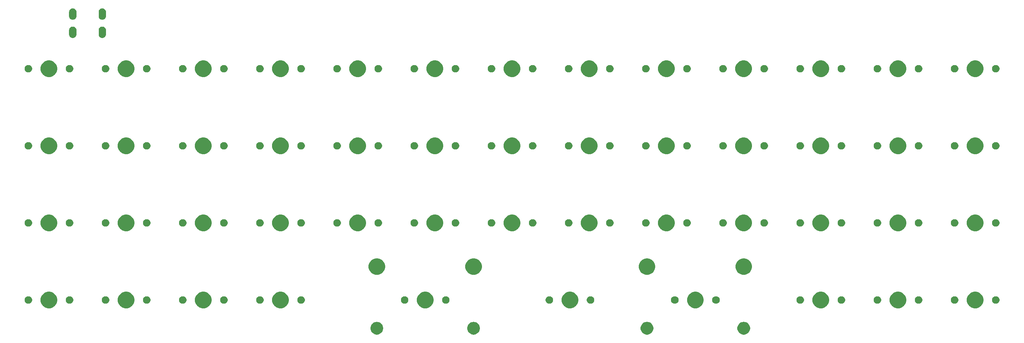
<source format=gbr>
G04 #@! TF.GenerationSoftware,KiCad,Pcbnew,(5.1.5)-3*
G04 #@! TF.CreationDate,2020-03-25T20:08:38+03:00*
G04 #@! TF.ProjectId,Bakers-dozen,42616b65-7273-42d6-946f-7a656e2e6b69,rev?*
G04 #@! TF.SameCoordinates,Original*
G04 #@! TF.FileFunction,Soldermask,Top*
G04 #@! TF.FilePolarity,Negative*
%FSLAX46Y46*%
G04 Gerber Fmt 4.6, Leading zero omitted, Abs format (unit mm)*
G04 Created by KiCad (PCBNEW (5.1.5)-3) date 2020-03-25 20:08:38*
%MOMM*%
%LPD*%
G04 APERTURE LIST*
%ADD10C,0.100000*%
G04 APERTURE END LIST*
D10*
G36*
X210606583Y-132424090D02*
G01*
X210835202Y-132469564D01*
X211122016Y-132588367D01*
X211380142Y-132760841D01*
X211599659Y-132980358D01*
X211772133Y-133238484D01*
X211890936Y-133525298D01*
X211951500Y-133829778D01*
X211951500Y-134140222D01*
X211890936Y-134444702D01*
X211772133Y-134731516D01*
X211599659Y-134989642D01*
X211380142Y-135209159D01*
X211122016Y-135381633D01*
X210835202Y-135500436D01*
X210606583Y-135545910D01*
X210530724Y-135561000D01*
X210220276Y-135561000D01*
X210144417Y-135545910D01*
X209915798Y-135500436D01*
X209628984Y-135381633D01*
X209370858Y-135209159D01*
X209151341Y-134989642D01*
X208978867Y-134731516D01*
X208860064Y-134444702D01*
X208799500Y-134140222D01*
X208799500Y-133829778D01*
X208860064Y-133525298D01*
X208978867Y-133238484D01*
X209151341Y-132980358D01*
X209370858Y-132760841D01*
X209628984Y-132588367D01*
X209915798Y-132469564D01*
X210144417Y-132424090D01*
X210220276Y-132409000D01*
X210530724Y-132409000D01*
X210606583Y-132424090D01*
G37*
G36*
X143931583Y-132424090D02*
G01*
X144160202Y-132469564D01*
X144447016Y-132588367D01*
X144705142Y-132760841D01*
X144924659Y-132980358D01*
X145097133Y-133238484D01*
X145215936Y-133525298D01*
X145276500Y-133829778D01*
X145276500Y-134140222D01*
X145215936Y-134444702D01*
X145097133Y-134731516D01*
X144924659Y-134989642D01*
X144705142Y-135209159D01*
X144447016Y-135381633D01*
X144160202Y-135500436D01*
X143931583Y-135545910D01*
X143855724Y-135561000D01*
X143545276Y-135561000D01*
X143469417Y-135545910D01*
X143240798Y-135500436D01*
X142953984Y-135381633D01*
X142695858Y-135209159D01*
X142476341Y-134989642D01*
X142303867Y-134731516D01*
X142185064Y-134444702D01*
X142124500Y-134140222D01*
X142124500Y-133829778D01*
X142185064Y-133525298D01*
X142303867Y-133238484D01*
X142476341Y-132980358D01*
X142695858Y-132760841D01*
X142953984Y-132588367D01*
X143240798Y-132469564D01*
X143469417Y-132424090D01*
X143545276Y-132409000D01*
X143855724Y-132409000D01*
X143931583Y-132424090D01*
G37*
G36*
X120055583Y-132424090D02*
G01*
X120284202Y-132469564D01*
X120571016Y-132588367D01*
X120829142Y-132760841D01*
X121048659Y-132980358D01*
X121221133Y-133238484D01*
X121339936Y-133525298D01*
X121400500Y-133829778D01*
X121400500Y-134140222D01*
X121339936Y-134444702D01*
X121221133Y-134731516D01*
X121048659Y-134989642D01*
X120829142Y-135209159D01*
X120571016Y-135381633D01*
X120284202Y-135500436D01*
X120055583Y-135545910D01*
X119979724Y-135561000D01*
X119669276Y-135561000D01*
X119593417Y-135545910D01*
X119364798Y-135500436D01*
X119077984Y-135381633D01*
X118819858Y-135209159D01*
X118600341Y-134989642D01*
X118427867Y-134731516D01*
X118309064Y-134444702D01*
X118248500Y-134140222D01*
X118248500Y-133829778D01*
X118309064Y-133525298D01*
X118427867Y-133238484D01*
X118600341Y-132980358D01*
X118819858Y-132760841D01*
X119077984Y-132588367D01*
X119364798Y-132469564D01*
X119593417Y-132424090D01*
X119669276Y-132409000D01*
X119979724Y-132409000D01*
X120055583Y-132424090D01*
G37*
G36*
X186730583Y-132424090D02*
G01*
X186959202Y-132469564D01*
X187246016Y-132588367D01*
X187504142Y-132760841D01*
X187723659Y-132980358D01*
X187896133Y-133238484D01*
X188014936Y-133525298D01*
X188075500Y-133829778D01*
X188075500Y-134140222D01*
X188014936Y-134444702D01*
X187896133Y-134731516D01*
X187723659Y-134989642D01*
X187504142Y-135209159D01*
X187246016Y-135381633D01*
X186959202Y-135500436D01*
X186730583Y-135545910D01*
X186654724Y-135561000D01*
X186344276Y-135561000D01*
X186268417Y-135545910D01*
X186039798Y-135500436D01*
X185752984Y-135381633D01*
X185494858Y-135209159D01*
X185275341Y-134989642D01*
X185102867Y-134731516D01*
X184984064Y-134444702D01*
X184923500Y-134140222D01*
X184923500Y-133829778D01*
X184984064Y-133525298D01*
X185102867Y-133238484D01*
X185275341Y-132980358D01*
X185494858Y-132760841D01*
X185752984Y-132588367D01*
X186039798Y-132469564D01*
X186268417Y-132424090D01*
X186344276Y-132409000D01*
X186654724Y-132409000D01*
X186730583Y-132424090D01*
G37*
G36*
X39490516Y-125032722D02*
G01*
X39862845Y-125186946D01*
X39862847Y-125186947D01*
X40197935Y-125410846D01*
X40482904Y-125695815D01*
X40706803Y-126030903D01*
X40706804Y-126030905D01*
X40861028Y-126403234D01*
X40939650Y-126798495D01*
X40939650Y-127201505D01*
X40861028Y-127596766D01*
X40767941Y-127821497D01*
X40706803Y-127969097D01*
X40482904Y-128304185D01*
X40197935Y-128589154D01*
X39862847Y-128813053D01*
X39862846Y-128813054D01*
X39862845Y-128813054D01*
X39490516Y-128967278D01*
X39095255Y-129045900D01*
X38692245Y-129045900D01*
X38296984Y-128967278D01*
X37924655Y-128813054D01*
X37924654Y-128813054D01*
X37924653Y-128813053D01*
X37589565Y-128589154D01*
X37304596Y-128304185D01*
X37080697Y-127969097D01*
X37019559Y-127821497D01*
X36926472Y-127596766D01*
X36847850Y-127201505D01*
X36847850Y-126798495D01*
X36926472Y-126403234D01*
X37080696Y-126030905D01*
X37080697Y-126030903D01*
X37304596Y-125695815D01*
X37589565Y-125410846D01*
X37924653Y-125186947D01*
X37924655Y-125186946D01*
X38296984Y-125032722D01*
X38692245Y-124954100D01*
X39095255Y-124954100D01*
X39490516Y-125032722D01*
G37*
G36*
X132359266Y-125032722D02*
G01*
X132731595Y-125186946D01*
X132731597Y-125186947D01*
X133066685Y-125410846D01*
X133351654Y-125695815D01*
X133575553Y-126030903D01*
X133575554Y-126030905D01*
X133729778Y-126403234D01*
X133808400Y-126798495D01*
X133808400Y-127201505D01*
X133729778Y-127596766D01*
X133636691Y-127821497D01*
X133575553Y-127969097D01*
X133351654Y-128304185D01*
X133066685Y-128589154D01*
X132731597Y-128813053D01*
X132731596Y-128813054D01*
X132731595Y-128813054D01*
X132359266Y-128967278D01*
X131964005Y-129045900D01*
X131560995Y-129045900D01*
X131165734Y-128967278D01*
X130793405Y-128813054D01*
X130793404Y-128813054D01*
X130793403Y-128813053D01*
X130458315Y-128589154D01*
X130173346Y-128304185D01*
X129949447Y-127969097D01*
X129888309Y-127821497D01*
X129795222Y-127596766D01*
X129716600Y-127201505D01*
X129716600Y-126798495D01*
X129795222Y-126403234D01*
X129949446Y-126030905D01*
X129949447Y-126030903D01*
X130173346Y-125695815D01*
X130458315Y-125410846D01*
X130793403Y-125186947D01*
X130793405Y-125186946D01*
X131165734Y-125032722D01*
X131560995Y-124954100D01*
X131964005Y-124954100D01*
X132359266Y-125032722D01*
G37*
G36*
X58540516Y-125032722D02*
G01*
X58912845Y-125186946D01*
X58912847Y-125186947D01*
X59247935Y-125410846D01*
X59532904Y-125695815D01*
X59756803Y-126030903D01*
X59756804Y-126030905D01*
X59911028Y-126403234D01*
X59989650Y-126798495D01*
X59989650Y-127201505D01*
X59911028Y-127596766D01*
X59817941Y-127821497D01*
X59756803Y-127969097D01*
X59532904Y-128304185D01*
X59247935Y-128589154D01*
X58912847Y-128813053D01*
X58912846Y-128813054D01*
X58912845Y-128813054D01*
X58540516Y-128967278D01*
X58145255Y-129045900D01*
X57742245Y-129045900D01*
X57346984Y-128967278D01*
X56974655Y-128813054D01*
X56974654Y-128813054D01*
X56974653Y-128813053D01*
X56639565Y-128589154D01*
X56354596Y-128304185D01*
X56130697Y-127969097D01*
X56069559Y-127821497D01*
X55976472Y-127596766D01*
X55897850Y-127201505D01*
X55897850Y-126798495D01*
X55976472Y-126403234D01*
X56130696Y-126030905D01*
X56130697Y-126030903D01*
X56354596Y-125695815D01*
X56639565Y-125410846D01*
X56974653Y-125186947D01*
X56974655Y-125186946D01*
X57346984Y-125032722D01*
X57742245Y-124954100D01*
X58145255Y-124954100D01*
X58540516Y-125032722D01*
G37*
G36*
X77590516Y-125032722D02*
G01*
X77962845Y-125186946D01*
X77962847Y-125186947D01*
X78297935Y-125410846D01*
X78582904Y-125695815D01*
X78806803Y-126030903D01*
X78806804Y-126030905D01*
X78961028Y-126403234D01*
X79039650Y-126798495D01*
X79039650Y-127201505D01*
X78961028Y-127596766D01*
X78867941Y-127821497D01*
X78806803Y-127969097D01*
X78582904Y-128304185D01*
X78297935Y-128589154D01*
X77962847Y-128813053D01*
X77962846Y-128813054D01*
X77962845Y-128813054D01*
X77590516Y-128967278D01*
X77195255Y-129045900D01*
X76792245Y-129045900D01*
X76396984Y-128967278D01*
X76024655Y-128813054D01*
X76024654Y-128813054D01*
X76024653Y-128813053D01*
X75689565Y-128589154D01*
X75404596Y-128304185D01*
X75180697Y-127969097D01*
X75119559Y-127821497D01*
X75026472Y-127596766D01*
X74947850Y-127201505D01*
X74947850Y-126798495D01*
X75026472Y-126403234D01*
X75180696Y-126030905D01*
X75180697Y-126030903D01*
X75404596Y-125695815D01*
X75689565Y-125410846D01*
X76024653Y-125186947D01*
X76024655Y-125186946D01*
X76396984Y-125032722D01*
X76792245Y-124954100D01*
X77195255Y-124954100D01*
X77590516Y-125032722D01*
G37*
G36*
X268090516Y-125032722D02*
G01*
X268462845Y-125186946D01*
X268462847Y-125186947D01*
X268797935Y-125410846D01*
X269082904Y-125695815D01*
X269306803Y-126030903D01*
X269306804Y-126030905D01*
X269461028Y-126403234D01*
X269539650Y-126798495D01*
X269539650Y-127201505D01*
X269461028Y-127596766D01*
X269367941Y-127821497D01*
X269306803Y-127969097D01*
X269082904Y-128304185D01*
X268797935Y-128589154D01*
X268462847Y-128813053D01*
X268462846Y-128813054D01*
X268462845Y-128813054D01*
X268090516Y-128967278D01*
X267695255Y-129045900D01*
X267292245Y-129045900D01*
X266896984Y-128967278D01*
X266524655Y-128813054D01*
X266524654Y-128813054D01*
X266524653Y-128813053D01*
X266189565Y-128589154D01*
X265904596Y-128304185D01*
X265680697Y-127969097D01*
X265619559Y-127821497D01*
X265526472Y-127596766D01*
X265447850Y-127201505D01*
X265447850Y-126798495D01*
X265526472Y-126403234D01*
X265680696Y-126030905D01*
X265680697Y-126030903D01*
X265904596Y-125695815D01*
X266189565Y-125410846D01*
X266524653Y-125186947D01*
X266524655Y-125186946D01*
X266896984Y-125032722D01*
X267292245Y-124954100D01*
X267695255Y-124954100D01*
X268090516Y-125032722D01*
G37*
G36*
X96640516Y-125032722D02*
G01*
X97012845Y-125186946D01*
X97012847Y-125186947D01*
X97347935Y-125410846D01*
X97632904Y-125695815D01*
X97856803Y-126030903D01*
X97856804Y-126030905D01*
X98011028Y-126403234D01*
X98089650Y-126798495D01*
X98089650Y-127201505D01*
X98011028Y-127596766D01*
X97917941Y-127821497D01*
X97856803Y-127969097D01*
X97632904Y-128304185D01*
X97347935Y-128589154D01*
X97012847Y-128813053D01*
X97012846Y-128813054D01*
X97012845Y-128813054D01*
X96640516Y-128967278D01*
X96245255Y-129045900D01*
X95842245Y-129045900D01*
X95446984Y-128967278D01*
X95074655Y-128813054D01*
X95074654Y-128813054D01*
X95074653Y-128813053D01*
X94739565Y-128589154D01*
X94454596Y-128304185D01*
X94230697Y-127969097D01*
X94169559Y-127821497D01*
X94076472Y-127596766D01*
X93997850Y-127201505D01*
X93997850Y-126798495D01*
X94076472Y-126403234D01*
X94230696Y-126030905D01*
X94230697Y-126030903D01*
X94454596Y-125695815D01*
X94739565Y-125410846D01*
X95074653Y-125186947D01*
X95074655Y-125186946D01*
X95446984Y-125032722D01*
X95842245Y-124954100D01*
X96245255Y-124954100D01*
X96640516Y-125032722D01*
G37*
G36*
X249040516Y-125032722D02*
G01*
X249412845Y-125186946D01*
X249412847Y-125186947D01*
X249747935Y-125410846D01*
X250032904Y-125695815D01*
X250256803Y-126030903D01*
X250256804Y-126030905D01*
X250411028Y-126403234D01*
X250489650Y-126798495D01*
X250489650Y-127201505D01*
X250411028Y-127596766D01*
X250317941Y-127821497D01*
X250256803Y-127969097D01*
X250032904Y-128304185D01*
X249747935Y-128589154D01*
X249412847Y-128813053D01*
X249412846Y-128813054D01*
X249412845Y-128813054D01*
X249040516Y-128967278D01*
X248645255Y-129045900D01*
X248242245Y-129045900D01*
X247846984Y-128967278D01*
X247474655Y-128813054D01*
X247474654Y-128813054D01*
X247474653Y-128813053D01*
X247139565Y-128589154D01*
X246854596Y-128304185D01*
X246630697Y-127969097D01*
X246569559Y-127821497D01*
X246476472Y-127596766D01*
X246397850Y-127201505D01*
X246397850Y-126798495D01*
X246476472Y-126403234D01*
X246630696Y-126030905D01*
X246630697Y-126030903D01*
X246854596Y-125695815D01*
X247139565Y-125410846D01*
X247474653Y-125186947D01*
X247474655Y-125186946D01*
X247846984Y-125032722D01*
X248242245Y-124954100D01*
X248645255Y-124954100D01*
X249040516Y-125032722D01*
G37*
G36*
X229990516Y-125032722D02*
G01*
X230362845Y-125186946D01*
X230362847Y-125186947D01*
X230697935Y-125410846D01*
X230982904Y-125695815D01*
X231206803Y-126030903D01*
X231206804Y-126030905D01*
X231361028Y-126403234D01*
X231439650Y-126798495D01*
X231439650Y-127201505D01*
X231361028Y-127596766D01*
X231267941Y-127821497D01*
X231206803Y-127969097D01*
X230982904Y-128304185D01*
X230697935Y-128589154D01*
X230362847Y-128813053D01*
X230362846Y-128813054D01*
X230362845Y-128813054D01*
X229990516Y-128967278D01*
X229595255Y-129045900D01*
X229192245Y-129045900D01*
X228796984Y-128967278D01*
X228424655Y-128813054D01*
X228424654Y-128813054D01*
X228424653Y-128813053D01*
X228089565Y-128589154D01*
X227804596Y-128304185D01*
X227580697Y-127969097D01*
X227519559Y-127821497D01*
X227426472Y-127596766D01*
X227347850Y-127201505D01*
X227347850Y-126798495D01*
X227426472Y-126403234D01*
X227580696Y-126030905D01*
X227580697Y-126030903D01*
X227804596Y-125695815D01*
X228089565Y-125410846D01*
X228424653Y-125186947D01*
X228424655Y-125186946D01*
X228796984Y-125032722D01*
X229192245Y-124954100D01*
X229595255Y-124954100D01*
X229990516Y-125032722D01*
G37*
G36*
X168078016Y-125032722D02*
G01*
X168450345Y-125186946D01*
X168450347Y-125186947D01*
X168785435Y-125410846D01*
X169070404Y-125695815D01*
X169294303Y-126030903D01*
X169294304Y-126030905D01*
X169448528Y-126403234D01*
X169527150Y-126798495D01*
X169527150Y-127201505D01*
X169448528Y-127596766D01*
X169355441Y-127821497D01*
X169294303Y-127969097D01*
X169070404Y-128304185D01*
X168785435Y-128589154D01*
X168450347Y-128813053D01*
X168450346Y-128813054D01*
X168450345Y-128813054D01*
X168078016Y-128967278D01*
X167682755Y-129045900D01*
X167279745Y-129045900D01*
X166884484Y-128967278D01*
X166512155Y-128813054D01*
X166512154Y-128813054D01*
X166512153Y-128813053D01*
X166177065Y-128589154D01*
X165892096Y-128304185D01*
X165668197Y-127969097D01*
X165607059Y-127821497D01*
X165513972Y-127596766D01*
X165435350Y-127201505D01*
X165435350Y-126798495D01*
X165513972Y-126403234D01*
X165668196Y-126030905D01*
X165668197Y-126030903D01*
X165892096Y-125695815D01*
X166177065Y-125410846D01*
X166512153Y-125186947D01*
X166512155Y-125186946D01*
X166884484Y-125032722D01*
X167279745Y-124954100D01*
X167682755Y-124954100D01*
X168078016Y-125032722D01*
G37*
G36*
X199034266Y-125032722D02*
G01*
X199406595Y-125186946D01*
X199406597Y-125186947D01*
X199741685Y-125410846D01*
X200026654Y-125695815D01*
X200250553Y-126030903D01*
X200250554Y-126030905D01*
X200404778Y-126403234D01*
X200483400Y-126798495D01*
X200483400Y-127201505D01*
X200404778Y-127596766D01*
X200311691Y-127821497D01*
X200250553Y-127969097D01*
X200026654Y-128304185D01*
X199741685Y-128589154D01*
X199406597Y-128813053D01*
X199406596Y-128813054D01*
X199406595Y-128813054D01*
X199034266Y-128967278D01*
X198639005Y-129045900D01*
X198235995Y-129045900D01*
X197840734Y-128967278D01*
X197468405Y-128813054D01*
X197468404Y-128813054D01*
X197468403Y-128813053D01*
X197133315Y-128589154D01*
X196848346Y-128304185D01*
X196624447Y-127969097D01*
X196563309Y-127821497D01*
X196470222Y-127596766D01*
X196391600Y-127201505D01*
X196391600Y-126798495D01*
X196470222Y-126403234D01*
X196624446Y-126030905D01*
X196624447Y-126030903D01*
X196848346Y-125695815D01*
X197133315Y-125410846D01*
X197468403Y-125186947D01*
X197468405Y-125186946D01*
X197840734Y-125032722D01*
X198235995Y-124954100D01*
X198639005Y-124954100D01*
X199034266Y-125032722D01*
G37*
G36*
X53074448Y-126096749D02*
G01*
X53134146Y-126108624D01*
X53302849Y-126178504D01*
X53454678Y-126279952D01*
X53583798Y-126409072D01*
X53685246Y-126560901D01*
X53755126Y-126729604D01*
X53790750Y-126908699D01*
X53790750Y-127091301D01*
X53755126Y-127270396D01*
X53685246Y-127439099D01*
X53583798Y-127590928D01*
X53454678Y-127720048D01*
X53302849Y-127821496D01*
X53134146Y-127891376D01*
X53074448Y-127903251D01*
X52955053Y-127927000D01*
X52772447Y-127927000D01*
X52653052Y-127903251D01*
X52593354Y-127891376D01*
X52424651Y-127821496D01*
X52272822Y-127720048D01*
X52143702Y-127590928D01*
X52042254Y-127439099D01*
X51972374Y-127270396D01*
X51936750Y-127091301D01*
X51936750Y-126908699D01*
X51972374Y-126729604D01*
X52042254Y-126560901D01*
X52143702Y-126409072D01*
X52272822Y-126279952D01*
X52424651Y-126178504D01*
X52593354Y-126108624D01*
X52653052Y-126096749D01*
X52772447Y-126073000D01*
X52955053Y-126073000D01*
X53074448Y-126096749D01*
G37*
G36*
X234684448Y-126096749D02*
G01*
X234744146Y-126108624D01*
X234912849Y-126178504D01*
X235064678Y-126279952D01*
X235193798Y-126409072D01*
X235295246Y-126560901D01*
X235365126Y-126729604D01*
X235400750Y-126908699D01*
X235400750Y-127091301D01*
X235365126Y-127270396D01*
X235295246Y-127439099D01*
X235193798Y-127590928D01*
X235064678Y-127720048D01*
X234912849Y-127821496D01*
X234744146Y-127891376D01*
X234684448Y-127903251D01*
X234565053Y-127927000D01*
X234382447Y-127927000D01*
X234263052Y-127903251D01*
X234203354Y-127891376D01*
X234034651Y-127821496D01*
X233882822Y-127720048D01*
X233753702Y-127590928D01*
X233652254Y-127439099D01*
X233582374Y-127270396D01*
X233546750Y-127091301D01*
X233546750Y-126908699D01*
X233582374Y-126729604D01*
X233652254Y-126560901D01*
X233753702Y-126409072D01*
X233882822Y-126279952D01*
X234034651Y-126178504D01*
X234203354Y-126108624D01*
X234263052Y-126096749D01*
X234382447Y-126073000D01*
X234565053Y-126073000D01*
X234684448Y-126096749D01*
G37*
G36*
X243574448Y-126096749D02*
G01*
X243634146Y-126108624D01*
X243802849Y-126178504D01*
X243954678Y-126279952D01*
X244083798Y-126409072D01*
X244185246Y-126560901D01*
X244255126Y-126729604D01*
X244290750Y-126908699D01*
X244290750Y-127091301D01*
X244255126Y-127270396D01*
X244185246Y-127439099D01*
X244083798Y-127590928D01*
X243954678Y-127720048D01*
X243802849Y-127821496D01*
X243634146Y-127891376D01*
X243574448Y-127903251D01*
X243455053Y-127927000D01*
X243272447Y-127927000D01*
X243153052Y-127903251D01*
X243093354Y-127891376D01*
X242924651Y-127821496D01*
X242772822Y-127720048D01*
X242643702Y-127590928D01*
X242542254Y-127439099D01*
X242472374Y-127270396D01*
X242436750Y-127091301D01*
X242436750Y-126908699D01*
X242472374Y-126729604D01*
X242542254Y-126560901D01*
X242643702Y-126409072D01*
X242772822Y-126279952D01*
X242924651Y-126178504D01*
X243093354Y-126108624D01*
X243153052Y-126096749D01*
X243272447Y-126073000D01*
X243455053Y-126073000D01*
X243574448Y-126096749D01*
G37*
G36*
X262624448Y-126096749D02*
G01*
X262684146Y-126108624D01*
X262852849Y-126178504D01*
X263004678Y-126279952D01*
X263133798Y-126409072D01*
X263235246Y-126560901D01*
X263305126Y-126729604D01*
X263340750Y-126908699D01*
X263340750Y-127091301D01*
X263305126Y-127270396D01*
X263235246Y-127439099D01*
X263133798Y-127590928D01*
X263004678Y-127720048D01*
X262852849Y-127821496D01*
X262684146Y-127891376D01*
X262624448Y-127903251D01*
X262505053Y-127927000D01*
X262322447Y-127927000D01*
X262203052Y-127903251D01*
X262143354Y-127891376D01*
X261974651Y-127821496D01*
X261822822Y-127720048D01*
X261693702Y-127590928D01*
X261592254Y-127439099D01*
X261522374Y-127270396D01*
X261486750Y-127091301D01*
X261486750Y-126908699D01*
X261522374Y-126729604D01*
X261592254Y-126560901D01*
X261693702Y-126409072D01*
X261822822Y-126279952D01*
X261974651Y-126178504D01*
X262143354Y-126108624D01*
X262203052Y-126096749D01*
X262322447Y-126073000D01*
X262505053Y-126073000D01*
X262624448Y-126096749D01*
G37*
G36*
X272784448Y-126096749D02*
G01*
X272844146Y-126108624D01*
X273012849Y-126178504D01*
X273164678Y-126279952D01*
X273293798Y-126409072D01*
X273395246Y-126560901D01*
X273465126Y-126729604D01*
X273500750Y-126908699D01*
X273500750Y-127091301D01*
X273465126Y-127270396D01*
X273395246Y-127439099D01*
X273293798Y-127590928D01*
X273164678Y-127720048D01*
X273012849Y-127821496D01*
X272844146Y-127891376D01*
X272784448Y-127903251D01*
X272665053Y-127927000D01*
X272482447Y-127927000D01*
X272363052Y-127903251D01*
X272303354Y-127891376D01*
X272134651Y-127821496D01*
X271982822Y-127720048D01*
X271853702Y-127590928D01*
X271752254Y-127439099D01*
X271682374Y-127270396D01*
X271646750Y-127091301D01*
X271646750Y-126908699D01*
X271682374Y-126729604D01*
X271752254Y-126560901D01*
X271853702Y-126409072D01*
X271982822Y-126279952D01*
X272134651Y-126178504D01*
X272303354Y-126108624D01*
X272363052Y-126096749D01*
X272482447Y-126073000D01*
X272665053Y-126073000D01*
X272784448Y-126096749D01*
G37*
G36*
X224524448Y-126096749D02*
G01*
X224584146Y-126108624D01*
X224752849Y-126178504D01*
X224904678Y-126279952D01*
X225033798Y-126409072D01*
X225135246Y-126560901D01*
X225205126Y-126729604D01*
X225240750Y-126908699D01*
X225240750Y-127091301D01*
X225205126Y-127270396D01*
X225135246Y-127439099D01*
X225033798Y-127590928D01*
X224904678Y-127720048D01*
X224752849Y-127821496D01*
X224584146Y-127891376D01*
X224524448Y-127903251D01*
X224405053Y-127927000D01*
X224222447Y-127927000D01*
X224103052Y-127903251D01*
X224043354Y-127891376D01*
X223874651Y-127821496D01*
X223722822Y-127720048D01*
X223593702Y-127590928D01*
X223492254Y-127439099D01*
X223422374Y-127270396D01*
X223386750Y-127091301D01*
X223386750Y-126908699D01*
X223422374Y-126729604D01*
X223492254Y-126560901D01*
X223593702Y-126409072D01*
X223722822Y-126279952D01*
X223874651Y-126178504D01*
X224043354Y-126108624D01*
X224103052Y-126096749D01*
X224222447Y-126073000D01*
X224405053Y-126073000D01*
X224524448Y-126096749D01*
G37*
G36*
X203728198Y-126096749D02*
G01*
X203787896Y-126108624D01*
X203956599Y-126178504D01*
X204108428Y-126279952D01*
X204237548Y-126409072D01*
X204338996Y-126560901D01*
X204408876Y-126729604D01*
X204444500Y-126908699D01*
X204444500Y-127091301D01*
X204408876Y-127270396D01*
X204338996Y-127439099D01*
X204237548Y-127590928D01*
X204108428Y-127720048D01*
X203956599Y-127821496D01*
X203787896Y-127891376D01*
X203728198Y-127903251D01*
X203608803Y-127927000D01*
X203426197Y-127927000D01*
X203306802Y-127903251D01*
X203247104Y-127891376D01*
X203078401Y-127821496D01*
X202926572Y-127720048D01*
X202797452Y-127590928D01*
X202696004Y-127439099D01*
X202626124Y-127270396D01*
X202590500Y-127091301D01*
X202590500Y-126908699D01*
X202626124Y-126729604D01*
X202696004Y-126560901D01*
X202797452Y-126409072D01*
X202926572Y-126279952D01*
X203078401Y-126178504D01*
X203247104Y-126108624D01*
X203306802Y-126096749D01*
X203426197Y-126073000D01*
X203608803Y-126073000D01*
X203728198Y-126096749D01*
G37*
G36*
X193568198Y-126096749D02*
G01*
X193627896Y-126108624D01*
X193796599Y-126178504D01*
X193948428Y-126279952D01*
X194077548Y-126409072D01*
X194178996Y-126560901D01*
X194248876Y-126729604D01*
X194284500Y-126908699D01*
X194284500Y-127091301D01*
X194248876Y-127270396D01*
X194178996Y-127439099D01*
X194077548Y-127590928D01*
X193948428Y-127720048D01*
X193796599Y-127821496D01*
X193627896Y-127891376D01*
X193568198Y-127903251D01*
X193448803Y-127927000D01*
X193266197Y-127927000D01*
X193146802Y-127903251D01*
X193087104Y-127891376D01*
X192918401Y-127821496D01*
X192766572Y-127720048D01*
X192637452Y-127590928D01*
X192536004Y-127439099D01*
X192466124Y-127270396D01*
X192430500Y-127091301D01*
X192430500Y-126908699D01*
X192466124Y-126729604D01*
X192536004Y-126560901D01*
X192637452Y-126409072D01*
X192766572Y-126279952D01*
X192918401Y-126178504D01*
X193087104Y-126108624D01*
X193146802Y-126096749D01*
X193266197Y-126073000D01*
X193448803Y-126073000D01*
X193568198Y-126096749D01*
G37*
G36*
X44184448Y-126096749D02*
G01*
X44244146Y-126108624D01*
X44412849Y-126178504D01*
X44564678Y-126279952D01*
X44693798Y-126409072D01*
X44795246Y-126560901D01*
X44865126Y-126729604D01*
X44900750Y-126908699D01*
X44900750Y-127091301D01*
X44865126Y-127270396D01*
X44795246Y-127439099D01*
X44693798Y-127590928D01*
X44564678Y-127720048D01*
X44412849Y-127821496D01*
X44244146Y-127891376D01*
X44184448Y-127903251D01*
X44065053Y-127927000D01*
X43882447Y-127927000D01*
X43763052Y-127903251D01*
X43703354Y-127891376D01*
X43534651Y-127821496D01*
X43382822Y-127720048D01*
X43253702Y-127590928D01*
X43152254Y-127439099D01*
X43082374Y-127270396D01*
X43046750Y-127091301D01*
X43046750Y-126908699D01*
X43082374Y-126729604D01*
X43152254Y-126560901D01*
X43253702Y-126409072D01*
X43382822Y-126279952D01*
X43534651Y-126178504D01*
X43703354Y-126108624D01*
X43763052Y-126096749D01*
X43882447Y-126073000D01*
X44065053Y-126073000D01*
X44184448Y-126096749D01*
G37*
G36*
X34024448Y-126096749D02*
G01*
X34084146Y-126108624D01*
X34252849Y-126178504D01*
X34404678Y-126279952D01*
X34533798Y-126409072D01*
X34635246Y-126560901D01*
X34705126Y-126729604D01*
X34740750Y-126908699D01*
X34740750Y-127091301D01*
X34705126Y-127270396D01*
X34635246Y-127439099D01*
X34533798Y-127590928D01*
X34404678Y-127720048D01*
X34252849Y-127821496D01*
X34084146Y-127891376D01*
X34024448Y-127903251D01*
X33905053Y-127927000D01*
X33722447Y-127927000D01*
X33603052Y-127903251D01*
X33543354Y-127891376D01*
X33374651Y-127821496D01*
X33222822Y-127720048D01*
X33093702Y-127590928D01*
X32992254Y-127439099D01*
X32922374Y-127270396D01*
X32886750Y-127091301D01*
X32886750Y-126908699D01*
X32922374Y-126729604D01*
X32992254Y-126560901D01*
X33093702Y-126409072D01*
X33222822Y-126279952D01*
X33374651Y-126178504D01*
X33543354Y-126108624D01*
X33603052Y-126096749D01*
X33722447Y-126073000D01*
X33905053Y-126073000D01*
X34024448Y-126096749D01*
G37*
G36*
X63234448Y-126096749D02*
G01*
X63294146Y-126108624D01*
X63462849Y-126178504D01*
X63614678Y-126279952D01*
X63743798Y-126409072D01*
X63845246Y-126560901D01*
X63915126Y-126729604D01*
X63950750Y-126908699D01*
X63950750Y-127091301D01*
X63915126Y-127270396D01*
X63845246Y-127439099D01*
X63743798Y-127590928D01*
X63614678Y-127720048D01*
X63462849Y-127821496D01*
X63294146Y-127891376D01*
X63234448Y-127903251D01*
X63115053Y-127927000D01*
X62932447Y-127927000D01*
X62813052Y-127903251D01*
X62753354Y-127891376D01*
X62584651Y-127821496D01*
X62432822Y-127720048D01*
X62303702Y-127590928D01*
X62202254Y-127439099D01*
X62132374Y-127270396D01*
X62096750Y-127091301D01*
X62096750Y-126908699D01*
X62132374Y-126729604D01*
X62202254Y-126560901D01*
X62303702Y-126409072D01*
X62432822Y-126279952D01*
X62584651Y-126178504D01*
X62753354Y-126108624D01*
X62813052Y-126096749D01*
X62932447Y-126073000D01*
X63115053Y-126073000D01*
X63234448Y-126096749D01*
G37*
G36*
X72124448Y-126096749D02*
G01*
X72184146Y-126108624D01*
X72352849Y-126178504D01*
X72504678Y-126279952D01*
X72633798Y-126409072D01*
X72735246Y-126560901D01*
X72805126Y-126729604D01*
X72840750Y-126908699D01*
X72840750Y-127091301D01*
X72805126Y-127270396D01*
X72735246Y-127439099D01*
X72633798Y-127590928D01*
X72504678Y-127720048D01*
X72352849Y-127821496D01*
X72184146Y-127891376D01*
X72124448Y-127903251D01*
X72005053Y-127927000D01*
X71822447Y-127927000D01*
X71703052Y-127903251D01*
X71643354Y-127891376D01*
X71474651Y-127821496D01*
X71322822Y-127720048D01*
X71193702Y-127590928D01*
X71092254Y-127439099D01*
X71022374Y-127270396D01*
X70986750Y-127091301D01*
X70986750Y-126908699D01*
X71022374Y-126729604D01*
X71092254Y-126560901D01*
X71193702Y-126409072D01*
X71322822Y-126279952D01*
X71474651Y-126178504D01*
X71643354Y-126108624D01*
X71703052Y-126096749D01*
X71822447Y-126073000D01*
X72005053Y-126073000D01*
X72124448Y-126096749D01*
G37*
G36*
X137053198Y-126096749D02*
G01*
X137112896Y-126108624D01*
X137281599Y-126178504D01*
X137433428Y-126279952D01*
X137562548Y-126409072D01*
X137663996Y-126560901D01*
X137733876Y-126729604D01*
X137769500Y-126908699D01*
X137769500Y-127091301D01*
X137733876Y-127270396D01*
X137663996Y-127439099D01*
X137562548Y-127590928D01*
X137433428Y-127720048D01*
X137281599Y-127821496D01*
X137112896Y-127891376D01*
X137053198Y-127903251D01*
X136933803Y-127927000D01*
X136751197Y-127927000D01*
X136631802Y-127903251D01*
X136572104Y-127891376D01*
X136403401Y-127821496D01*
X136251572Y-127720048D01*
X136122452Y-127590928D01*
X136021004Y-127439099D01*
X135951124Y-127270396D01*
X135915500Y-127091301D01*
X135915500Y-126908699D01*
X135951124Y-126729604D01*
X136021004Y-126560901D01*
X136122452Y-126409072D01*
X136251572Y-126279952D01*
X136403401Y-126178504D01*
X136572104Y-126108624D01*
X136631802Y-126096749D01*
X136751197Y-126073000D01*
X136933803Y-126073000D01*
X137053198Y-126096749D01*
G37*
G36*
X82284448Y-126096749D02*
G01*
X82344146Y-126108624D01*
X82512849Y-126178504D01*
X82664678Y-126279952D01*
X82793798Y-126409072D01*
X82895246Y-126560901D01*
X82965126Y-126729604D01*
X83000750Y-126908699D01*
X83000750Y-127091301D01*
X82965126Y-127270396D01*
X82895246Y-127439099D01*
X82793798Y-127590928D01*
X82664678Y-127720048D01*
X82512849Y-127821496D01*
X82344146Y-127891376D01*
X82284448Y-127903251D01*
X82165053Y-127927000D01*
X81982447Y-127927000D01*
X81863052Y-127903251D01*
X81803354Y-127891376D01*
X81634651Y-127821496D01*
X81482822Y-127720048D01*
X81353702Y-127590928D01*
X81252254Y-127439099D01*
X81182374Y-127270396D01*
X81146750Y-127091301D01*
X81146750Y-126908699D01*
X81182374Y-126729604D01*
X81252254Y-126560901D01*
X81353702Y-126409072D01*
X81482822Y-126279952D01*
X81634651Y-126178504D01*
X81803354Y-126108624D01*
X81863052Y-126096749D01*
X81982447Y-126073000D01*
X82165053Y-126073000D01*
X82284448Y-126096749D01*
G37*
G36*
X101334448Y-126096749D02*
G01*
X101394146Y-126108624D01*
X101562849Y-126178504D01*
X101714678Y-126279952D01*
X101843798Y-126409072D01*
X101945246Y-126560901D01*
X102015126Y-126729604D01*
X102050750Y-126908699D01*
X102050750Y-127091301D01*
X102015126Y-127270396D01*
X101945246Y-127439099D01*
X101843798Y-127590928D01*
X101714678Y-127720048D01*
X101562849Y-127821496D01*
X101394146Y-127891376D01*
X101334448Y-127903251D01*
X101215053Y-127927000D01*
X101032447Y-127927000D01*
X100913052Y-127903251D01*
X100853354Y-127891376D01*
X100684651Y-127821496D01*
X100532822Y-127720048D01*
X100403702Y-127590928D01*
X100302254Y-127439099D01*
X100232374Y-127270396D01*
X100196750Y-127091301D01*
X100196750Y-126908699D01*
X100232374Y-126729604D01*
X100302254Y-126560901D01*
X100403702Y-126409072D01*
X100532822Y-126279952D01*
X100684651Y-126178504D01*
X100853354Y-126108624D01*
X100913052Y-126096749D01*
X101032447Y-126073000D01*
X101215053Y-126073000D01*
X101334448Y-126096749D01*
G37*
G36*
X91174448Y-126096749D02*
G01*
X91234146Y-126108624D01*
X91402849Y-126178504D01*
X91554678Y-126279952D01*
X91683798Y-126409072D01*
X91785246Y-126560901D01*
X91855126Y-126729604D01*
X91890750Y-126908699D01*
X91890750Y-127091301D01*
X91855126Y-127270396D01*
X91785246Y-127439099D01*
X91683798Y-127590928D01*
X91554678Y-127720048D01*
X91402849Y-127821496D01*
X91234146Y-127891376D01*
X91174448Y-127903251D01*
X91055053Y-127927000D01*
X90872447Y-127927000D01*
X90753052Y-127903251D01*
X90693354Y-127891376D01*
X90524651Y-127821496D01*
X90372822Y-127720048D01*
X90243702Y-127590928D01*
X90142254Y-127439099D01*
X90072374Y-127270396D01*
X90036750Y-127091301D01*
X90036750Y-126908699D01*
X90072374Y-126729604D01*
X90142254Y-126560901D01*
X90243702Y-126409072D01*
X90372822Y-126279952D01*
X90524651Y-126178504D01*
X90693354Y-126108624D01*
X90753052Y-126096749D01*
X90872447Y-126073000D01*
X91055053Y-126073000D01*
X91174448Y-126096749D01*
G37*
G36*
X172771948Y-126096749D02*
G01*
X172831646Y-126108624D01*
X173000349Y-126178504D01*
X173152178Y-126279952D01*
X173281298Y-126409072D01*
X173382746Y-126560901D01*
X173452626Y-126729604D01*
X173488250Y-126908699D01*
X173488250Y-127091301D01*
X173452626Y-127270396D01*
X173382746Y-127439099D01*
X173281298Y-127590928D01*
X173152178Y-127720048D01*
X173000349Y-127821496D01*
X172831646Y-127891376D01*
X172771948Y-127903251D01*
X172652553Y-127927000D01*
X172469947Y-127927000D01*
X172350552Y-127903251D01*
X172290854Y-127891376D01*
X172122151Y-127821496D01*
X171970322Y-127720048D01*
X171841202Y-127590928D01*
X171739754Y-127439099D01*
X171669874Y-127270396D01*
X171634250Y-127091301D01*
X171634250Y-126908699D01*
X171669874Y-126729604D01*
X171739754Y-126560901D01*
X171841202Y-126409072D01*
X171970322Y-126279952D01*
X172122151Y-126178504D01*
X172290854Y-126108624D01*
X172350552Y-126096749D01*
X172469947Y-126073000D01*
X172652553Y-126073000D01*
X172771948Y-126096749D01*
G37*
G36*
X162611948Y-126096749D02*
G01*
X162671646Y-126108624D01*
X162840349Y-126178504D01*
X162992178Y-126279952D01*
X163121298Y-126409072D01*
X163222746Y-126560901D01*
X163292626Y-126729604D01*
X163328250Y-126908699D01*
X163328250Y-127091301D01*
X163292626Y-127270396D01*
X163222746Y-127439099D01*
X163121298Y-127590928D01*
X162992178Y-127720048D01*
X162840349Y-127821496D01*
X162671646Y-127891376D01*
X162611948Y-127903251D01*
X162492553Y-127927000D01*
X162309947Y-127927000D01*
X162190552Y-127903251D01*
X162130854Y-127891376D01*
X161962151Y-127821496D01*
X161810322Y-127720048D01*
X161681202Y-127590928D01*
X161579754Y-127439099D01*
X161509874Y-127270396D01*
X161474250Y-127091301D01*
X161474250Y-126908699D01*
X161509874Y-126729604D01*
X161579754Y-126560901D01*
X161681202Y-126409072D01*
X161810322Y-126279952D01*
X161962151Y-126178504D01*
X162130854Y-126108624D01*
X162190552Y-126096749D01*
X162309947Y-126073000D01*
X162492553Y-126073000D01*
X162611948Y-126096749D01*
G37*
G36*
X253734448Y-126096749D02*
G01*
X253794146Y-126108624D01*
X253962849Y-126178504D01*
X254114678Y-126279952D01*
X254243798Y-126409072D01*
X254345246Y-126560901D01*
X254415126Y-126729604D01*
X254450750Y-126908699D01*
X254450750Y-127091301D01*
X254415126Y-127270396D01*
X254345246Y-127439099D01*
X254243798Y-127590928D01*
X254114678Y-127720048D01*
X253962849Y-127821496D01*
X253794146Y-127891376D01*
X253734448Y-127903251D01*
X253615053Y-127927000D01*
X253432447Y-127927000D01*
X253313052Y-127903251D01*
X253253354Y-127891376D01*
X253084651Y-127821496D01*
X252932822Y-127720048D01*
X252803702Y-127590928D01*
X252702254Y-127439099D01*
X252632374Y-127270396D01*
X252596750Y-127091301D01*
X252596750Y-126908699D01*
X252632374Y-126729604D01*
X252702254Y-126560901D01*
X252803702Y-126409072D01*
X252932822Y-126279952D01*
X253084651Y-126178504D01*
X253253354Y-126108624D01*
X253313052Y-126096749D01*
X253432447Y-126073000D01*
X253615053Y-126073000D01*
X253734448Y-126096749D01*
G37*
G36*
X126893198Y-126096749D02*
G01*
X126952896Y-126108624D01*
X127121599Y-126178504D01*
X127273428Y-126279952D01*
X127402548Y-126409072D01*
X127503996Y-126560901D01*
X127573876Y-126729604D01*
X127609500Y-126908699D01*
X127609500Y-127091301D01*
X127573876Y-127270396D01*
X127503996Y-127439099D01*
X127402548Y-127590928D01*
X127273428Y-127720048D01*
X127121599Y-127821496D01*
X126952896Y-127891376D01*
X126893198Y-127903251D01*
X126773803Y-127927000D01*
X126591197Y-127927000D01*
X126471802Y-127903251D01*
X126412104Y-127891376D01*
X126243401Y-127821496D01*
X126091572Y-127720048D01*
X125962452Y-127590928D01*
X125861004Y-127439099D01*
X125791124Y-127270396D01*
X125755500Y-127091301D01*
X125755500Y-126908699D01*
X125791124Y-126729604D01*
X125861004Y-126560901D01*
X125962452Y-126409072D01*
X126091572Y-126279952D01*
X126243401Y-126178504D01*
X126412104Y-126108624D01*
X126471802Y-126096749D01*
X126591197Y-126073000D01*
X126773803Y-126073000D01*
X126893198Y-126096749D01*
G37*
G36*
X187096266Y-116777722D02*
G01*
X187468595Y-116931946D01*
X187468597Y-116931947D01*
X187803685Y-117155846D01*
X188088654Y-117440815D01*
X188312553Y-117775903D01*
X188312554Y-117775905D01*
X188466778Y-118148234D01*
X188545400Y-118543495D01*
X188545400Y-118946505D01*
X188466778Y-119341766D01*
X188312554Y-119714095D01*
X188312553Y-119714097D01*
X188088654Y-120049185D01*
X187803685Y-120334154D01*
X187468597Y-120558053D01*
X187468596Y-120558054D01*
X187468595Y-120558054D01*
X187096266Y-120712278D01*
X186701005Y-120790900D01*
X186297995Y-120790900D01*
X185902734Y-120712278D01*
X185530405Y-120558054D01*
X185530404Y-120558054D01*
X185530403Y-120558053D01*
X185195315Y-120334154D01*
X184910346Y-120049185D01*
X184686447Y-119714097D01*
X184686446Y-119714095D01*
X184532222Y-119341766D01*
X184453600Y-118946505D01*
X184453600Y-118543495D01*
X184532222Y-118148234D01*
X184686446Y-117775905D01*
X184686447Y-117775903D01*
X184910346Y-117440815D01*
X185195315Y-117155846D01*
X185530403Y-116931947D01*
X185530405Y-116931946D01*
X185902734Y-116777722D01*
X186297995Y-116699100D01*
X186701005Y-116699100D01*
X187096266Y-116777722D01*
G37*
G36*
X144297266Y-116777722D02*
G01*
X144669595Y-116931946D01*
X144669597Y-116931947D01*
X145004685Y-117155846D01*
X145289654Y-117440815D01*
X145513553Y-117775903D01*
X145513554Y-117775905D01*
X145667778Y-118148234D01*
X145746400Y-118543495D01*
X145746400Y-118946505D01*
X145667778Y-119341766D01*
X145513554Y-119714095D01*
X145513553Y-119714097D01*
X145289654Y-120049185D01*
X145004685Y-120334154D01*
X144669597Y-120558053D01*
X144669596Y-120558054D01*
X144669595Y-120558054D01*
X144297266Y-120712278D01*
X143902005Y-120790900D01*
X143498995Y-120790900D01*
X143103734Y-120712278D01*
X142731405Y-120558054D01*
X142731404Y-120558054D01*
X142731403Y-120558053D01*
X142396315Y-120334154D01*
X142111346Y-120049185D01*
X141887447Y-119714097D01*
X141887446Y-119714095D01*
X141733222Y-119341766D01*
X141654600Y-118946505D01*
X141654600Y-118543495D01*
X141733222Y-118148234D01*
X141887446Y-117775905D01*
X141887447Y-117775903D01*
X142111346Y-117440815D01*
X142396315Y-117155846D01*
X142731403Y-116931947D01*
X142731405Y-116931946D01*
X143103734Y-116777722D01*
X143498995Y-116699100D01*
X143902005Y-116699100D01*
X144297266Y-116777722D01*
G37*
G36*
X120421266Y-116777722D02*
G01*
X120793595Y-116931946D01*
X120793597Y-116931947D01*
X121128685Y-117155846D01*
X121413654Y-117440815D01*
X121637553Y-117775903D01*
X121637554Y-117775905D01*
X121791778Y-118148234D01*
X121870400Y-118543495D01*
X121870400Y-118946505D01*
X121791778Y-119341766D01*
X121637554Y-119714095D01*
X121637553Y-119714097D01*
X121413654Y-120049185D01*
X121128685Y-120334154D01*
X120793597Y-120558053D01*
X120793596Y-120558054D01*
X120793595Y-120558054D01*
X120421266Y-120712278D01*
X120026005Y-120790900D01*
X119622995Y-120790900D01*
X119227734Y-120712278D01*
X118855405Y-120558054D01*
X118855404Y-120558054D01*
X118855403Y-120558053D01*
X118520315Y-120334154D01*
X118235346Y-120049185D01*
X118011447Y-119714097D01*
X118011446Y-119714095D01*
X117857222Y-119341766D01*
X117778600Y-118946505D01*
X117778600Y-118543495D01*
X117857222Y-118148234D01*
X118011446Y-117775905D01*
X118011447Y-117775903D01*
X118235346Y-117440815D01*
X118520315Y-117155846D01*
X118855403Y-116931947D01*
X118855405Y-116931946D01*
X119227734Y-116777722D01*
X119622995Y-116699100D01*
X120026005Y-116699100D01*
X120421266Y-116777722D01*
G37*
G36*
X210972266Y-116777722D02*
G01*
X211344595Y-116931946D01*
X211344597Y-116931947D01*
X211679685Y-117155846D01*
X211964654Y-117440815D01*
X212188553Y-117775903D01*
X212188554Y-117775905D01*
X212342778Y-118148234D01*
X212421400Y-118543495D01*
X212421400Y-118946505D01*
X212342778Y-119341766D01*
X212188554Y-119714095D01*
X212188553Y-119714097D01*
X211964654Y-120049185D01*
X211679685Y-120334154D01*
X211344597Y-120558053D01*
X211344596Y-120558054D01*
X211344595Y-120558054D01*
X210972266Y-120712278D01*
X210577005Y-120790900D01*
X210173995Y-120790900D01*
X209778734Y-120712278D01*
X209406405Y-120558054D01*
X209406404Y-120558054D01*
X209406403Y-120558053D01*
X209071315Y-120334154D01*
X208786346Y-120049185D01*
X208562447Y-119714097D01*
X208562446Y-119714095D01*
X208408222Y-119341766D01*
X208329600Y-118946505D01*
X208329600Y-118543495D01*
X208408222Y-118148234D01*
X208562446Y-117775905D01*
X208562447Y-117775903D01*
X208786346Y-117440815D01*
X209071315Y-117155846D01*
X209406403Y-116931947D01*
X209406405Y-116931946D01*
X209778734Y-116777722D01*
X210173995Y-116699100D01*
X210577005Y-116699100D01*
X210972266Y-116777722D01*
G37*
G36*
X210940516Y-105982722D02*
G01*
X211312845Y-106136946D01*
X211312847Y-106136947D01*
X211647935Y-106360846D01*
X211932904Y-106645815D01*
X212156803Y-106980903D01*
X212156804Y-106980905D01*
X212311028Y-107353234D01*
X212389650Y-107748495D01*
X212389650Y-108151505D01*
X212311028Y-108546766D01*
X212217941Y-108771497D01*
X212156803Y-108919097D01*
X211932904Y-109254185D01*
X211647935Y-109539154D01*
X211312847Y-109763053D01*
X211312846Y-109763054D01*
X211312845Y-109763054D01*
X210940516Y-109917278D01*
X210545255Y-109995900D01*
X210142245Y-109995900D01*
X209746984Y-109917278D01*
X209374655Y-109763054D01*
X209374654Y-109763054D01*
X209374653Y-109763053D01*
X209039565Y-109539154D01*
X208754596Y-109254185D01*
X208530697Y-108919097D01*
X208469559Y-108771497D01*
X208376472Y-108546766D01*
X208297850Y-108151505D01*
X208297850Y-107748495D01*
X208376472Y-107353234D01*
X208530696Y-106980905D01*
X208530697Y-106980903D01*
X208754596Y-106645815D01*
X209039565Y-106360846D01*
X209374653Y-106136947D01*
X209374655Y-106136946D01*
X209746984Y-105982722D01*
X210142245Y-105904100D01*
X210545255Y-105904100D01*
X210940516Y-105982722D01*
G37*
G36*
X96640516Y-105982722D02*
G01*
X97012845Y-106136946D01*
X97012847Y-106136947D01*
X97347935Y-106360846D01*
X97632904Y-106645815D01*
X97856803Y-106980903D01*
X97856804Y-106980905D01*
X98011028Y-107353234D01*
X98089650Y-107748495D01*
X98089650Y-108151505D01*
X98011028Y-108546766D01*
X97917941Y-108771497D01*
X97856803Y-108919097D01*
X97632904Y-109254185D01*
X97347935Y-109539154D01*
X97012847Y-109763053D01*
X97012846Y-109763054D01*
X97012845Y-109763054D01*
X96640516Y-109917278D01*
X96245255Y-109995900D01*
X95842245Y-109995900D01*
X95446984Y-109917278D01*
X95074655Y-109763054D01*
X95074654Y-109763054D01*
X95074653Y-109763053D01*
X94739565Y-109539154D01*
X94454596Y-109254185D01*
X94230697Y-108919097D01*
X94169559Y-108771497D01*
X94076472Y-108546766D01*
X93997850Y-108151505D01*
X93997850Y-107748495D01*
X94076472Y-107353234D01*
X94230696Y-106980905D01*
X94230697Y-106980903D01*
X94454596Y-106645815D01*
X94739565Y-106360846D01*
X95074653Y-106136947D01*
X95074655Y-106136946D01*
X95446984Y-105982722D01*
X95842245Y-105904100D01*
X96245255Y-105904100D01*
X96640516Y-105982722D01*
G37*
G36*
X77590516Y-105982722D02*
G01*
X77962845Y-106136946D01*
X77962847Y-106136947D01*
X78297935Y-106360846D01*
X78582904Y-106645815D01*
X78806803Y-106980903D01*
X78806804Y-106980905D01*
X78961028Y-107353234D01*
X79039650Y-107748495D01*
X79039650Y-108151505D01*
X78961028Y-108546766D01*
X78867941Y-108771497D01*
X78806803Y-108919097D01*
X78582904Y-109254185D01*
X78297935Y-109539154D01*
X77962847Y-109763053D01*
X77962846Y-109763054D01*
X77962845Y-109763054D01*
X77590516Y-109917278D01*
X77195255Y-109995900D01*
X76792245Y-109995900D01*
X76396984Y-109917278D01*
X76024655Y-109763054D01*
X76024654Y-109763054D01*
X76024653Y-109763053D01*
X75689565Y-109539154D01*
X75404596Y-109254185D01*
X75180697Y-108919097D01*
X75119559Y-108771497D01*
X75026472Y-108546766D01*
X74947850Y-108151505D01*
X74947850Y-107748495D01*
X75026472Y-107353234D01*
X75180696Y-106980905D01*
X75180697Y-106980903D01*
X75404596Y-106645815D01*
X75689565Y-106360846D01*
X76024653Y-106136947D01*
X76024655Y-106136946D01*
X76396984Y-105982722D01*
X76792245Y-105904100D01*
X77195255Y-105904100D01*
X77590516Y-105982722D01*
G37*
G36*
X39490516Y-105982722D02*
G01*
X39862845Y-106136946D01*
X39862847Y-106136947D01*
X40197935Y-106360846D01*
X40482904Y-106645815D01*
X40706803Y-106980903D01*
X40706804Y-106980905D01*
X40861028Y-107353234D01*
X40939650Y-107748495D01*
X40939650Y-108151505D01*
X40861028Y-108546766D01*
X40767941Y-108771497D01*
X40706803Y-108919097D01*
X40482904Y-109254185D01*
X40197935Y-109539154D01*
X39862847Y-109763053D01*
X39862846Y-109763054D01*
X39862845Y-109763054D01*
X39490516Y-109917278D01*
X39095255Y-109995900D01*
X38692245Y-109995900D01*
X38296984Y-109917278D01*
X37924655Y-109763054D01*
X37924654Y-109763054D01*
X37924653Y-109763053D01*
X37589565Y-109539154D01*
X37304596Y-109254185D01*
X37080697Y-108919097D01*
X37019559Y-108771497D01*
X36926472Y-108546766D01*
X36847850Y-108151505D01*
X36847850Y-107748495D01*
X36926472Y-107353234D01*
X37080696Y-106980905D01*
X37080697Y-106980903D01*
X37304596Y-106645815D01*
X37589565Y-106360846D01*
X37924653Y-106136947D01*
X37924655Y-106136946D01*
X38296984Y-105982722D01*
X38692245Y-105904100D01*
X39095255Y-105904100D01*
X39490516Y-105982722D01*
G37*
G36*
X58540516Y-105982722D02*
G01*
X58912845Y-106136946D01*
X58912847Y-106136947D01*
X59247935Y-106360846D01*
X59532904Y-106645815D01*
X59756803Y-106980903D01*
X59756804Y-106980905D01*
X59911028Y-107353234D01*
X59989650Y-107748495D01*
X59989650Y-108151505D01*
X59911028Y-108546766D01*
X59817941Y-108771497D01*
X59756803Y-108919097D01*
X59532904Y-109254185D01*
X59247935Y-109539154D01*
X58912847Y-109763053D01*
X58912846Y-109763054D01*
X58912845Y-109763054D01*
X58540516Y-109917278D01*
X58145255Y-109995900D01*
X57742245Y-109995900D01*
X57346984Y-109917278D01*
X56974655Y-109763054D01*
X56974654Y-109763054D01*
X56974653Y-109763053D01*
X56639565Y-109539154D01*
X56354596Y-109254185D01*
X56130697Y-108919097D01*
X56069559Y-108771497D01*
X55976472Y-108546766D01*
X55897850Y-108151505D01*
X55897850Y-107748495D01*
X55976472Y-107353234D01*
X56130696Y-106980905D01*
X56130697Y-106980903D01*
X56354596Y-106645815D01*
X56639565Y-106360846D01*
X56974653Y-106136947D01*
X56974655Y-106136946D01*
X57346984Y-105982722D01*
X57742245Y-105904100D01*
X58145255Y-105904100D01*
X58540516Y-105982722D01*
G37*
G36*
X115690516Y-105982722D02*
G01*
X116062845Y-106136946D01*
X116062847Y-106136947D01*
X116397935Y-106360846D01*
X116682904Y-106645815D01*
X116906803Y-106980903D01*
X116906804Y-106980905D01*
X117061028Y-107353234D01*
X117139650Y-107748495D01*
X117139650Y-108151505D01*
X117061028Y-108546766D01*
X116967941Y-108771497D01*
X116906803Y-108919097D01*
X116682904Y-109254185D01*
X116397935Y-109539154D01*
X116062847Y-109763053D01*
X116062846Y-109763054D01*
X116062845Y-109763054D01*
X115690516Y-109917278D01*
X115295255Y-109995900D01*
X114892245Y-109995900D01*
X114496984Y-109917278D01*
X114124655Y-109763054D01*
X114124654Y-109763054D01*
X114124653Y-109763053D01*
X113789565Y-109539154D01*
X113504596Y-109254185D01*
X113280697Y-108919097D01*
X113219559Y-108771497D01*
X113126472Y-108546766D01*
X113047850Y-108151505D01*
X113047850Y-107748495D01*
X113126472Y-107353234D01*
X113280696Y-106980905D01*
X113280697Y-106980903D01*
X113504596Y-106645815D01*
X113789565Y-106360846D01*
X114124653Y-106136947D01*
X114124655Y-106136946D01*
X114496984Y-105982722D01*
X114892245Y-105904100D01*
X115295255Y-105904100D01*
X115690516Y-105982722D01*
G37*
G36*
X153790516Y-105982722D02*
G01*
X154162845Y-106136946D01*
X154162847Y-106136947D01*
X154497935Y-106360846D01*
X154782904Y-106645815D01*
X155006803Y-106980903D01*
X155006804Y-106980905D01*
X155161028Y-107353234D01*
X155239650Y-107748495D01*
X155239650Y-108151505D01*
X155161028Y-108546766D01*
X155067941Y-108771497D01*
X155006803Y-108919097D01*
X154782904Y-109254185D01*
X154497935Y-109539154D01*
X154162847Y-109763053D01*
X154162846Y-109763054D01*
X154162845Y-109763054D01*
X153790516Y-109917278D01*
X153395255Y-109995900D01*
X152992245Y-109995900D01*
X152596984Y-109917278D01*
X152224655Y-109763054D01*
X152224654Y-109763054D01*
X152224653Y-109763053D01*
X151889565Y-109539154D01*
X151604596Y-109254185D01*
X151380697Y-108919097D01*
X151319559Y-108771497D01*
X151226472Y-108546766D01*
X151147850Y-108151505D01*
X151147850Y-107748495D01*
X151226472Y-107353234D01*
X151380696Y-106980905D01*
X151380697Y-106980903D01*
X151604596Y-106645815D01*
X151889565Y-106360846D01*
X152224653Y-106136947D01*
X152224655Y-106136946D01*
X152596984Y-105982722D01*
X152992245Y-105904100D01*
X153395255Y-105904100D01*
X153790516Y-105982722D01*
G37*
G36*
X191890516Y-105982722D02*
G01*
X192262845Y-106136946D01*
X192262847Y-106136947D01*
X192597935Y-106360846D01*
X192882904Y-106645815D01*
X193106803Y-106980903D01*
X193106804Y-106980905D01*
X193261028Y-107353234D01*
X193339650Y-107748495D01*
X193339650Y-108151505D01*
X193261028Y-108546766D01*
X193167941Y-108771497D01*
X193106803Y-108919097D01*
X192882904Y-109254185D01*
X192597935Y-109539154D01*
X192262847Y-109763053D01*
X192262846Y-109763054D01*
X192262845Y-109763054D01*
X191890516Y-109917278D01*
X191495255Y-109995900D01*
X191092245Y-109995900D01*
X190696984Y-109917278D01*
X190324655Y-109763054D01*
X190324654Y-109763054D01*
X190324653Y-109763053D01*
X189989565Y-109539154D01*
X189704596Y-109254185D01*
X189480697Y-108919097D01*
X189419559Y-108771497D01*
X189326472Y-108546766D01*
X189247850Y-108151505D01*
X189247850Y-107748495D01*
X189326472Y-107353234D01*
X189480696Y-106980905D01*
X189480697Y-106980903D01*
X189704596Y-106645815D01*
X189989565Y-106360846D01*
X190324653Y-106136947D01*
X190324655Y-106136946D01*
X190696984Y-105982722D01*
X191092245Y-105904100D01*
X191495255Y-105904100D01*
X191890516Y-105982722D01*
G37*
G36*
X172840516Y-105982722D02*
G01*
X173212845Y-106136946D01*
X173212847Y-106136947D01*
X173547935Y-106360846D01*
X173832904Y-106645815D01*
X174056803Y-106980903D01*
X174056804Y-106980905D01*
X174211028Y-107353234D01*
X174289650Y-107748495D01*
X174289650Y-108151505D01*
X174211028Y-108546766D01*
X174117941Y-108771497D01*
X174056803Y-108919097D01*
X173832904Y-109254185D01*
X173547935Y-109539154D01*
X173212847Y-109763053D01*
X173212846Y-109763054D01*
X173212845Y-109763054D01*
X172840516Y-109917278D01*
X172445255Y-109995900D01*
X172042245Y-109995900D01*
X171646984Y-109917278D01*
X171274655Y-109763054D01*
X171274654Y-109763054D01*
X171274653Y-109763053D01*
X170939565Y-109539154D01*
X170654596Y-109254185D01*
X170430697Y-108919097D01*
X170369559Y-108771497D01*
X170276472Y-108546766D01*
X170197850Y-108151505D01*
X170197850Y-107748495D01*
X170276472Y-107353234D01*
X170430696Y-106980905D01*
X170430697Y-106980903D01*
X170654596Y-106645815D01*
X170939565Y-106360846D01*
X171274653Y-106136947D01*
X171274655Y-106136946D01*
X171646984Y-105982722D01*
X172042245Y-105904100D01*
X172445255Y-105904100D01*
X172840516Y-105982722D01*
G37*
G36*
X249040516Y-105982722D02*
G01*
X249412845Y-106136946D01*
X249412847Y-106136947D01*
X249747935Y-106360846D01*
X250032904Y-106645815D01*
X250256803Y-106980903D01*
X250256804Y-106980905D01*
X250411028Y-107353234D01*
X250489650Y-107748495D01*
X250489650Y-108151505D01*
X250411028Y-108546766D01*
X250317941Y-108771497D01*
X250256803Y-108919097D01*
X250032904Y-109254185D01*
X249747935Y-109539154D01*
X249412847Y-109763053D01*
X249412846Y-109763054D01*
X249412845Y-109763054D01*
X249040516Y-109917278D01*
X248645255Y-109995900D01*
X248242245Y-109995900D01*
X247846984Y-109917278D01*
X247474655Y-109763054D01*
X247474654Y-109763054D01*
X247474653Y-109763053D01*
X247139565Y-109539154D01*
X246854596Y-109254185D01*
X246630697Y-108919097D01*
X246569559Y-108771497D01*
X246476472Y-108546766D01*
X246397850Y-108151505D01*
X246397850Y-107748495D01*
X246476472Y-107353234D01*
X246630696Y-106980905D01*
X246630697Y-106980903D01*
X246854596Y-106645815D01*
X247139565Y-106360846D01*
X247474653Y-106136947D01*
X247474655Y-106136946D01*
X247846984Y-105982722D01*
X248242245Y-105904100D01*
X248645255Y-105904100D01*
X249040516Y-105982722D01*
G37*
G36*
X229990516Y-105982722D02*
G01*
X230362845Y-106136946D01*
X230362847Y-106136947D01*
X230697935Y-106360846D01*
X230982904Y-106645815D01*
X231206803Y-106980903D01*
X231206804Y-106980905D01*
X231361028Y-107353234D01*
X231439650Y-107748495D01*
X231439650Y-108151505D01*
X231361028Y-108546766D01*
X231267941Y-108771497D01*
X231206803Y-108919097D01*
X230982904Y-109254185D01*
X230697935Y-109539154D01*
X230362847Y-109763053D01*
X230362846Y-109763054D01*
X230362845Y-109763054D01*
X229990516Y-109917278D01*
X229595255Y-109995900D01*
X229192245Y-109995900D01*
X228796984Y-109917278D01*
X228424655Y-109763054D01*
X228424654Y-109763054D01*
X228424653Y-109763053D01*
X228089565Y-109539154D01*
X227804596Y-109254185D01*
X227580697Y-108919097D01*
X227519559Y-108771497D01*
X227426472Y-108546766D01*
X227347850Y-108151505D01*
X227347850Y-107748495D01*
X227426472Y-107353234D01*
X227580696Y-106980905D01*
X227580697Y-106980903D01*
X227804596Y-106645815D01*
X228089565Y-106360846D01*
X228424653Y-106136947D01*
X228424655Y-106136946D01*
X228796984Y-105982722D01*
X229192245Y-105904100D01*
X229595255Y-105904100D01*
X229990516Y-105982722D01*
G37*
G36*
X268090516Y-105982722D02*
G01*
X268462845Y-106136946D01*
X268462847Y-106136947D01*
X268797935Y-106360846D01*
X269082904Y-106645815D01*
X269306803Y-106980903D01*
X269306804Y-106980905D01*
X269461028Y-107353234D01*
X269539650Y-107748495D01*
X269539650Y-108151505D01*
X269461028Y-108546766D01*
X269367941Y-108771497D01*
X269306803Y-108919097D01*
X269082904Y-109254185D01*
X268797935Y-109539154D01*
X268462847Y-109763053D01*
X268462846Y-109763054D01*
X268462845Y-109763054D01*
X268090516Y-109917278D01*
X267695255Y-109995900D01*
X267292245Y-109995900D01*
X266896984Y-109917278D01*
X266524655Y-109763054D01*
X266524654Y-109763054D01*
X266524653Y-109763053D01*
X266189565Y-109539154D01*
X265904596Y-109254185D01*
X265680697Y-108919097D01*
X265619559Y-108771497D01*
X265526472Y-108546766D01*
X265447850Y-108151505D01*
X265447850Y-107748495D01*
X265526472Y-107353234D01*
X265680696Y-106980905D01*
X265680697Y-106980903D01*
X265904596Y-106645815D01*
X266189565Y-106360846D01*
X266524653Y-106136947D01*
X266524655Y-106136946D01*
X266896984Y-105982722D01*
X267292245Y-105904100D01*
X267695255Y-105904100D01*
X268090516Y-105982722D01*
G37*
G36*
X134740516Y-105982722D02*
G01*
X135112845Y-106136946D01*
X135112847Y-106136947D01*
X135447935Y-106360846D01*
X135732904Y-106645815D01*
X135956803Y-106980903D01*
X135956804Y-106980905D01*
X136111028Y-107353234D01*
X136189650Y-107748495D01*
X136189650Y-108151505D01*
X136111028Y-108546766D01*
X136017941Y-108771497D01*
X135956803Y-108919097D01*
X135732904Y-109254185D01*
X135447935Y-109539154D01*
X135112847Y-109763053D01*
X135112846Y-109763054D01*
X135112845Y-109763054D01*
X134740516Y-109917278D01*
X134345255Y-109995900D01*
X133942245Y-109995900D01*
X133546984Y-109917278D01*
X133174655Y-109763054D01*
X133174654Y-109763054D01*
X133174653Y-109763053D01*
X132839565Y-109539154D01*
X132554596Y-109254185D01*
X132330697Y-108919097D01*
X132269559Y-108771497D01*
X132176472Y-108546766D01*
X132097850Y-108151505D01*
X132097850Y-107748495D01*
X132176472Y-107353234D01*
X132330696Y-106980905D01*
X132330697Y-106980903D01*
X132554596Y-106645815D01*
X132839565Y-106360846D01*
X133174653Y-106136947D01*
X133174655Y-106136946D01*
X133546984Y-105982722D01*
X133942245Y-105904100D01*
X134345255Y-105904100D01*
X134740516Y-105982722D01*
G37*
G36*
X205474448Y-107046749D02*
G01*
X205534146Y-107058624D01*
X205702849Y-107128504D01*
X205854678Y-107229952D01*
X205983798Y-107359072D01*
X206085246Y-107510901D01*
X206155126Y-107679604D01*
X206190750Y-107858699D01*
X206190750Y-108041301D01*
X206155126Y-108220396D01*
X206085246Y-108389099D01*
X205983798Y-108540928D01*
X205854678Y-108670048D01*
X205702849Y-108771496D01*
X205534146Y-108841376D01*
X205474448Y-108853251D01*
X205355053Y-108877000D01*
X205172447Y-108877000D01*
X205053052Y-108853251D01*
X204993354Y-108841376D01*
X204824651Y-108771496D01*
X204672822Y-108670048D01*
X204543702Y-108540928D01*
X204442254Y-108389099D01*
X204372374Y-108220396D01*
X204336750Y-108041301D01*
X204336750Y-107858699D01*
X204372374Y-107679604D01*
X204442254Y-107510901D01*
X204543702Y-107359072D01*
X204672822Y-107229952D01*
X204824651Y-107128504D01*
X204993354Y-107058624D01*
X205053052Y-107046749D01*
X205172447Y-107023000D01*
X205355053Y-107023000D01*
X205474448Y-107046749D01*
G37*
G36*
X186424448Y-107046749D02*
G01*
X186484146Y-107058624D01*
X186652849Y-107128504D01*
X186804678Y-107229952D01*
X186933798Y-107359072D01*
X187035246Y-107510901D01*
X187105126Y-107679604D01*
X187140750Y-107858699D01*
X187140750Y-108041301D01*
X187105126Y-108220396D01*
X187035246Y-108389099D01*
X186933798Y-108540928D01*
X186804678Y-108670048D01*
X186652849Y-108771496D01*
X186484146Y-108841376D01*
X186424448Y-108853251D01*
X186305053Y-108877000D01*
X186122447Y-108877000D01*
X186003052Y-108853251D01*
X185943354Y-108841376D01*
X185774651Y-108771496D01*
X185622822Y-108670048D01*
X185493702Y-108540928D01*
X185392254Y-108389099D01*
X185322374Y-108220396D01*
X185286750Y-108041301D01*
X185286750Y-107858699D01*
X185322374Y-107679604D01*
X185392254Y-107510901D01*
X185493702Y-107359072D01*
X185622822Y-107229952D01*
X185774651Y-107128504D01*
X185943354Y-107058624D01*
X186003052Y-107046749D01*
X186122447Y-107023000D01*
X186305053Y-107023000D01*
X186424448Y-107046749D01*
G37*
G36*
X196584448Y-107046749D02*
G01*
X196644146Y-107058624D01*
X196812849Y-107128504D01*
X196964678Y-107229952D01*
X197093798Y-107359072D01*
X197195246Y-107510901D01*
X197265126Y-107679604D01*
X197300750Y-107858699D01*
X197300750Y-108041301D01*
X197265126Y-108220396D01*
X197195246Y-108389099D01*
X197093798Y-108540928D01*
X196964678Y-108670048D01*
X196812849Y-108771496D01*
X196644146Y-108841376D01*
X196584448Y-108853251D01*
X196465053Y-108877000D01*
X196282447Y-108877000D01*
X196163052Y-108853251D01*
X196103354Y-108841376D01*
X195934651Y-108771496D01*
X195782822Y-108670048D01*
X195653702Y-108540928D01*
X195552254Y-108389099D01*
X195482374Y-108220396D01*
X195446750Y-108041301D01*
X195446750Y-107858699D01*
X195482374Y-107679604D01*
X195552254Y-107510901D01*
X195653702Y-107359072D01*
X195782822Y-107229952D01*
X195934651Y-107128504D01*
X196103354Y-107058624D01*
X196163052Y-107046749D01*
X196282447Y-107023000D01*
X196465053Y-107023000D01*
X196584448Y-107046749D01*
G37*
G36*
X167374448Y-107046749D02*
G01*
X167434146Y-107058624D01*
X167602849Y-107128504D01*
X167754678Y-107229952D01*
X167883798Y-107359072D01*
X167985246Y-107510901D01*
X168055126Y-107679604D01*
X168090750Y-107858699D01*
X168090750Y-108041301D01*
X168055126Y-108220396D01*
X167985246Y-108389099D01*
X167883798Y-108540928D01*
X167754678Y-108670048D01*
X167602849Y-108771496D01*
X167434146Y-108841376D01*
X167374448Y-108853251D01*
X167255053Y-108877000D01*
X167072447Y-108877000D01*
X166953052Y-108853251D01*
X166893354Y-108841376D01*
X166724651Y-108771496D01*
X166572822Y-108670048D01*
X166443702Y-108540928D01*
X166342254Y-108389099D01*
X166272374Y-108220396D01*
X166236750Y-108041301D01*
X166236750Y-107858699D01*
X166272374Y-107679604D01*
X166342254Y-107510901D01*
X166443702Y-107359072D01*
X166572822Y-107229952D01*
X166724651Y-107128504D01*
X166893354Y-107058624D01*
X166953052Y-107046749D01*
X167072447Y-107023000D01*
X167255053Y-107023000D01*
X167374448Y-107046749D01*
G37*
G36*
X148324448Y-107046749D02*
G01*
X148384146Y-107058624D01*
X148552849Y-107128504D01*
X148704678Y-107229952D01*
X148833798Y-107359072D01*
X148935246Y-107510901D01*
X149005126Y-107679604D01*
X149040750Y-107858699D01*
X149040750Y-108041301D01*
X149005126Y-108220396D01*
X148935246Y-108389099D01*
X148833798Y-108540928D01*
X148704678Y-108670048D01*
X148552849Y-108771496D01*
X148384146Y-108841376D01*
X148324448Y-108853251D01*
X148205053Y-108877000D01*
X148022447Y-108877000D01*
X147903052Y-108853251D01*
X147843354Y-108841376D01*
X147674651Y-108771496D01*
X147522822Y-108670048D01*
X147393702Y-108540928D01*
X147292254Y-108389099D01*
X147222374Y-108220396D01*
X147186750Y-108041301D01*
X147186750Y-107858699D01*
X147222374Y-107679604D01*
X147292254Y-107510901D01*
X147393702Y-107359072D01*
X147522822Y-107229952D01*
X147674651Y-107128504D01*
X147843354Y-107058624D01*
X147903052Y-107046749D01*
X148022447Y-107023000D01*
X148205053Y-107023000D01*
X148324448Y-107046749D01*
G37*
G36*
X158484448Y-107046749D02*
G01*
X158544146Y-107058624D01*
X158712849Y-107128504D01*
X158864678Y-107229952D01*
X158993798Y-107359072D01*
X159095246Y-107510901D01*
X159165126Y-107679604D01*
X159200750Y-107858699D01*
X159200750Y-108041301D01*
X159165126Y-108220396D01*
X159095246Y-108389099D01*
X158993798Y-108540928D01*
X158864678Y-108670048D01*
X158712849Y-108771496D01*
X158544146Y-108841376D01*
X158484448Y-108853251D01*
X158365053Y-108877000D01*
X158182447Y-108877000D01*
X158063052Y-108853251D01*
X158003354Y-108841376D01*
X157834651Y-108771496D01*
X157682822Y-108670048D01*
X157553702Y-108540928D01*
X157452254Y-108389099D01*
X157382374Y-108220396D01*
X157346750Y-108041301D01*
X157346750Y-107858699D01*
X157382374Y-107679604D01*
X157452254Y-107510901D01*
X157553702Y-107359072D01*
X157682822Y-107229952D01*
X157834651Y-107128504D01*
X158003354Y-107058624D01*
X158063052Y-107046749D01*
X158182447Y-107023000D01*
X158365053Y-107023000D01*
X158484448Y-107046749D01*
G37*
G36*
X129274448Y-107046749D02*
G01*
X129334146Y-107058624D01*
X129502849Y-107128504D01*
X129654678Y-107229952D01*
X129783798Y-107359072D01*
X129885246Y-107510901D01*
X129955126Y-107679604D01*
X129990750Y-107858699D01*
X129990750Y-108041301D01*
X129955126Y-108220396D01*
X129885246Y-108389099D01*
X129783798Y-108540928D01*
X129654678Y-108670048D01*
X129502849Y-108771496D01*
X129334146Y-108841376D01*
X129274448Y-108853251D01*
X129155053Y-108877000D01*
X128972447Y-108877000D01*
X128853052Y-108853251D01*
X128793354Y-108841376D01*
X128624651Y-108771496D01*
X128472822Y-108670048D01*
X128343702Y-108540928D01*
X128242254Y-108389099D01*
X128172374Y-108220396D01*
X128136750Y-108041301D01*
X128136750Y-107858699D01*
X128172374Y-107679604D01*
X128242254Y-107510901D01*
X128343702Y-107359072D01*
X128472822Y-107229952D01*
X128624651Y-107128504D01*
X128793354Y-107058624D01*
X128853052Y-107046749D01*
X128972447Y-107023000D01*
X129155053Y-107023000D01*
X129274448Y-107046749D01*
G37*
G36*
X139434448Y-107046749D02*
G01*
X139494146Y-107058624D01*
X139662849Y-107128504D01*
X139814678Y-107229952D01*
X139943798Y-107359072D01*
X140045246Y-107510901D01*
X140115126Y-107679604D01*
X140150750Y-107858699D01*
X140150750Y-108041301D01*
X140115126Y-108220396D01*
X140045246Y-108389099D01*
X139943798Y-108540928D01*
X139814678Y-108670048D01*
X139662849Y-108771496D01*
X139494146Y-108841376D01*
X139434448Y-108853251D01*
X139315053Y-108877000D01*
X139132447Y-108877000D01*
X139013052Y-108853251D01*
X138953354Y-108841376D01*
X138784651Y-108771496D01*
X138632822Y-108670048D01*
X138503702Y-108540928D01*
X138402254Y-108389099D01*
X138332374Y-108220396D01*
X138296750Y-108041301D01*
X138296750Y-107858699D01*
X138332374Y-107679604D01*
X138402254Y-107510901D01*
X138503702Y-107359072D01*
X138632822Y-107229952D01*
X138784651Y-107128504D01*
X138953354Y-107058624D01*
X139013052Y-107046749D01*
X139132447Y-107023000D01*
X139315053Y-107023000D01*
X139434448Y-107046749D01*
G37*
G36*
X120384448Y-107046749D02*
G01*
X120444146Y-107058624D01*
X120612849Y-107128504D01*
X120764678Y-107229952D01*
X120893798Y-107359072D01*
X120995246Y-107510901D01*
X121065126Y-107679604D01*
X121100750Y-107858699D01*
X121100750Y-108041301D01*
X121065126Y-108220396D01*
X120995246Y-108389099D01*
X120893798Y-108540928D01*
X120764678Y-108670048D01*
X120612849Y-108771496D01*
X120444146Y-108841376D01*
X120384448Y-108853251D01*
X120265053Y-108877000D01*
X120082447Y-108877000D01*
X119963052Y-108853251D01*
X119903354Y-108841376D01*
X119734651Y-108771496D01*
X119582822Y-108670048D01*
X119453702Y-108540928D01*
X119352254Y-108389099D01*
X119282374Y-108220396D01*
X119246750Y-108041301D01*
X119246750Y-107858699D01*
X119282374Y-107679604D01*
X119352254Y-107510901D01*
X119453702Y-107359072D01*
X119582822Y-107229952D01*
X119734651Y-107128504D01*
X119903354Y-107058624D01*
X119963052Y-107046749D01*
X120082447Y-107023000D01*
X120265053Y-107023000D01*
X120384448Y-107046749D01*
G37*
G36*
X44184448Y-107046749D02*
G01*
X44244146Y-107058624D01*
X44412849Y-107128504D01*
X44564678Y-107229952D01*
X44693798Y-107359072D01*
X44795246Y-107510901D01*
X44865126Y-107679604D01*
X44900750Y-107858699D01*
X44900750Y-108041301D01*
X44865126Y-108220396D01*
X44795246Y-108389099D01*
X44693798Y-108540928D01*
X44564678Y-108670048D01*
X44412849Y-108771496D01*
X44244146Y-108841376D01*
X44184448Y-108853251D01*
X44065053Y-108877000D01*
X43882447Y-108877000D01*
X43763052Y-108853251D01*
X43703354Y-108841376D01*
X43534651Y-108771496D01*
X43382822Y-108670048D01*
X43253702Y-108540928D01*
X43152254Y-108389099D01*
X43082374Y-108220396D01*
X43046750Y-108041301D01*
X43046750Y-107858699D01*
X43082374Y-107679604D01*
X43152254Y-107510901D01*
X43253702Y-107359072D01*
X43382822Y-107229952D01*
X43534651Y-107128504D01*
X43703354Y-107058624D01*
X43763052Y-107046749D01*
X43882447Y-107023000D01*
X44065053Y-107023000D01*
X44184448Y-107046749D01*
G37*
G36*
X34024448Y-107046749D02*
G01*
X34084146Y-107058624D01*
X34252849Y-107128504D01*
X34404678Y-107229952D01*
X34533798Y-107359072D01*
X34635246Y-107510901D01*
X34705126Y-107679604D01*
X34740750Y-107858699D01*
X34740750Y-108041301D01*
X34705126Y-108220396D01*
X34635246Y-108389099D01*
X34533798Y-108540928D01*
X34404678Y-108670048D01*
X34252849Y-108771496D01*
X34084146Y-108841376D01*
X34024448Y-108853251D01*
X33905053Y-108877000D01*
X33722447Y-108877000D01*
X33603052Y-108853251D01*
X33543354Y-108841376D01*
X33374651Y-108771496D01*
X33222822Y-108670048D01*
X33093702Y-108540928D01*
X32992254Y-108389099D01*
X32922374Y-108220396D01*
X32886750Y-108041301D01*
X32886750Y-107858699D01*
X32922374Y-107679604D01*
X32992254Y-107510901D01*
X33093702Y-107359072D01*
X33222822Y-107229952D01*
X33374651Y-107128504D01*
X33543354Y-107058624D01*
X33603052Y-107046749D01*
X33722447Y-107023000D01*
X33905053Y-107023000D01*
X34024448Y-107046749D01*
G37*
G36*
X63234448Y-107046749D02*
G01*
X63294146Y-107058624D01*
X63462849Y-107128504D01*
X63614678Y-107229952D01*
X63743798Y-107359072D01*
X63845246Y-107510901D01*
X63915126Y-107679604D01*
X63950750Y-107858699D01*
X63950750Y-108041301D01*
X63915126Y-108220396D01*
X63845246Y-108389099D01*
X63743798Y-108540928D01*
X63614678Y-108670048D01*
X63462849Y-108771496D01*
X63294146Y-108841376D01*
X63234448Y-108853251D01*
X63115053Y-108877000D01*
X62932447Y-108877000D01*
X62813052Y-108853251D01*
X62753354Y-108841376D01*
X62584651Y-108771496D01*
X62432822Y-108670048D01*
X62303702Y-108540928D01*
X62202254Y-108389099D01*
X62132374Y-108220396D01*
X62096750Y-108041301D01*
X62096750Y-107858699D01*
X62132374Y-107679604D01*
X62202254Y-107510901D01*
X62303702Y-107359072D01*
X62432822Y-107229952D01*
X62584651Y-107128504D01*
X62753354Y-107058624D01*
X62813052Y-107046749D01*
X62932447Y-107023000D01*
X63115053Y-107023000D01*
X63234448Y-107046749D01*
G37*
G36*
X53074448Y-107046749D02*
G01*
X53134146Y-107058624D01*
X53302849Y-107128504D01*
X53454678Y-107229952D01*
X53583798Y-107359072D01*
X53685246Y-107510901D01*
X53755126Y-107679604D01*
X53790750Y-107858699D01*
X53790750Y-108041301D01*
X53755126Y-108220396D01*
X53685246Y-108389099D01*
X53583798Y-108540928D01*
X53454678Y-108670048D01*
X53302849Y-108771496D01*
X53134146Y-108841376D01*
X53074448Y-108853251D01*
X52955053Y-108877000D01*
X52772447Y-108877000D01*
X52653052Y-108853251D01*
X52593354Y-108841376D01*
X52424651Y-108771496D01*
X52272822Y-108670048D01*
X52143702Y-108540928D01*
X52042254Y-108389099D01*
X51972374Y-108220396D01*
X51936750Y-108041301D01*
X51936750Y-107858699D01*
X51972374Y-107679604D01*
X52042254Y-107510901D01*
X52143702Y-107359072D01*
X52272822Y-107229952D01*
X52424651Y-107128504D01*
X52593354Y-107058624D01*
X52653052Y-107046749D01*
X52772447Y-107023000D01*
X52955053Y-107023000D01*
X53074448Y-107046749D01*
G37*
G36*
X234684448Y-107046749D02*
G01*
X234744146Y-107058624D01*
X234912849Y-107128504D01*
X235064678Y-107229952D01*
X235193798Y-107359072D01*
X235295246Y-107510901D01*
X235365126Y-107679604D01*
X235400750Y-107858699D01*
X235400750Y-108041301D01*
X235365126Y-108220396D01*
X235295246Y-108389099D01*
X235193798Y-108540928D01*
X235064678Y-108670048D01*
X234912849Y-108771496D01*
X234744146Y-108841376D01*
X234684448Y-108853251D01*
X234565053Y-108877000D01*
X234382447Y-108877000D01*
X234263052Y-108853251D01*
X234203354Y-108841376D01*
X234034651Y-108771496D01*
X233882822Y-108670048D01*
X233753702Y-108540928D01*
X233652254Y-108389099D01*
X233582374Y-108220396D01*
X233546750Y-108041301D01*
X233546750Y-107858699D01*
X233582374Y-107679604D01*
X233652254Y-107510901D01*
X233753702Y-107359072D01*
X233882822Y-107229952D01*
X234034651Y-107128504D01*
X234203354Y-107058624D01*
X234263052Y-107046749D01*
X234382447Y-107023000D01*
X234565053Y-107023000D01*
X234684448Y-107046749D01*
G37*
G36*
X91174448Y-107046749D02*
G01*
X91234146Y-107058624D01*
X91402849Y-107128504D01*
X91554678Y-107229952D01*
X91683798Y-107359072D01*
X91785246Y-107510901D01*
X91855126Y-107679604D01*
X91890750Y-107858699D01*
X91890750Y-108041301D01*
X91855126Y-108220396D01*
X91785246Y-108389099D01*
X91683798Y-108540928D01*
X91554678Y-108670048D01*
X91402849Y-108771496D01*
X91234146Y-108841376D01*
X91174448Y-108853251D01*
X91055053Y-108877000D01*
X90872447Y-108877000D01*
X90753052Y-108853251D01*
X90693354Y-108841376D01*
X90524651Y-108771496D01*
X90372822Y-108670048D01*
X90243702Y-108540928D01*
X90142254Y-108389099D01*
X90072374Y-108220396D01*
X90036750Y-108041301D01*
X90036750Y-107858699D01*
X90072374Y-107679604D01*
X90142254Y-107510901D01*
X90243702Y-107359072D01*
X90372822Y-107229952D01*
X90524651Y-107128504D01*
X90693354Y-107058624D01*
X90753052Y-107046749D01*
X90872447Y-107023000D01*
X91055053Y-107023000D01*
X91174448Y-107046749D01*
G37*
G36*
X82284448Y-107046749D02*
G01*
X82344146Y-107058624D01*
X82512849Y-107128504D01*
X82664678Y-107229952D01*
X82793798Y-107359072D01*
X82895246Y-107510901D01*
X82965126Y-107679604D01*
X83000750Y-107858699D01*
X83000750Y-108041301D01*
X82965126Y-108220396D01*
X82895246Y-108389099D01*
X82793798Y-108540928D01*
X82664678Y-108670048D01*
X82512849Y-108771496D01*
X82344146Y-108841376D01*
X82284448Y-108853251D01*
X82165053Y-108877000D01*
X81982447Y-108877000D01*
X81863052Y-108853251D01*
X81803354Y-108841376D01*
X81634651Y-108771496D01*
X81482822Y-108670048D01*
X81353702Y-108540928D01*
X81252254Y-108389099D01*
X81182374Y-108220396D01*
X81146750Y-108041301D01*
X81146750Y-107858699D01*
X81182374Y-107679604D01*
X81252254Y-107510901D01*
X81353702Y-107359072D01*
X81482822Y-107229952D01*
X81634651Y-107128504D01*
X81803354Y-107058624D01*
X81863052Y-107046749D01*
X81982447Y-107023000D01*
X82165053Y-107023000D01*
X82284448Y-107046749D01*
G37*
G36*
X110224448Y-107046749D02*
G01*
X110284146Y-107058624D01*
X110452849Y-107128504D01*
X110604678Y-107229952D01*
X110733798Y-107359072D01*
X110835246Y-107510901D01*
X110905126Y-107679604D01*
X110940750Y-107858699D01*
X110940750Y-108041301D01*
X110905126Y-108220396D01*
X110835246Y-108389099D01*
X110733798Y-108540928D01*
X110604678Y-108670048D01*
X110452849Y-108771496D01*
X110284146Y-108841376D01*
X110224448Y-108853251D01*
X110105053Y-108877000D01*
X109922447Y-108877000D01*
X109803052Y-108853251D01*
X109743354Y-108841376D01*
X109574651Y-108771496D01*
X109422822Y-108670048D01*
X109293702Y-108540928D01*
X109192254Y-108389099D01*
X109122374Y-108220396D01*
X109086750Y-108041301D01*
X109086750Y-107858699D01*
X109122374Y-107679604D01*
X109192254Y-107510901D01*
X109293702Y-107359072D01*
X109422822Y-107229952D01*
X109574651Y-107128504D01*
X109743354Y-107058624D01*
X109803052Y-107046749D01*
X109922447Y-107023000D01*
X110105053Y-107023000D01*
X110224448Y-107046749D01*
G37*
G36*
X253734448Y-107046749D02*
G01*
X253794146Y-107058624D01*
X253962849Y-107128504D01*
X254114678Y-107229952D01*
X254243798Y-107359072D01*
X254345246Y-107510901D01*
X254415126Y-107679604D01*
X254450750Y-107858699D01*
X254450750Y-108041301D01*
X254415126Y-108220396D01*
X254345246Y-108389099D01*
X254243798Y-108540928D01*
X254114678Y-108670048D01*
X253962849Y-108771496D01*
X253794146Y-108841376D01*
X253734448Y-108853251D01*
X253615053Y-108877000D01*
X253432447Y-108877000D01*
X253313052Y-108853251D01*
X253253354Y-108841376D01*
X253084651Y-108771496D01*
X252932822Y-108670048D01*
X252803702Y-108540928D01*
X252702254Y-108389099D01*
X252632374Y-108220396D01*
X252596750Y-108041301D01*
X252596750Y-107858699D01*
X252632374Y-107679604D01*
X252702254Y-107510901D01*
X252803702Y-107359072D01*
X252932822Y-107229952D01*
X253084651Y-107128504D01*
X253253354Y-107058624D01*
X253313052Y-107046749D01*
X253432447Y-107023000D01*
X253615053Y-107023000D01*
X253734448Y-107046749D01*
G37*
G36*
X101334448Y-107046749D02*
G01*
X101394146Y-107058624D01*
X101562849Y-107128504D01*
X101714678Y-107229952D01*
X101843798Y-107359072D01*
X101945246Y-107510901D01*
X102015126Y-107679604D01*
X102050750Y-107858699D01*
X102050750Y-108041301D01*
X102015126Y-108220396D01*
X101945246Y-108389099D01*
X101843798Y-108540928D01*
X101714678Y-108670048D01*
X101562849Y-108771496D01*
X101394146Y-108841376D01*
X101334448Y-108853251D01*
X101215053Y-108877000D01*
X101032447Y-108877000D01*
X100913052Y-108853251D01*
X100853354Y-108841376D01*
X100684651Y-108771496D01*
X100532822Y-108670048D01*
X100403702Y-108540928D01*
X100302254Y-108389099D01*
X100232374Y-108220396D01*
X100196750Y-108041301D01*
X100196750Y-107858699D01*
X100232374Y-107679604D01*
X100302254Y-107510901D01*
X100403702Y-107359072D01*
X100532822Y-107229952D01*
X100684651Y-107128504D01*
X100853354Y-107058624D01*
X100913052Y-107046749D01*
X101032447Y-107023000D01*
X101215053Y-107023000D01*
X101334448Y-107046749D01*
G37*
G36*
X243574448Y-107046749D02*
G01*
X243634146Y-107058624D01*
X243802849Y-107128504D01*
X243954678Y-107229952D01*
X244083798Y-107359072D01*
X244185246Y-107510901D01*
X244255126Y-107679604D01*
X244290750Y-107858699D01*
X244290750Y-108041301D01*
X244255126Y-108220396D01*
X244185246Y-108389099D01*
X244083798Y-108540928D01*
X243954678Y-108670048D01*
X243802849Y-108771496D01*
X243634146Y-108841376D01*
X243574448Y-108853251D01*
X243455053Y-108877000D01*
X243272447Y-108877000D01*
X243153052Y-108853251D01*
X243093354Y-108841376D01*
X242924651Y-108771496D01*
X242772822Y-108670048D01*
X242643702Y-108540928D01*
X242542254Y-108389099D01*
X242472374Y-108220396D01*
X242436750Y-108041301D01*
X242436750Y-107858699D01*
X242472374Y-107679604D01*
X242542254Y-107510901D01*
X242643702Y-107359072D01*
X242772822Y-107229952D01*
X242924651Y-107128504D01*
X243093354Y-107058624D01*
X243153052Y-107046749D01*
X243272447Y-107023000D01*
X243455053Y-107023000D01*
X243574448Y-107046749D01*
G37*
G36*
X177534448Y-107046749D02*
G01*
X177594146Y-107058624D01*
X177762849Y-107128504D01*
X177914678Y-107229952D01*
X178043798Y-107359072D01*
X178145246Y-107510901D01*
X178215126Y-107679604D01*
X178250750Y-107858699D01*
X178250750Y-108041301D01*
X178215126Y-108220396D01*
X178145246Y-108389099D01*
X178043798Y-108540928D01*
X177914678Y-108670048D01*
X177762849Y-108771496D01*
X177594146Y-108841376D01*
X177534448Y-108853251D01*
X177415053Y-108877000D01*
X177232447Y-108877000D01*
X177113052Y-108853251D01*
X177053354Y-108841376D01*
X176884651Y-108771496D01*
X176732822Y-108670048D01*
X176603702Y-108540928D01*
X176502254Y-108389099D01*
X176432374Y-108220396D01*
X176396750Y-108041301D01*
X176396750Y-107858699D01*
X176432374Y-107679604D01*
X176502254Y-107510901D01*
X176603702Y-107359072D01*
X176732822Y-107229952D01*
X176884651Y-107128504D01*
X177053354Y-107058624D01*
X177113052Y-107046749D01*
X177232447Y-107023000D01*
X177415053Y-107023000D01*
X177534448Y-107046749D01*
G37*
G36*
X272784448Y-107046749D02*
G01*
X272844146Y-107058624D01*
X273012849Y-107128504D01*
X273164678Y-107229952D01*
X273293798Y-107359072D01*
X273395246Y-107510901D01*
X273465126Y-107679604D01*
X273500750Y-107858699D01*
X273500750Y-108041301D01*
X273465126Y-108220396D01*
X273395246Y-108389099D01*
X273293798Y-108540928D01*
X273164678Y-108670048D01*
X273012849Y-108771496D01*
X272844146Y-108841376D01*
X272784448Y-108853251D01*
X272665053Y-108877000D01*
X272482447Y-108877000D01*
X272363052Y-108853251D01*
X272303354Y-108841376D01*
X272134651Y-108771496D01*
X271982822Y-108670048D01*
X271853702Y-108540928D01*
X271752254Y-108389099D01*
X271682374Y-108220396D01*
X271646750Y-108041301D01*
X271646750Y-107858699D01*
X271682374Y-107679604D01*
X271752254Y-107510901D01*
X271853702Y-107359072D01*
X271982822Y-107229952D01*
X272134651Y-107128504D01*
X272303354Y-107058624D01*
X272363052Y-107046749D01*
X272482447Y-107023000D01*
X272665053Y-107023000D01*
X272784448Y-107046749D01*
G37*
G36*
X262624448Y-107046749D02*
G01*
X262684146Y-107058624D01*
X262852849Y-107128504D01*
X263004678Y-107229952D01*
X263133798Y-107359072D01*
X263235246Y-107510901D01*
X263305126Y-107679604D01*
X263340750Y-107858699D01*
X263340750Y-108041301D01*
X263305126Y-108220396D01*
X263235246Y-108389099D01*
X263133798Y-108540928D01*
X263004678Y-108670048D01*
X262852849Y-108771496D01*
X262684146Y-108841376D01*
X262624448Y-108853251D01*
X262505053Y-108877000D01*
X262322447Y-108877000D01*
X262203052Y-108853251D01*
X262143354Y-108841376D01*
X261974651Y-108771496D01*
X261822822Y-108670048D01*
X261693702Y-108540928D01*
X261592254Y-108389099D01*
X261522374Y-108220396D01*
X261486750Y-108041301D01*
X261486750Y-107858699D01*
X261522374Y-107679604D01*
X261592254Y-107510901D01*
X261693702Y-107359072D01*
X261822822Y-107229952D01*
X261974651Y-107128504D01*
X262143354Y-107058624D01*
X262203052Y-107046749D01*
X262322447Y-107023000D01*
X262505053Y-107023000D01*
X262624448Y-107046749D01*
G37*
G36*
X215634448Y-107046749D02*
G01*
X215694146Y-107058624D01*
X215862849Y-107128504D01*
X216014678Y-107229952D01*
X216143798Y-107359072D01*
X216245246Y-107510901D01*
X216315126Y-107679604D01*
X216350750Y-107858699D01*
X216350750Y-108041301D01*
X216315126Y-108220396D01*
X216245246Y-108389099D01*
X216143798Y-108540928D01*
X216014678Y-108670048D01*
X215862849Y-108771496D01*
X215694146Y-108841376D01*
X215634448Y-108853251D01*
X215515053Y-108877000D01*
X215332447Y-108877000D01*
X215213052Y-108853251D01*
X215153354Y-108841376D01*
X214984651Y-108771496D01*
X214832822Y-108670048D01*
X214703702Y-108540928D01*
X214602254Y-108389099D01*
X214532374Y-108220396D01*
X214496750Y-108041301D01*
X214496750Y-107858699D01*
X214532374Y-107679604D01*
X214602254Y-107510901D01*
X214703702Y-107359072D01*
X214832822Y-107229952D01*
X214984651Y-107128504D01*
X215153354Y-107058624D01*
X215213052Y-107046749D01*
X215332447Y-107023000D01*
X215515053Y-107023000D01*
X215634448Y-107046749D01*
G37*
G36*
X224524448Y-107046749D02*
G01*
X224584146Y-107058624D01*
X224752849Y-107128504D01*
X224904678Y-107229952D01*
X225033798Y-107359072D01*
X225135246Y-107510901D01*
X225205126Y-107679604D01*
X225240750Y-107858699D01*
X225240750Y-108041301D01*
X225205126Y-108220396D01*
X225135246Y-108389099D01*
X225033798Y-108540928D01*
X224904678Y-108670048D01*
X224752849Y-108771496D01*
X224584146Y-108841376D01*
X224524448Y-108853251D01*
X224405053Y-108877000D01*
X224222447Y-108877000D01*
X224103052Y-108853251D01*
X224043354Y-108841376D01*
X223874651Y-108771496D01*
X223722822Y-108670048D01*
X223593702Y-108540928D01*
X223492254Y-108389099D01*
X223422374Y-108220396D01*
X223386750Y-108041301D01*
X223386750Y-107858699D01*
X223422374Y-107679604D01*
X223492254Y-107510901D01*
X223593702Y-107359072D01*
X223722822Y-107229952D01*
X223874651Y-107128504D01*
X224043354Y-107058624D01*
X224103052Y-107046749D01*
X224222447Y-107023000D01*
X224405053Y-107023000D01*
X224524448Y-107046749D01*
G37*
G36*
X72124448Y-107046749D02*
G01*
X72184146Y-107058624D01*
X72352849Y-107128504D01*
X72504678Y-107229952D01*
X72633798Y-107359072D01*
X72735246Y-107510901D01*
X72805126Y-107679604D01*
X72840750Y-107858699D01*
X72840750Y-108041301D01*
X72805126Y-108220396D01*
X72735246Y-108389099D01*
X72633798Y-108540928D01*
X72504678Y-108670048D01*
X72352849Y-108771496D01*
X72184146Y-108841376D01*
X72124448Y-108853251D01*
X72005053Y-108877000D01*
X71822447Y-108877000D01*
X71703052Y-108853251D01*
X71643354Y-108841376D01*
X71474651Y-108771496D01*
X71322822Y-108670048D01*
X71193702Y-108540928D01*
X71092254Y-108389099D01*
X71022374Y-108220396D01*
X70986750Y-108041301D01*
X70986750Y-107858699D01*
X71022374Y-107679604D01*
X71092254Y-107510901D01*
X71193702Y-107359072D01*
X71322822Y-107229952D01*
X71474651Y-107128504D01*
X71643354Y-107058624D01*
X71703052Y-107046749D01*
X71822447Y-107023000D01*
X72005053Y-107023000D01*
X72124448Y-107046749D01*
G37*
G36*
X268090516Y-86932722D02*
G01*
X268462845Y-87086946D01*
X268462847Y-87086947D01*
X268797935Y-87310846D01*
X269082904Y-87595815D01*
X269306803Y-87930903D01*
X269306804Y-87930905D01*
X269461028Y-88303234D01*
X269539650Y-88698495D01*
X269539650Y-89101505D01*
X269461028Y-89496766D01*
X269367941Y-89721497D01*
X269306803Y-89869097D01*
X269082904Y-90204185D01*
X268797935Y-90489154D01*
X268462847Y-90713053D01*
X268462846Y-90713054D01*
X268462845Y-90713054D01*
X268090516Y-90867278D01*
X267695255Y-90945900D01*
X267292245Y-90945900D01*
X266896984Y-90867278D01*
X266524655Y-90713054D01*
X266524654Y-90713054D01*
X266524653Y-90713053D01*
X266189565Y-90489154D01*
X265904596Y-90204185D01*
X265680697Y-89869097D01*
X265619559Y-89721497D01*
X265526472Y-89496766D01*
X265447850Y-89101505D01*
X265447850Y-88698495D01*
X265526472Y-88303234D01*
X265680696Y-87930905D01*
X265680697Y-87930903D01*
X265904596Y-87595815D01*
X266189565Y-87310846D01*
X266524653Y-87086947D01*
X266524655Y-87086946D01*
X266896984Y-86932722D01*
X267292245Y-86854100D01*
X267695255Y-86854100D01*
X268090516Y-86932722D01*
G37*
G36*
X249040516Y-86932722D02*
G01*
X249412845Y-87086946D01*
X249412847Y-87086947D01*
X249747935Y-87310846D01*
X250032904Y-87595815D01*
X250256803Y-87930903D01*
X250256804Y-87930905D01*
X250411028Y-88303234D01*
X250489650Y-88698495D01*
X250489650Y-89101505D01*
X250411028Y-89496766D01*
X250317941Y-89721497D01*
X250256803Y-89869097D01*
X250032904Y-90204185D01*
X249747935Y-90489154D01*
X249412847Y-90713053D01*
X249412846Y-90713054D01*
X249412845Y-90713054D01*
X249040516Y-90867278D01*
X248645255Y-90945900D01*
X248242245Y-90945900D01*
X247846984Y-90867278D01*
X247474655Y-90713054D01*
X247474654Y-90713054D01*
X247474653Y-90713053D01*
X247139565Y-90489154D01*
X246854596Y-90204185D01*
X246630697Y-89869097D01*
X246569559Y-89721497D01*
X246476472Y-89496766D01*
X246397850Y-89101505D01*
X246397850Y-88698495D01*
X246476472Y-88303234D01*
X246630696Y-87930905D01*
X246630697Y-87930903D01*
X246854596Y-87595815D01*
X247139565Y-87310846D01*
X247474653Y-87086947D01*
X247474655Y-87086946D01*
X247846984Y-86932722D01*
X248242245Y-86854100D01*
X248645255Y-86854100D01*
X249040516Y-86932722D01*
G37*
G36*
X58540516Y-86932722D02*
G01*
X58912845Y-87086946D01*
X58912847Y-87086947D01*
X59247935Y-87310846D01*
X59532904Y-87595815D01*
X59756803Y-87930903D01*
X59756804Y-87930905D01*
X59911028Y-88303234D01*
X59989650Y-88698495D01*
X59989650Y-89101505D01*
X59911028Y-89496766D01*
X59817941Y-89721497D01*
X59756803Y-89869097D01*
X59532904Y-90204185D01*
X59247935Y-90489154D01*
X58912847Y-90713053D01*
X58912846Y-90713054D01*
X58912845Y-90713054D01*
X58540516Y-90867278D01*
X58145255Y-90945900D01*
X57742245Y-90945900D01*
X57346984Y-90867278D01*
X56974655Y-90713054D01*
X56974654Y-90713054D01*
X56974653Y-90713053D01*
X56639565Y-90489154D01*
X56354596Y-90204185D01*
X56130697Y-89869097D01*
X56069559Y-89721497D01*
X55976472Y-89496766D01*
X55897850Y-89101505D01*
X55897850Y-88698495D01*
X55976472Y-88303234D01*
X56130696Y-87930905D01*
X56130697Y-87930903D01*
X56354596Y-87595815D01*
X56639565Y-87310846D01*
X56974653Y-87086947D01*
X56974655Y-87086946D01*
X57346984Y-86932722D01*
X57742245Y-86854100D01*
X58145255Y-86854100D01*
X58540516Y-86932722D01*
G37*
G36*
X229990516Y-86932722D02*
G01*
X230362845Y-87086946D01*
X230362847Y-87086947D01*
X230697935Y-87310846D01*
X230982904Y-87595815D01*
X231206803Y-87930903D01*
X231206804Y-87930905D01*
X231361028Y-88303234D01*
X231439650Y-88698495D01*
X231439650Y-89101505D01*
X231361028Y-89496766D01*
X231267941Y-89721497D01*
X231206803Y-89869097D01*
X230982904Y-90204185D01*
X230697935Y-90489154D01*
X230362847Y-90713053D01*
X230362846Y-90713054D01*
X230362845Y-90713054D01*
X229990516Y-90867278D01*
X229595255Y-90945900D01*
X229192245Y-90945900D01*
X228796984Y-90867278D01*
X228424655Y-90713054D01*
X228424654Y-90713054D01*
X228424653Y-90713053D01*
X228089565Y-90489154D01*
X227804596Y-90204185D01*
X227580697Y-89869097D01*
X227519559Y-89721497D01*
X227426472Y-89496766D01*
X227347850Y-89101505D01*
X227347850Y-88698495D01*
X227426472Y-88303234D01*
X227580696Y-87930905D01*
X227580697Y-87930903D01*
X227804596Y-87595815D01*
X228089565Y-87310846D01*
X228424653Y-87086947D01*
X228424655Y-87086946D01*
X228796984Y-86932722D01*
X229192245Y-86854100D01*
X229595255Y-86854100D01*
X229990516Y-86932722D01*
G37*
G36*
X210940516Y-86932722D02*
G01*
X211312845Y-87086946D01*
X211312847Y-87086947D01*
X211647935Y-87310846D01*
X211932904Y-87595815D01*
X212156803Y-87930903D01*
X212156804Y-87930905D01*
X212311028Y-88303234D01*
X212389650Y-88698495D01*
X212389650Y-89101505D01*
X212311028Y-89496766D01*
X212217941Y-89721497D01*
X212156803Y-89869097D01*
X211932904Y-90204185D01*
X211647935Y-90489154D01*
X211312847Y-90713053D01*
X211312846Y-90713054D01*
X211312845Y-90713054D01*
X210940516Y-90867278D01*
X210545255Y-90945900D01*
X210142245Y-90945900D01*
X209746984Y-90867278D01*
X209374655Y-90713054D01*
X209374654Y-90713054D01*
X209374653Y-90713053D01*
X209039565Y-90489154D01*
X208754596Y-90204185D01*
X208530697Y-89869097D01*
X208469559Y-89721497D01*
X208376472Y-89496766D01*
X208297850Y-89101505D01*
X208297850Y-88698495D01*
X208376472Y-88303234D01*
X208530696Y-87930905D01*
X208530697Y-87930903D01*
X208754596Y-87595815D01*
X209039565Y-87310846D01*
X209374653Y-87086947D01*
X209374655Y-87086946D01*
X209746984Y-86932722D01*
X210142245Y-86854100D01*
X210545255Y-86854100D01*
X210940516Y-86932722D01*
G37*
G36*
X191890516Y-86932722D02*
G01*
X192262845Y-87086946D01*
X192262847Y-87086947D01*
X192597935Y-87310846D01*
X192882904Y-87595815D01*
X193106803Y-87930903D01*
X193106804Y-87930905D01*
X193261028Y-88303234D01*
X193339650Y-88698495D01*
X193339650Y-89101505D01*
X193261028Y-89496766D01*
X193167941Y-89721497D01*
X193106803Y-89869097D01*
X192882904Y-90204185D01*
X192597935Y-90489154D01*
X192262847Y-90713053D01*
X192262846Y-90713054D01*
X192262845Y-90713054D01*
X191890516Y-90867278D01*
X191495255Y-90945900D01*
X191092245Y-90945900D01*
X190696984Y-90867278D01*
X190324655Y-90713054D01*
X190324654Y-90713054D01*
X190324653Y-90713053D01*
X189989565Y-90489154D01*
X189704596Y-90204185D01*
X189480697Y-89869097D01*
X189419559Y-89721497D01*
X189326472Y-89496766D01*
X189247850Y-89101505D01*
X189247850Y-88698495D01*
X189326472Y-88303234D01*
X189480696Y-87930905D01*
X189480697Y-87930903D01*
X189704596Y-87595815D01*
X189989565Y-87310846D01*
X190324653Y-87086947D01*
X190324655Y-87086946D01*
X190696984Y-86932722D01*
X191092245Y-86854100D01*
X191495255Y-86854100D01*
X191890516Y-86932722D01*
G37*
G36*
X172840516Y-86932722D02*
G01*
X173212845Y-87086946D01*
X173212847Y-87086947D01*
X173547935Y-87310846D01*
X173832904Y-87595815D01*
X174056803Y-87930903D01*
X174056804Y-87930905D01*
X174211028Y-88303234D01*
X174289650Y-88698495D01*
X174289650Y-89101505D01*
X174211028Y-89496766D01*
X174117941Y-89721497D01*
X174056803Y-89869097D01*
X173832904Y-90204185D01*
X173547935Y-90489154D01*
X173212847Y-90713053D01*
X173212846Y-90713054D01*
X173212845Y-90713054D01*
X172840516Y-90867278D01*
X172445255Y-90945900D01*
X172042245Y-90945900D01*
X171646984Y-90867278D01*
X171274655Y-90713054D01*
X171274654Y-90713054D01*
X171274653Y-90713053D01*
X170939565Y-90489154D01*
X170654596Y-90204185D01*
X170430697Y-89869097D01*
X170369559Y-89721497D01*
X170276472Y-89496766D01*
X170197850Y-89101505D01*
X170197850Y-88698495D01*
X170276472Y-88303234D01*
X170430696Y-87930905D01*
X170430697Y-87930903D01*
X170654596Y-87595815D01*
X170939565Y-87310846D01*
X171274653Y-87086947D01*
X171274655Y-87086946D01*
X171646984Y-86932722D01*
X172042245Y-86854100D01*
X172445255Y-86854100D01*
X172840516Y-86932722D01*
G37*
G36*
X115690516Y-86932722D02*
G01*
X116062845Y-87086946D01*
X116062847Y-87086947D01*
X116397935Y-87310846D01*
X116682904Y-87595815D01*
X116906803Y-87930903D01*
X116906804Y-87930905D01*
X117061028Y-88303234D01*
X117139650Y-88698495D01*
X117139650Y-89101505D01*
X117061028Y-89496766D01*
X116967941Y-89721497D01*
X116906803Y-89869097D01*
X116682904Y-90204185D01*
X116397935Y-90489154D01*
X116062847Y-90713053D01*
X116062846Y-90713054D01*
X116062845Y-90713054D01*
X115690516Y-90867278D01*
X115295255Y-90945900D01*
X114892245Y-90945900D01*
X114496984Y-90867278D01*
X114124655Y-90713054D01*
X114124654Y-90713054D01*
X114124653Y-90713053D01*
X113789565Y-90489154D01*
X113504596Y-90204185D01*
X113280697Y-89869097D01*
X113219559Y-89721497D01*
X113126472Y-89496766D01*
X113047850Y-89101505D01*
X113047850Y-88698495D01*
X113126472Y-88303234D01*
X113280696Y-87930905D01*
X113280697Y-87930903D01*
X113504596Y-87595815D01*
X113789565Y-87310846D01*
X114124653Y-87086947D01*
X114124655Y-87086946D01*
X114496984Y-86932722D01*
X114892245Y-86854100D01*
X115295255Y-86854100D01*
X115690516Y-86932722D01*
G37*
G36*
X96640516Y-86932722D02*
G01*
X97012845Y-87086946D01*
X97012847Y-87086947D01*
X97347935Y-87310846D01*
X97632904Y-87595815D01*
X97856803Y-87930903D01*
X97856804Y-87930905D01*
X98011028Y-88303234D01*
X98089650Y-88698495D01*
X98089650Y-89101505D01*
X98011028Y-89496766D01*
X97917941Y-89721497D01*
X97856803Y-89869097D01*
X97632904Y-90204185D01*
X97347935Y-90489154D01*
X97012847Y-90713053D01*
X97012846Y-90713054D01*
X97012845Y-90713054D01*
X96640516Y-90867278D01*
X96245255Y-90945900D01*
X95842245Y-90945900D01*
X95446984Y-90867278D01*
X95074655Y-90713054D01*
X95074654Y-90713054D01*
X95074653Y-90713053D01*
X94739565Y-90489154D01*
X94454596Y-90204185D01*
X94230697Y-89869097D01*
X94169559Y-89721497D01*
X94076472Y-89496766D01*
X93997850Y-89101505D01*
X93997850Y-88698495D01*
X94076472Y-88303234D01*
X94230696Y-87930905D01*
X94230697Y-87930903D01*
X94454596Y-87595815D01*
X94739565Y-87310846D01*
X95074653Y-87086947D01*
X95074655Y-87086946D01*
X95446984Y-86932722D01*
X95842245Y-86854100D01*
X96245255Y-86854100D01*
X96640516Y-86932722D01*
G37*
G36*
X77590516Y-86932722D02*
G01*
X77962845Y-87086946D01*
X77962847Y-87086947D01*
X78297935Y-87310846D01*
X78582904Y-87595815D01*
X78806803Y-87930903D01*
X78806804Y-87930905D01*
X78961028Y-88303234D01*
X79039650Y-88698495D01*
X79039650Y-89101505D01*
X78961028Y-89496766D01*
X78867941Y-89721497D01*
X78806803Y-89869097D01*
X78582904Y-90204185D01*
X78297935Y-90489154D01*
X77962847Y-90713053D01*
X77962846Y-90713054D01*
X77962845Y-90713054D01*
X77590516Y-90867278D01*
X77195255Y-90945900D01*
X76792245Y-90945900D01*
X76396984Y-90867278D01*
X76024655Y-90713054D01*
X76024654Y-90713054D01*
X76024653Y-90713053D01*
X75689565Y-90489154D01*
X75404596Y-90204185D01*
X75180697Y-89869097D01*
X75119559Y-89721497D01*
X75026472Y-89496766D01*
X74947850Y-89101505D01*
X74947850Y-88698495D01*
X75026472Y-88303234D01*
X75180696Y-87930905D01*
X75180697Y-87930903D01*
X75404596Y-87595815D01*
X75689565Y-87310846D01*
X76024653Y-87086947D01*
X76024655Y-87086946D01*
X76396984Y-86932722D01*
X76792245Y-86854100D01*
X77195255Y-86854100D01*
X77590516Y-86932722D01*
G37*
G36*
X134740516Y-86932722D02*
G01*
X135112845Y-87086946D01*
X135112847Y-87086947D01*
X135447935Y-87310846D01*
X135732904Y-87595815D01*
X135956803Y-87930903D01*
X135956804Y-87930905D01*
X136111028Y-88303234D01*
X136189650Y-88698495D01*
X136189650Y-89101505D01*
X136111028Y-89496766D01*
X136017941Y-89721497D01*
X135956803Y-89869097D01*
X135732904Y-90204185D01*
X135447935Y-90489154D01*
X135112847Y-90713053D01*
X135112846Y-90713054D01*
X135112845Y-90713054D01*
X134740516Y-90867278D01*
X134345255Y-90945900D01*
X133942245Y-90945900D01*
X133546984Y-90867278D01*
X133174655Y-90713054D01*
X133174654Y-90713054D01*
X133174653Y-90713053D01*
X132839565Y-90489154D01*
X132554596Y-90204185D01*
X132330697Y-89869097D01*
X132269559Y-89721497D01*
X132176472Y-89496766D01*
X132097850Y-89101505D01*
X132097850Y-88698495D01*
X132176472Y-88303234D01*
X132330696Y-87930905D01*
X132330697Y-87930903D01*
X132554596Y-87595815D01*
X132839565Y-87310846D01*
X133174653Y-87086947D01*
X133174655Y-87086946D01*
X133546984Y-86932722D01*
X133942245Y-86854100D01*
X134345255Y-86854100D01*
X134740516Y-86932722D01*
G37*
G36*
X39490516Y-86932722D02*
G01*
X39862845Y-87086946D01*
X39862847Y-87086947D01*
X40197935Y-87310846D01*
X40482904Y-87595815D01*
X40706803Y-87930903D01*
X40706804Y-87930905D01*
X40861028Y-88303234D01*
X40939650Y-88698495D01*
X40939650Y-89101505D01*
X40861028Y-89496766D01*
X40767941Y-89721497D01*
X40706803Y-89869097D01*
X40482904Y-90204185D01*
X40197935Y-90489154D01*
X39862847Y-90713053D01*
X39862846Y-90713054D01*
X39862845Y-90713054D01*
X39490516Y-90867278D01*
X39095255Y-90945900D01*
X38692245Y-90945900D01*
X38296984Y-90867278D01*
X37924655Y-90713054D01*
X37924654Y-90713054D01*
X37924653Y-90713053D01*
X37589565Y-90489154D01*
X37304596Y-90204185D01*
X37080697Y-89869097D01*
X37019559Y-89721497D01*
X36926472Y-89496766D01*
X36847850Y-89101505D01*
X36847850Y-88698495D01*
X36926472Y-88303234D01*
X37080696Y-87930905D01*
X37080697Y-87930903D01*
X37304596Y-87595815D01*
X37589565Y-87310846D01*
X37924653Y-87086947D01*
X37924655Y-87086946D01*
X38296984Y-86932722D01*
X38692245Y-86854100D01*
X39095255Y-86854100D01*
X39490516Y-86932722D01*
G37*
G36*
X153790516Y-86932722D02*
G01*
X154162845Y-87086946D01*
X154162847Y-87086947D01*
X154497935Y-87310846D01*
X154782904Y-87595815D01*
X155006803Y-87930903D01*
X155006804Y-87930905D01*
X155161028Y-88303234D01*
X155239650Y-88698495D01*
X155239650Y-89101505D01*
X155161028Y-89496766D01*
X155067941Y-89721497D01*
X155006803Y-89869097D01*
X154782904Y-90204185D01*
X154497935Y-90489154D01*
X154162847Y-90713053D01*
X154162846Y-90713054D01*
X154162845Y-90713054D01*
X153790516Y-90867278D01*
X153395255Y-90945900D01*
X152992245Y-90945900D01*
X152596984Y-90867278D01*
X152224655Y-90713054D01*
X152224654Y-90713054D01*
X152224653Y-90713053D01*
X151889565Y-90489154D01*
X151604596Y-90204185D01*
X151380697Y-89869097D01*
X151319559Y-89721497D01*
X151226472Y-89496766D01*
X151147850Y-89101505D01*
X151147850Y-88698495D01*
X151226472Y-88303234D01*
X151380696Y-87930905D01*
X151380697Y-87930903D01*
X151604596Y-87595815D01*
X151889565Y-87310846D01*
X152224653Y-87086947D01*
X152224655Y-87086946D01*
X152596984Y-86932722D01*
X152992245Y-86854100D01*
X153395255Y-86854100D01*
X153790516Y-86932722D01*
G37*
G36*
X148324448Y-87996749D02*
G01*
X148384146Y-88008624D01*
X148552849Y-88078504D01*
X148704678Y-88179952D01*
X148833798Y-88309072D01*
X148935246Y-88460901D01*
X149005126Y-88629604D01*
X149040750Y-88808699D01*
X149040750Y-88991301D01*
X149005126Y-89170396D01*
X148935246Y-89339099D01*
X148833798Y-89490928D01*
X148704678Y-89620048D01*
X148552849Y-89721496D01*
X148384146Y-89791376D01*
X148324448Y-89803251D01*
X148205053Y-89827000D01*
X148022447Y-89827000D01*
X147903052Y-89803251D01*
X147843354Y-89791376D01*
X147674651Y-89721496D01*
X147522822Y-89620048D01*
X147393702Y-89490928D01*
X147292254Y-89339099D01*
X147222374Y-89170396D01*
X147186750Y-88991301D01*
X147186750Y-88808699D01*
X147222374Y-88629604D01*
X147292254Y-88460901D01*
X147393702Y-88309072D01*
X147522822Y-88179952D01*
X147674651Y-88078504D01*
X147843354Y-88008624D01*
X147903052Y-87996749D01*
X148022447Y-87973000D01*
X148205053Y-87973000D01*
X148324448Y-87996749D01*
G37*
G36*
X158484448Y-87996749D02*
G01*
X158544146Y-88008624D01*
X158712849Y-88078504D01*
X158864678Y-88179952D01*
X158993798Y-88309072D01*
X159095246Y-88460901D01*
X159165126Y-88629604D01*
X159200750Y-88808699D01*
X159200750Y-88991301D01*
X159165126Y-89170396D01*
X159095246Y-89339099D01*
X158993798Y-89490928D01*
X158864678Y-89620048D01*
X158712849Y-89721496D01*
X158544146Y-89791376D01*
X158484448Y-89803251D01*
X158365053Y-89827000D01*
X158182447Y-89827000D01*
X158063052Y-89803251D01*
X158003354Y-89791376D01*
X157834651Y-89721496D01*
X157682822Y-89620048D01*
X157553702Y-89490928D01*
X157452254Y-89339099D01*
X157382374Y-89170396D01*
X157346750Y-88991301D01*
X157346750Y-88808699D01*
X157382374Y-88629604D01*
X157452254Y-88460901D01*
X157553702Y-88309072D01*
X157682822Y-88179952D01*
X157834651Y-88078504D01*
X158003354Y-88008624D01*
X158063052Y-87996749D01*
X158182447Y-87973000D01*
X158365053Y-87973000D01*
X158484448Y-87996749D01*
G37*
G36*
X177534448Y-87996749D02*
G01*
X177594146Y-88008624D01*
X177762849Y-88078504D01*
X177914678Y-88179952D01*
X178043798Y-88309072D01*
X178145246Y-88460901D01*
X178215126Y-88629604D01*
X178250750Y-88808699D01*
X178250750Y-88991301D01*
X178215126Y-89170396D01*
X178145246Y-89339099D01*
X178043798Y-89490928D01*
X177914678Y-89620048D01*
X177762849Y-89721496D01*
X177594146Y-89791376D01*
X177534448Y-89803251D01*
X177415053Y-89827000D01*
X177232447Y-89827000D01*
X177113052Y-89803251D01*
X177053354Y-89791376D01*
X176884651Y-89721496D01*
X176732822Y-89620048D01*
X176603702Y-89490928D01*
X176502254Y-89339099D01*
X176432374Y-89170396D01*
X176396750Y-88991301D01*
X176396750Y-88808699D01*
X176432374Y-88629604D01*
X176502254Y-88460901D01*
X176603702Y-88309072D01*
X176732822Y-88179952D01*
X176884651Y-88078504D01*
X177053354Y-88008624D01*
X177113052Y-87996749D01*
X177232447Y-87973000D01*
X177415053Y-87973000D01*
X177534448Y-87996749D01*
G37*
G36*
X167374448Y-87996749D02*
G01*
X167434146Y-88008624D01*
X167602849Y-88078504D01*
X167754678Y-88179952D01*
X167883798Y-88309072D01*
X167985246Y-88460901D01*
X168055126Y-88629604D01*
X168090750Y-88808699D01*
X168090750Y-88991301D01*
X168055126Y-89170396D01*
X167985246Y-89339099D01*
X167883798Y-89490928D01*
X167754678Y-89620048D01*
X167602849Y-89721496D01*
X167434146Y-89791376D01*
X167374448Y-89803251D01*
X167255053Y-89827000D01*
X167072447Y-89827000D01*
X166953052Y-89803251D01*
X166893354Y-89791376D01*
X166724651Y-89721496D01*
X166572822Y-89620048D01*
X166443702Y-89490928D01*
X166342254Y-89339099D01*
X166272374Y-89170396D01*
X166236750Y-88991301D01*
X166236750Y-88808699D01*
X166272374Y-88629604D01*
X166342254Y-88460901D01*
X166443702Y-88309072D01*
X166572822Y-88179952D01*
X166724651Y-88078504D01*
X166893354Y-88008624D01*
X166953052Y-87996749D01*
X167072447Y-87973000D01*
X167255053Y-87973000D01*
X167374448Y-87996749D01*
G37*
G36*
X196584448Y-87996749D02*
G01*
X196644146Y-88008624D01*
X196812849Y-88078504D01*
X196964678Y-88179952D01*
X197093798Y-88309072D01*
X197195246Y-88460901D01*
X197265126Y-88629604D01*
X197300750Y-88808699D01*
X197300750Y-88991301D01*
X197265126Y-89170396D01*
X197195246Y-89339099D01*
X197093798Y-89490928D01*
X196964678Y-89620048D01*
X196812849Y-89721496D01*
X196644146Y-89791376D01*
X196584448Y-89803251D01*
X196465053Y-89827000D01*
X196282447Y-89827000D01*
X196163052Y-89803251D01*
X196103354Y-89791376D01*
X195934651Y-89721496D01*
X195782822Y-89620048D01*
X195653702Y-89490928D01*
X195552254Y-89339099D01*
X195482374Y-89170396D01*
X195446750Y-88991301D01*
X195446750Y-88808699D01*
X195482374Y-88629604D01*
X195552254Y-88460901D01*
X195653702Y-88309072D01*
X195782822Y-88179952D01*
X195934651Y-88078504D01*
X196103354Y-88008624D01*
X196163052Y-87996749D01*
X196282447Y-87973000D01*
X196465053Y-87973000D01*
X196584448Y-87996749D01*
G37*
G36*
X186424448Y-87996749D02*
G01*
X186484146Y-88008624D01*
X186652849Y-88078504D01*
X186804678Y-88179952D01*
X186933798Y-88309072D01*
X187035246Y-88460901D01*
X187105126Y-88629604D01*
X187140750Y-88808699D01*
X187140750Y-88991301D01*
X187105126Y-89170396D01*
X187035246Y-89339099D01*
X186933798Y-89490928D01*
X186804678Y-89620048D01*
X186652849Y-89721496D01*
X186484146Y-89791376D01*
X186424448Y-89803251D01*
X186305053Y-89827000D01*
X186122447Y-89827000D01*
X186003052Y-89803251D01*
X185943354Y-89791376D01*
X185774651Y-89721496D01*
X185622822Y-89620048D01*
X185493702Y-89490928D01*
X185392254Y-89339099D01*
X185322374Y-89170396D01*
X185286750Y-88991301D01*
X185286750Y-88808699D01*
X185322374Y-88629604D01*
X185392254Y-88460901D01*
X185493702Y-88309072D01*
X185622822Y-88179952D01*
X185774651Y-88078504D01*
X185943354Y-88008624D01*
X186003052Y-87996749D01*
X186122447Y-87973000D01*
X186305053Y-87973000D01*
X186424448Y-87996749D01*
G37*
G36*
X215634448Y-87996749D02*
G01*
X215694146Y-88008624D01*
X215862849Y-88078504D01*
X216014678Y-88179952D01*
X216143798Y-88309072D01*
X216245246Y-88460901D01*
X216315126Y-88629604D01*
X216350750Y-88808699D01*
X216350750Y-88991301D01*
X216315126Y-89170396D01*
X216245246Y-89339099D01*
X216143798Y-89490928D01*
X216014678Y-89620048D01*
X215862849Y-89721496D01*
X215694146Y-89791376D01*
X215634448Y-89803251D01*
X215515053Y-89827000D01*
X215332447Y-89827000D01*
X215213052Y-89803251D01*
X215153354Y-89791376D01*
X214984651Y-89721496D01*
X214832822Y-89620048D01*
X214703702Y-89490928D01*
X214602254Y-89339099D01*
X214532374Y-89170396D01*
X214496750Y-88991301D01*
X214496750Y-88808699D01*
X214532374Y-88629604D01*
X214602254Y-88460901D01*
X214703702Y-88309072D01*
X214832822Y-88179952D01*
X214984651Y-88078504D01*
X215153354Y-88008624D01*
X215213052Y-87996749D01*
X215332447Y-87973000D01*
X215515053Y-87973000D01*
X215634448Y-87996749D01*
G37*
G36*
X205474448Y-87996749D02*
G01*
X205534146Y-88008624D01*
X205702849Y-88078504D01*
X205854678Y-88179952D01*
X205983798Y-88309072D01*
X206085246Y-88460901D01*
X206155126Y-88629604D01*
X206190750Y-88808699D01*
X206190750Y-88991301D01*
X206155126Y-89170396D01*
X206085246Y-89339099D01*
X205983798Y-89490928D01*
X205854678Y-89620048D01*
X205702849Y-89721496D01*
X205534146Y-89791376D01*
X205474448Y-89803251D01*
X205355053Y-89827000D01*
X205172447Y-89827000D01*
X205053052Y-89803251D01*
X204993354Y-89791376D01*
X204824651Y-89721496D01*
X204672822Y-89620048D01*
X204543702Y-89490928D01*
X204442254Y-89339099D01*
X204372374Y-89170396D01*
X204336750Y-88991301D01*
X204336750Y-88808699D01*
X204372374Y-88629604D01*
X204442254Y-88460901D01*
X204543702Y-88309072D01*
X204672822Y-88179952D01*
X204824651Y-88078504D01*
X204993354Y-88008624D01*
X205053052Y-87996749D01*
X205172447Y-87973000D01*
X205355053Y-87973000D01*
X205474448Y-87996749D01*
G37*
G36*
X224524448Y-87996749D02*
G01*
X224584146Y-88008624D01*
X224752849Y-88078504D01*
X224904678Y-88179952D01*
X225033798Y-88309072D01*
X225135246Y-88460901D01*
X225205126Y-88629604D01*
X225240750Y-88808699D01*
X225240750Y-88991301D01*
X225205126Y-89170396D01*
X225135246Y-89339099D01*
X225033798Y-89490928D01*
X224904678Y-89620048D01*
X224752849Y-89721496D01*
X224584146Y-89791376D01*
X224524448Y-89803251D01*
X224405053Y-89827000D01*
X224222447Y-89827000D01*
X224103052Y-89803251D01*
X224043354Y-89791376D01*
X223874651Y-89721496D01*
X223722822Y-89620048D01*
X223593702Y-89490928D01*
X223492254Y-89339099D01*
X223422374Y-89170396D01*
X223386750Y-88991301D01*
X223386750Y-88808699D01*
X223422374Y-88629604D01*
X223492254Y-88460901D01*
X223593702Y-88309072D01*
X223722822Y-88179952D01*
X223874651Y-88078504D01*
X224043354Y-88008624D01*
X224103052Y-87996749D01*
X224222447Y-87973000D01*
X224405053Y-87973000D01*
X224524448Y-87996749D01*
G37*
G36*
X234684448Y-87996749D02*
G01*
X234744146Y-88008624D01*
X234912849Y-88078504D01*
X235064678Y-88179952D01*
X235193798Y-88309072D01*
X235295246Y-88460901D01*
X235365126Y-88629604D01*
X235400750Y-88808699D01*
X235400750Y-88991301D01*
X235365126Y-89170396D01*
X235295246Y-89339099D01*
X235193798Y-89490928D01*
X235064678Y-89620048D01*
X234912849Y-89721496D01*
X234744146Y-89791376D01*
X234684448Y-89803251D01*
X234565053Y-89827000D01*
X234382447Y-89827000D01*
X234263052Y-89803251D01*
X234203354Y-89791376D01*
X234034651Y-89721496D01*
X233882822Y-89620048D01*
X233753702Y-89490928D01*
X233652254Y-89339099D01*
X233582374Y-89170396D01*
X233546750Y-88991301D01*
X233546750Y-88808699D01*
X233582374Y-88629604D01*
X233652254Y-88460901D01*
X233753702Y-88309072D01*
X233882822Y-88179952D01*
X234034651Y-88078504D01*
X234203354Y-88008624D01*
X234263052Y-87996749D01*
X234382447Y-87973000D01*
X234565053Y-87973000D01*
X234684448Y-87996749D01*
G37*
G36*
X262624448Y-87996749D02*
G01*
X262684146Y-88008624D01*
X262852849Y-88078504D01*
X263004678Y-88179952D01*
X263133798Y-88309072D01*
X263235246Y-88460901D01*
X263305126Y-88629604D01*
X263340750Y-88808699D01*
X263340750Y-88991301D01*
X263305126Y-89170396D01*
X263235246Y-89339099D01*
X263133798Y-89490928D01*
X263004678Y-89620048D01*
X262852849Y-89721496D01*
X262684146Y-89791376D01*
X262624448Y-89803251D01*
X262505053Y-89827000D01*
X262322447Y-89827000D01*
X262203052Y-89803251D01*
X262143354Y-89791376D01*
X261974651Y-89721496D01*
X261822822Y-89620048D01*
X261693702Y-89490928D01*
X261592254Y-89339099D01*
X261522374Y-89170396D01*
X261486750Y-88991301D01*
X261486750Y-88808699D01*
X261522374Y-88629604D01*
X261592254Y-88460901D01*
X261693702Y-88309072D01*
X261822822Y-88179952D01*
X261974651Y-88078504D01*
X262143354Y-88008624D01*
X262203052Y-87996749D01*
X262322447Y-87973000D01*
X262505053Y-87973000D01*
X262624448Y-87996749D01*
G37*
G36*
X243574448Y-87996749D02*
G01*
X243634146Y-88008624D01*
X243802849Y-88078504D01*
X243954678Y-88179952D01*
X244083798Y-88309072D01*
X244185246Y-88460901D01*
X244255126Y-88629604D01*
X244290750Y-88808699D01*
X244290750Y-88991301D01*
X244255126Y-89170396D01*
X244185246Y-89339099D01*
X244083798Y-89490928D01*
X243954678Y-89620048D01*
X243802849Y-89721496D01*
X243634146Y-89791376D01*
X243574448Y-89803251D01*
X243455053Y-89827000D01*
X243272447Y-89827000D01*
X243153052Y-89803251D01*
X243093354Y-89791376D01*
X242924651Y-89721496D01*
X242772822Y-89620048D01*
X242643702Y-89490928D01*
X242542254Y-89339099D01*
X242472374Y-89170396D01*
X242436750Y-88991301D01*
X242436750Y-88808699D01*
X242472374Y-88629604D01*
X242542254Y-88460901D01*
X242643702Y-88309072D01*
X242772822Y-88179952D01*
X242924651Y-88078504D01*
X243093354Y-88008624D01*
X243153052Y-87996749D01*
X243272447Y-87973000D01*
X243455053Y-87973000D01*
X243574448Y-87996749D01*
G37*
G36*
X272784448Y-87996749D02*
G01*
X272844146Y-88008624D01*
X273012849Y-88078504D01*
X273164678Y-88179952D01*
X273293798Y-88309072D01*
X273395246Y-88460901D01*
X273465126Y-88629604D01*
X273500750Y-88808699D01*
X273500750Y-88991301D01*
X273465126Y-89170396D01*
X273395246Y-89339099D01*
X273293798Y-89490928D01*
X273164678Y-89620048D01*
X273012849Y-89721496D01*
X272844146Y-89791376D01*
X272784448Y-89803251D01*
X272665053Y-89827000D01*
X272482447Y-89827000D01*
X272363052Y-89803251D01*
X272303354Y-89791376D01*
X272134651Y-89721496D01*
X271982822Y-89620048D01*
X271853702Y-89490928D01*
X271752254Y-89339099D01*
X271682374Y-89170396D01*
X271646750Y-88991301D01*
X271646750Y-88808699D01*
X271682374Y-88629604D01*
X271752254Y-88460901D01*
X271853702Y-88309072D01*
X271982822Y-88179952D01*
X272134651Y-88078504D01*
X272303354Y-88008624D01*
X272363052Y-87996749D01*
X272482447Y-87973000D01*
X272665053Y-87973000D01*
X272784448Y-87996749D01*
G37*
G36*
X129274448Y-87996749D02*
G01*
X129334146Y-88008624D01*
X129502849Y-88078504D01*
X129654678Y-88179952D01*
X129783798Y-88309072D01*
X129885246Y-88460901D01*
X129955126Y-88629604D01*
X129990750Y-88808699D01*
X129990750Y-88991301D01*
X129955126Y-89170396D01*
X129885246Y-89339099D01*
X129783798Y-89490928D01*
X129654678Y-89620048D01*
X129502849Y-89721496D01*
X129334146Y-89791376D01*
X129274448Y-89803251D01*
X129155053Y-89827000D01*
X128972447Y-89827000D01*
X128853052Y-89803251D01*
X128793354Y-89791376D01*
X128624651Y-89721496D01*
X128472822Y-89620048D01*
X128343702Y-89490928D01*
X128242254Y-89339099D01*
X128172374Y-89170396D01*
X128136750Y-88991301D01*
X128136750Y-88808699D01*
X128172374Y-88629604D01*
X128242254Y-88460901D01*
X128343702Y-88309072D01*
X128472822Y-88179952D01*
X128624651Y-88078504D01*
X128793354Y-88008624D01*
X128853052Y-87996749D01*
X128972447Y-87973000D01*
X129155053Y-87973000D01*
X129274448Y-87996749D01*
G37*
G36*
X139434448Y-87996749D02*
G01*
X139494146Y-88008624D01*
X139662849Y-88078504D01*
X139814678Y-88179952D01*
X139943798Y-88309072D01*
X140045246Y-88460901D01*
X140115126Y-88629604D01*
X140150750Y-88808699D01*
X140150750Y-88991301D01*
X140115126Y-89170396D01*
X140045246Y-89339099D01*
X139943798Y-89490928D01*
X139814678Y-89620048D01*
X139662849Y-89721496D01*
X139494146Y-89791376D01*
X139434448Y-89803251D01*
X139315053Y-89827000D01*
X139132447Y-89827000D01*
X139013052Y-89803251D01*
X138953354Y-89791376D01*
X138784651Y-89721496D01*
X138632822Y-89620048D01*
X138503702Y-89490928D01*
X138402254Y-89339099D01*
X138332374Y-89170396D01*
X138296750Y-88991301D01*
X138296750Y-88808699D01*
X138332374Y-88629604D01*
X138402254Y-88460901D01*
X138503702Y-88309072D01*
X138632822Y-88179952D01*
X138784651Y-88078504D01*
X138953354Y-88008624D01*
X139013052Y-87996749D01*
X139132447Y-87973000D01*
X139315053Y-87973000D01*
X139434448Y-87996749D01*
G37*
G36*
X44184448Y-87996749D02*
G01*
X44244146Y-88008624D01*
X44412849Y-88078504D01*
X44564678Y-88179952D01*
X44693798Y-88309072D01*
X44795246Y-88460901D01*
X44865126Y-88629604D01*
X44900750Y-88808699D01*
X44900750Y-88991301D01*
X44865126Y-89170396D01*
X44795246Y-89339099D01*
X44693798Y-89490928D01*
X44564678Y-89620048D01*
X44412849Y-89721496D01*
X44244146Y-89791376D01*
X44184448Y-89803251D01*
X44065053Y-89827000D01*
X43882447Y-89827000D01*
X43763052Y-89803251D01*
X43703354Y-89791376D01*
X43534651Y-89721496D01*
X43382822Y-89620048D01*
X43253702Y-89490928D01*
X43152254Y-89339099D01*
X43082374Y-89170396D01*
X43046750Y-88991301D01*
X43046750Y-88808699D01*
X43082374Y-88629604D01*
X43152254Y-88460901D01*
X43253702Y-88309072D01*
X43382822Y-88179952D01*
X43534651Y-88078504D01*
X43703354Y-88008624D01*
X43763052Y-87996749D01*
X43882447Y-87973000D01*
X44065053Y-87973000D01*
X44184448Y-87996749D01*
G37*
G36*
X34024448Y-87996749D02*
G01*
X34084146Y-88008624D01*
X34252849Y-88078504D01*
X34404678Y-88179952D01*
X34533798Y-88309072D01*
X34635246Y-88460901D01*
X34705126Y-88629604D01*
X34740750Y-88808699D01*
X34740750Y-88991301D01*
X34705126Y-89170396D01*
X34635246Y-89339099D01*
X34533798Y-89490928D01*
X34404678Y-89620048D01*
X34252849Y-89721496D01*
X34084146Y-89791376D01*
X34024448Y-89803251D01*
X33905053Y-89827000D01*
X33722447Y-89827000D01*
X33603052Y-89803251D01*
X33543354Y-89791376D01*
X33374651Y-89721496D01*
X33222822Y-89620048D01*
X33093702Y-89490928D01*
X32992254Y-89339099D01*
X32922374Y-89170396D01*
X32886750Y-88991301D01*
X32886750Y-88808699D01*
X32922374Y-88629604D01*
X32992254Y-88460901D01*
X33093702Y-88309072D01*
X33222822Y-88179952D01*
X33374651Y-88078504D01*
X33543354Y-88008624D01*
X33603052Y-87996749D01*
X33722447Y-87973000D01*
X33905053Y-87973000D01*
X34024448Y-87996749D01*
G37*
G36*
X101334448Y-87996749D02*
G01*
X101394146Y-88008624D01*
X101562849Y-88078504D01*
X101714678Y-88179952D01*
X101843798Y-88309072D01*
X101945246Y-88460901D01*
X102015126Y-88629604D01*
X102050750Y-88808699D01*
X102050750Y-88991301D01*
X102015126Y-89170396D01*
X101945246Y-89339099D01*
X101843798Y-89490928D01*
X101714678Y-89620048D01*
X101562849Y-89721496D01*
X101394146Y-89791376D01*
X101334448Y-89803251D01*
X101215053Y-89827000D01*
X101032447Y-89827000D01*
X100913052Y-89803251D01*
X100853354Y-89791376D01*
X100684651Y-89721496D01*
X100532822Y-89620048D01*
X100403702Y-89490928D01*
X100302254Y-89339099D01*
X100232374Y-89170396D01*
X100196750Y-88991301D01*
X100196750Y-88808699D01*
X100232374Y-88629604D01*
X100302254Y-88460901D01*
X100403702Y-88309072D01*
X100532822Y-88179952D01*
X100684651Y-88078504D01*
X100853354Y-88008624D01*
X100913052Y-87996749D01*
X101032447Y-87973000D01*
X101215053Y-87973000D01*
X101334448Y-87996749D01*
G37*
G36*
X63234448Y-87996749D02*
G01*
X63294146Y-88008624D01*
X63462849Y-88078504D01*
X63614678Y-88179952D01*
X63743798Y-88309072D01*
X63845246Y-88460901D01*
X63915126Y-88629604D01*
X63950750Y-88808699D01*
X63950750Y-88991301D01*
X63915126Y-89170396D01*
X63845246Y-89339099D01*
X63743798Y-89490928D01*
X63614678Y-89620048D01*
X63462849Y-89721496D01*
X63294146Y-89791376D01*
X63234448Y-89803251D01*
X63115053Y-89827000D01*
X62932447Y-89827000D01*
X62813052Y-89803251D01*
X62753354Y-89791376D01*
X62584651Y-89721496D01*
X62432822Y-89620048D01*
X62303702Y-89490928D01*
X62202254Y-89339099D01*
X62132374Y-89170396D01*
X62096750Y-88991301D01*
X62096750Y-88808699D01*
X62132374Y-88629604D01*
X62202254Y-88460901D01*
X62303702Y-88309072D01*
X62432822Y-88179952D01*
X62584651Y-88078504D01*
X62753354Y-88008624D01*
X62813052Y-87996749D01*
X62932447Y-87973000D01*
X63115053Y-87973000D01*
X63234448Y-87996749D01*
G37*
G36*
X53074448Y-87996749D02*
G01*
X53134146Y-88008624D01*
X53302849Y-88078504D01*
X53454678Y-88179952D01*
X53583798Y-88309072D01*
X53685246Y-88460901D01*
X53755126Y-88629604D01*
X53790750Y-88808699D01*
X53790750Y-88991301D01*
X53755126Y-89170396D01*
X53685246Y-89339099D01*
X53583798Y-89490928D01*
X53454678Y-89620048D01*
X53302849Y-89721496D01*
X53134146Y-89791376D01*
X53074448Y-89803251D01*
X52955053Y-89827000D01*
X52772447Y-89827000D01*
X52653052Y-89803251D01*
X52593354Y-89791376D01*
X52424651Y-89721496D01*
X52272822Y-89620048D01*
X52143702Y-89490928D01*
X52042254Y-89339099D01*
X51972374Y-89170396D01*
X51936750Y-88991301D01*
X51936750Y-88808699D01*
X51972374Y-88629604D01*
X52042254Y-88460901D01*
X52143702Y-88309072D01*
X52272822Y-88179952D01*
X52424651Y-88078504D01*
X52593354Y-88008624D01*
X52653052Y-87996749D01*
X52772447Y-87973000D01*
X52955053Y-87973000D01*
X53074448Y-87996749D01*
G37*
G36*
X91174448Y-87996749D02*
G01*
X91234146Y-88008624D01*
X91402849Y-88078504D01*
X91554678Y-88179952D01*
X91683798Y-88309072D01*
X91785246Y-88460901D01*
X91855126Y-88629604D01*
X91890750Y-88808699D01*
X91890750Y-88991301D01*
X91855126Y-89170396D01*
X91785246Y-89339099D01*
X91683798Y-89490928D01*
X91554678Y-89620048D01*
X91402849Y-89721496D01*
X91234146Y-89791376D01*
X91174448Y-89803251D01*
X91055053Y-89827000D01*
X90872447Y-89827000D01*
X90753052Y-89803251D01*
X90693354Y-89791376D01*
X90524651Y-89721496D01*
X90372822Y-89620048D01*
X90243702Y-89490928D01*
X90142254Y-89339099D01*
X90072374Y-89170396D01*
X90036750Y-88991301D01*
X90036750Y-88808699D01*
X90072374Y-88629604D01*
X90142254Y-88460901D01*
X90243702Y-88309072D01*
X90372822Y-88179952D01*
X90524651Y-88078504D01*
X90693354Y-88008624D01*
X90753052Y-87996749D01*
X90872447Y-87973000D01*
X91055053Y-87973000D01*
X91174448Y-87996749D01*
G37*
G36*
X82284448Y-87996749D02*
G01*
X82344146Y-88008624D01*
X82512849Y-88078504D01*
X82664678Y-88179952D01*
X82793798Y-88309072D01*
X82895246Y-88460901D01*
X82965126Y-88629604D01*
X83000750Y-88808699D01*
X83000750Y-88991301D01*
X82965126Y-89170396D01*
X82895246Y-89339099D01*
X82793798Y-89490928D01*
X82664678Y-89620048D01*
X82512849Y-89721496D01*
X82344146Y-89791376D01*
X82284448Y-89803251D01*
X82165053Y-89827000D01*
X81982447Y-89827000D01*
X81863052Y-89803251D01*
X81803354Y-89791376D01*
X81634651Y-89721496D01*
X81482822Y-89620048D01*
X81353702Y-89490928D01*
X81252254Y-89339099D01*
X81182374Y-89170396D01*
X81146750Y-88991301D01*
X81146750Y-88808699D01*
X81182374Y-88629604D01*
X81252254Y-88460901D01*
X81353702Y-88309072D01*
X81482822Y-88179952D01*
X81634651Y-88078504D01*
X81803354Y-88008624D01*
X81863052Y-87996749D01*
X81982447Y-87973000D01*
X82165053Y-87973000D01*
X82284448Y-87996749D01*
G37*
G36*
X72124448Y-87996749D02*
G01*
X72184146Y-88008624D01*
X72352849Y-88078504D01*
X72504678Y-88179952D01*
X72633798Y-88309072D01*
X72735246Y-88460901D01*
X72805126Y-88629604D01*
X72840750Y-88808699D01*
X72840750Y-88991301D01*
X72805126Y-89170396D01*
X72735246Y-89339099D01*
X72633798Y-89490928D01*
X72504678Y-89620048D01*
X72352849Y-89721496D01*
X72184146Y-89791376D01*
X72124448Y-89803251D01*
X72005053Y-89827000D01*
X71822447Y-89827000D01*
X71703052Y-89803251D01*
X71643354Y-89791376D01*
X71474651Y-89721496D01*
X71322822Y-89620048D01*
X71193702Y-89490928D01*
X71092254Y-89339099D01*
X71022374Y-89170396D01*
X70986750Y-88991301D01*
X70986750Y-88808699D01*
X71022374Y-88629604D01*
X71092254Y-88460901D01*
X71193702Y-88309072D01*
X71322822Y-88179952D01*
X71474651Y-88078504D01*
X71643354Y-88008624D01*
X71703052Y-87996749D01*
X71822447Y-87973000D01*
X72005053Y-87973000D01*
X72124448Y-87996749D01*
G37*
G36*
X120384448Y-87996749D02*
G01*
X120444146Y-88008624D01*
X120612849Y-88078504D01*
X120764678Y-88179952D01*
X120893798Y-88309072D01*
X120995246Y-88460901D01*
X121065126Y-88629604D01*
X121100750Y-88808699D01*
X121100750Y-88991301D01*
X121065126Y-89170396D01*
X120995246Y-89339099D01*
X120893798Y-89490928D01*
X120764678Y-89620048D01*
X120612849Y-89721496D01*
X120444146Y-89791376D01*
X120384448Y-89803251D01*
X120265053Y-89827000D01*
X120082447Y-89827000D01*
X119963052Y-89803251D01*
X119903354Y-89791376D01*
X119734651Y-89721496D01*
X119582822Y-89620048D01*
X119453702Y-89490928D01*
X119352254Y-89339099D01*
X119282374Y-89170396D01*
X119246750Y-88991301D01*
X119246750Y-88808699D01*
X119282374Y-88629604D01*
X119352254Y-88460901D01*
X119453702Y-88309072D01*
X119582822Y-88179952D01*
X119734651Y-88078504D01*
X119903354Y-88008624D01*
X119963052Y-87996749D01*
X120082447Y-87973000D01*
X120265053Y-87973000D01*
X120384448Y-87996749D01*
G37*
G36*
X110224448Y-87996749D02*
G01*
X110284146Y-88008624D01*
X110452849Y-88078504D01*
X110604678Y-88179952D01*
X110733798Y-88309072D01*
X110835246Y-88460901D01*
X110905126Y-88629604D01*
X110940750Y-88808699D01*
X110940750Y-88991301D01*
X110905126Y-89170396D01*
X110835246Y-89339099D01*
X110733798Y-89490928D01*
X110604678Y-89620048D01*
X110452849Y-89721496D01*
X110284146Y-89791376D01*
X110224448Y-89803251D01*
X110105053Y-89827000D01*
X109922447Y-89827000D01*
X109803052Y-89803251D01*
X109743354Y-89791376D01*
X109574651Y-89721496D01*
X109422822Y-89620048D01*
X109293702Y-89490928D01*
X109192254Y-89339099D01*
X109122374Y-89170396D01*
X109086750Y-88991301D01*
X109086750Y-88808699D01*
X109122374Y-88629604D01*
X109192254Y-88460901D01*
X109293702Y-88309072D01*
X109422822Y-88179952D01*
X109574651Y-88078504D01*
X109743354Y-88008624D01*
X109803052Y-87996749D01*
X109922447Y-87973000D01*
X110105053Y-87973000D01*
X110224448Y-87996749D01*
G37*
G36*
X253734448Y-87996749D02*
G01*
X253794146Y-88008624D01*
X253962849Y-88078504D01*
X254114678Y-88179952D01*
X254243798Y-88309072D01*
X254345246Y-88460901D01*
X254415126Y-88629604D01*
X254450750Y-88808699D01*
X254450750Y-88991301D01*
X254415126Y-89170396D01*
X254345246Y-89339099D01*
X254243798Y-89490928D01*
X254114678Y-89620048D01*
X253962849Y-89721496D01*
X253794146Y-89791376D01*
X253734448Y-89803251D01*
X253615053Y-89827000D01*
X253432447Y-89827000D01*
X253313052Y-89803251D01*
X253253354Y-89791376D01*
X253084651Y-89721496D01*
X252932822Y-89620048D01*
X252803702Y-89490928D01*
X252702254Y-89339099D01*
X252632374Y-89170396D01*
X252596750Y-88991301D01*
X252596750Y-88808699D01*
X252632374Y-88629604D01*
X252702254Y-88460901D01*
X252803702Y-88309072D01*
X252932822Y-88179952D01*
X253084651Y-88078504D01*
X253253354Y-88008624D01*
X253313052Y-87996749D01*
X253432447Y-87973000D01*
X253615053Y-87973000D01*
X253734448Y-87996749D01*
G37*
G36*
X96640516Y-67882722D02*
G01*
X97012845Y-68036946D01*
X97012847Y-68036947D01*
X97347935Y-68260846D01*
X97632904Y-68545815D01*
X97856803Y-68880903D01*
X97856804Y-68880905D01*
X98011028Y-69253234D01*
X98089650Y-69648495D01*
X98089650Y-70051505D01*
X98011028Y-70446766D01*
X97917941Y-70671497D01*
X97856803Y-70819097D01*
X97632904Y-71154185D01*
X97347935Y-71439154D01*
X97012847Y-71663053D01*
X97012846Y-71663054D01*
X97012845Y-71663054D01*
X96640516Y-71817278D01*
X96245255Y-71895900D01*
X95842245Y-71895900D01*
X95446984Y-71817278D01*
X95074655Y-71663054D01*
X95074654Y-71663054D01*
X95074653Y-71663053D01*
X94739565Y-71439154D01*
X94454596Y-71154185D01*
X94230697Y-70819097D01*
X94169559Y-70671497D01*
X94076472Y-70446766D01*
X93997850Y-70051505D01*
X93997850Y-69648495D01*
X94076472Y-69253234D01*
X94230696Y-68880905D01*
X94230697Y-68880903D01*
X94454596Y-68545815D01*
X94739565Y-68260846D01*
X95074653Y-68036947D01*
X95074655Y-68036946D01*
X95446984Y-67882722D01*
X95842245Y-67804100D01*
X96245255Y-67804100D01*
X96640516Y-67882722D01*
G37*
G36*
X268090516Y-67882722D02*
G01*
X268462845Y-68036946D01*
X268462847Y-68036947D01*
X268797935Y-68260846D01*
X269082904Y-68545815D01*
X269306803Y-68880903D01*
X269306804Y-68880905D01*
X269461028Y-69253234D01*
X269539650Y-69648495D01*
X269539650Y-70051505D01*
X269461028Y-70446766D01*
X269367941Y-70671497D01*
X269306803Y-70819097D01*
X269082904Y-71154185D01*
X268797935Y-71439154D01*
X268462847Y-71663053D01*
X268462846Y-71663054D01*
X268462845Y-71663054D01*
X268090516Y-71817278D01*
X267695255Y-71895900D01*
X267292245Y-71895900D01*
X266896984Y-71817278D01*
X266524655Y-71663054D01*
X266524654Y-71663054D01*
X266524653Y-71663053D01*
X266189565Y-71439154D01*
X265904596Y-71154185D01*
X265680697Y-70819097D01*
X265619559Y-70671497D01*
X265526472Y-70446766D01*
X265447850Y-70051505D01*
X265447850Y-69648495D01*
X265526472Y-69253234D01*
X265680696Y-68880905D01*
X265680697Y-68880903D01*
X265904596Y-68545815D01*
X266189565Y-68260846D01*
X266524653Y-68036947D01*
X266524655Y-68036946D01*
X266896984Y-67882722D01*
X267292245Y-67804100D01*
X267695255Y-67804100D01*
X268090516Y-67882722D01*
G37*
G36*
X191890516Y-67882722D02*
G01*
X192262845Y-68036946D01*
X192262847Y-68036947D01*
X192597935Y-68260846D01*
X192882904Y-68545815D01*
X193106803Y-68880903D01*
X193106804Y-68880905D01*
X193261028Y-69253234D01*
X193339650Y-69648495D01*
X193339650Y-70051505D01*
X193261028Y-70446766D01*
X193167941Y-70671497D01*
X193106803Y-70819097D01*
X192882904Y-71154185D01*
X192597935Y-71439154D01*
X192262847Y-71663053D01*
X192262846Y-71663054D01*
X192262845Y-71663054D01*
X191890516Y-71817278D01*
X191495255Y-71895900D01*
X191092245Y-71895900D01*
X190696984Y-71817278D01*
X190324655Y-71663054D01*
X190324654Y-71663054D01*
X190324653Y-71663053D01*
X189989565Y-71439154D01*
X189704596Y-71154185D01*
X189480697Y-70819097D01*
X189419559Y-70671497D01*
X189326472Y-70446766D01*
X189247850Y-70051505D01*
X189247850Y-69648495D01*
X189326472Y-69253234D01*
X189480696Y-68880905D01*
X189480697Y-68880903D01*
X189704596Y-68545815D01*
X189989565Y-68260846D01*
X190324653Y-68036947D01*
X190324655Y-68036946D01*
X190696984Y-67882722D01*
X191092245Y-67804100D01*
X191495255Y-67804100D01*
X191890516Y-67882722D01*
G37*
G36*
X153790516Y-67882722D02*
G01*
X154162845Y-68036946D01*
X154162847Y-68036947D01*
X154497935Y-68260846D01*
X154782904Y-68545815D01*
X155006803Y-68880903D01*
X155006804Y-68880905D01*
X155161028Y-69253234D01*
X155239650Y-69648495D01*
X155239650Y-70051505D01*
X155161028Y-70446766D01*
X155067941Y-70671497D01*
X155006803Y-70819097D01*
X154782904Y-71154185D01*
X154497935Y-71439154D01*
X154162847Y-71663053D01*
X154162846Y-71663054D01*
X154162845Y-71663054D01*
X153790516Y-71817278D01*
X153395255Y-71895900D01*
X152992245Y-71895900D01*
X152596984Y-71817278D01*
X152224655Y-71663054D01*
X152224654Y-71663054D01*
X152224653Y-71663053D01*
X151889565Y-71439154D01*
X151604596Y-71154185D01*
X151380697Y-70819097D01*
X151319559Y-70671497D01*
X151226472Y-70446766D01*
X151147850Y-70051505D01*
X151147850Y-69648495D01*
X151226472Y-69253234D01*
X151380696Y-68880905D01*
X151380697Y-68880903D01*
X151604596Y-68545815D01*
X151889565Y-68260846D01*
X152224653Y-68036947D01*
X152224655Y-68036946D01*
X152596984Y-67882722D01*
X152992245Y-67804100D01*
X153395255Y-67804100D01*
X153790516Y-67882722D01*
G37*
G36*
X115690516Y-67882722D02*
G01*
X116062845Y-68036946D01*
X116062847Y-68036947D01*
X116397935Y-68260846D01*
X116682904Y-68545815D01*
X116906803Y-68880903D01*
X116906804Y-68880905D01*
X117061028Y-69253234D01*
X117139650Y-69648495D01*
X117139650Y-70051505D01*
X117061028Y-70446766D01*
X116967941Y-70671497D01*
X116906803Y-70819097D01*
X116682904Y-71154185D01*
X116397935Y-71439154D01*
X116062847Y-71663053D01*
X116062846Y-71663054D01*
X116062845Y-71663054D01*
X115690516Y-71817278D01*
X115295255Y-71895900D01*
X114892245Y-71895900D01*
X114496984Y-71817278D01*
X114124655Y-71663054D01*
X114124654Y-71663054D01*
X114124653Y-71663053D01*
X113789565Y-71439154D01*
X113504596Y-71154185D01*
X113280697Y-70819097D01*
X113219559Y-70671497D01*
X113126472Y-70446766D01*
X113047850Y-70051505D01*
X113047850Y-69648495D01*
X113126472Y-69253234D01*
X113280696Y-68880905D01*
X113280697Y-68880903D01*
X113504596Y-68545815D01*
X113789565Y-68260846D01*
X114124653Y-68036947D01*
X114124655Y-68036946D01*
X114496984Y-67882722D01*
X114892245Y-67804100D01*
X115295255Y-67804100D01*
X115690516Y-67882722D01*
G37*
G36*
X249040516Y-67882722D02*
G01*
X249412845Y-68036946D01*
X249412847Y-68036947D01*
X249747935Y-68260846D01*
X250032904Y-68545815D01*
X250256803Y-68880903D01*
X250256804Y-68880905D01*
X250411028Y-69253234D01*
X250489650Y-69648495D01*
X250489650Y-70051505D01*
X250411028Y-70446766D01*
X250317941Y-70671497D01*
X250256803Y-70819097D01*
X250032904Y-71154185D01*
X249747935Y-71439154D01*
X249412847Y-71663053D01*
X249412846Y-71663054D01*
X249412845Y-71663054D01*
X249040516Y-71817278D01*
X248645255Y-71895900D01*
X248242245Y-71895900D01*
X247846984Y-71817278D01*
X247474655Y-71663054D01*
X247474654Y-71663054D01*
X247474653Y-71663053D01*
X247139565Y-71439154D01*
X246854596Y-71154185D01*
X246630697Y-70819097D01*
X246569559Y-70671497D01*
X246476472Y-70446766D01*
X246397850Y-70051505D01*
X246397850Y-69648495D01*
X246476472Y-69253234D01*
X246630696Y-68880905D01*
X246630697Y-68880903D01*
X246854596Y-68545815D01*
X247139565Y-68260846D01*
X247474653Y-68036947D01*
X247474655Y-68036946D01*
X247846984Y-67882722D01*
X248242245Y-67804100D01*
X248645255Y-67804100D01*
X249040516Y-67882722D01*
G37*
G36*
X134740516Y-67882722D02*
G01*
X135112845Y-68036946D01*
X135112847Y-68036947D01*
X135447935Y-68260846D01*
X135732904Y-68545815D01*
X135956803Y-68880903D01*
X135956804Y-68880905D01*
X136111028Y-69253234D01*
X136189650Y-69648495D01*
X136189650Y-70051505D01*
X136111028Y-70446766D01*
X136017941Y-70671497D01*
X135956803Y-70819097D01*
X135732904Y-71154185D01*
X135447935Y-71439154D01*
X135112847Y-71663053D01*
X135112846Y-71663054D01*
X135112845Y-71663054D01*
X134740516Y-71817278D01*
X134345255Y-71895900D01*
X133942245Y-71895900D01*
X133546984Y-71817278D01*
X133174655Y-71663054D01*
X133174654Y-71663054D01*
X133174653Y-71663053D01*
X132839565Y-71439154D01*
X132554596Y-71154185D01*
X132330697Y-70819097D01*
X132269559Y-70671497D01*
X132176472Y-70446766D01*
X132097850Y-70051505D01*
X132097850Y-69648495D01*
X132176472Y-69253234D01*
X132330696Y-68880905D01*
X132330697Y-68880903D01*
X132554596Y-68545815D01*
X132839565Y-68260846D01*
X133174653Y-68036947D01*
X133174655Y-68036946D01*
X133546984Y-67882722D01*
X133942245Y-67804100D01*
X134345255Y-67804100D01*
X134740516Y-67882722D01*
G37*
G36*
X172840516Y-67882722D02*
G01*
X173212845Y-68036946D01*
X173212847Y-68036947D01*
X173547935Y-68260846D01*
X173832904Y-68545815D01*
X174056803Y-68880903D01*
X174056804Y-68880905D01*
X174211028Y-69253234D01*
X174289650Y-69648495D01*
X174289650Y-70051505D01*
X174211028Y-70446766D01*
X174117941Y-70671497D01*
X174056803Y-70819097D01*
X173832904Y-71154185D01*
X173547935Y-71439154D01*
X173212847Y-71663053D01*
X173212846Y-71663054D01*
X173212845Y-71663054D01*
X172840516Y-71817278D01*
X172445255Y-71895900D01*
X172042245Y-71895900D01*
X171646984Y-71817278D01*
X171274655Y-71663054D01*
X171274654Y-71663054D01*
X171274653Y-71663053D01*
X170939565Y-71439154D01*
X170654596Y-71154185D01*
X170430697Y-70819097D01*
X170369559Y-70671497D01*
X170276472Y-70446766D01*
X170197850Y-70051505D01*
X170197850Y-69648495D01*
X170276472Y-69253234D01*
X170430696Y-68880905D01*
X170430697Y-68880903D01*
X170654596Y-68545815D01*
X170939565Y-68260846D01*
X171274653Y-68036947D01*
X171274655Y-68036946D01*
X171646984Y-67882722D01*
X172042245Y-67804100D01*
X172445255Y-67804100D01*
X172840516Y-67882722D01*
G37*
G36*
X210940516Y-67882722D02*
G01*
X211312845Y-68036946D01*
X211312847Y-68036947D01*
X211647935Y-68260846D01*
X211932904Y-68545815D01*
X212156803Y-68880903D01*
X212156804Y-68880905D01*
X212311028Y-69253234D01*
X212389650Y-69648495D01*
X212389650Y-70051505D01*
X212311028Y-70446766D01*
X212217941Y-70671497D01*
X212156803Y-70819097D01*
X211932904Y-71154185D01*
X211647935Y-71439154D01*
X211312847Y-71663053D01*
X211312846Y-71663054D01*
X211312845Y-71663054D01*
X210940516Y-71817278D01*
X210545255Y-71895900D01*
X210142245Y-71895900D01*
X209746984Y-71817278D01*
X209374655Y-71663054D01*
X209374654Y-71663054D01*
X209374653Y-71663053D01*
X209039565Y-71439154D01*
X208754596Y-71154185D01*
X208530697Y-70819097D01*
X208469559Y-70671497D01*
X208376472Y-70446766D01*
X208297850Y-70051505D01*
X208297850Y-69648495D01*
X208376472Y-69253234D01*
X208530696Y-68880905D01*
X208530697Y-68880903D01*
X208754596Y-68545815D01*
X209039565Y-68260846D01*
X209374653Y-68036947D01*
X209374655Y-68036946D01*
X209746984Y-67882722D01*
X210142245Y-67804100D01*
X210545255Y-67804100D01*
X210940516Y-67882722D01*
G37*
G36*
X77590516Y-67882722D02*
G01*
X77962845Y-68036946D01*
X77962847Y-68036947D01*
X78297935Y-68260846D01*
X78582904Y-68545815D01*
X78806803Y-68880903D01*
X78806804Y-68880905D01*
X78961028Y-69253234D01*
X79039650Y-69648495D01*
X79039650Y-70051505D01*
X78961028Y-70446766D01*
X78867941Y-70671497D01*
X78806803Y-70819097D01*
X78582904Y-71154185D01*
X78297935Y-71439154D01*
X77962847Y-71663053D01*
X77962846Y-71663054D01*
X77962845Y-71663054D01*
X77590516Y-71817278D01*
X77195255Y-71895900D01*
X76792245Y-71895900D01*
X76396984Y-71817278D01*
X76024655Y-71663054D01*
X76024654Y-71663054D01*
X76024653Y-71663053D01*
X75689565Y-71439154D01*
X75404596Y-71154185D01*
X75180697Y-70819097D01*
X75119559Y-70671497D01*
X75026472Y-70446766D01*
X74947850Y-70051505D01*
X74947850Y-69648495D01*
X75026472Y-69253234D01*
X75180696Y-68880905D01*
X75180697Y-68880903D01*
X75404596Y-68545815D01*
X75689565Y-68260846D01*
X76024653Y-68036947D01*
X76024655Y-68036946D01*
X76396984Y-67882722D01*
X76792245Y-67804100D01*
X77195255Y-67804100D01*
X77590516Y-67882722D01*
G37*
G36*
X39490516Y-67882722D02*
G01*
X39862845Y-68036946D01*
X39862847Y-68036947D01*
X40197935Y-68260846D01*
X40482904Y-68545815D01*
X40706803Y-68880903D01*
X40706804Y-68880905D01*
X40861028Y-69253234D01*
X40939650Y-69648495D01*
X40939650Y-70051505D01*
X40861028Y-70446766D01*
X40767941Y-70671497D01*
X40706803Y-70819097D01*
X40482904Y-71154185D01*
X40197935Y-71439154D01*
X39862847Y-71663053D01*
X39862846Y-71663054D01*
X39862845Y-71663054D01*
X39490516Y-71817278D01*
X39095255Y-71895900D01*
X38692245Y-71895900D01*
X38296984Y-71817278D01*
X37924655Y-71663054D01*
X37924654Y-71663054D01*
X37924653Y-71663053D01*
X37589565Y-71439154D01*
X37304596Y-71154185D01*
X37080697Y-70819097D01*
X37019559Y-70671497D01*
X36926472Y-70446766D01*
X36847850Y-70051505D01*
X36847850Y-69648495D01*
X36926472Y-69253234D01*
X37080696Y-68880905D01*
X37080697Y-68880903D01*
X37304596Y-68545815D01*
X37589565Y-68260846D01*
X37924653Y-68036947D01*
X37924655Y-68036946D01*
X38296984Y-67882722D01*
X38692245Y-67804100D01*
X39095255Y-67804100D01*
X39490516Y-67882722D01*
G37*
G36*
X229990516Y-67882722D02*
G01*
X230362845Y-68036946D01*
X230362847Y-68036947D01*
X230697935Y-68260846D01*
X230982904Y-68545815D01*
X231206803Y-68880903D01*
X231206804Y-68880905D01*
X231361028Y-69253234D01*
X231439650Y-69648495D01*
X231439650Y-70051505D01*
X231361028Y-70446766D01*
X231267941Y-70671497D01*
X231206803Y-70819097D01*
X230982904Y-71154185D01*
X230697935Y-71439154D01*
X230362847Y-71663053D01*
X230362846Y-71663054D01*
X230362845Y-71663054D01*
X229990516Y-71817278D01*
X229595255Y-71895900D01*
X229192245Y-71895900D01*
X228796984Y-71817278D01*
X228424655Y-71663054D01*
X228424654Y-71663054D01*
X228424653Y-71663053D01*
X228089565Y-71439154D01*
X227804596Y-71154185D01*
X227580697Y-70819097D01*
X227519559Y-70671497D01*
X227426472Y-70446766D01*
X227347850Y-70051505D01*
X227347850Y-69648495D01*
X227426472Y-69253234D01*
X227580696Y-68880905D01*
X227580697Y-68880903D01*
X227804596Y-68545815D01*
X228089565Y-68260846D01*
X228424653Y-68036947D01*
X228424655Y-68036946D01*
X228796984Y-67882722D01*
X229192245Y-67804100D01*
X229595255Y-67804100D01*
X229990516Y-67882722D01*
G37*
G36*
X58540516Y-67882722D02*
G01*
X58912845Y-68036946D01*
X58912847Y-68036947D01*
X59247935Y-68260846D01*
X59532904Y-68545815D01*
X59756803Y-68880903D01*
X59756804Y-68880905D01*
X59911028Y-69253234D01*
X59989650Y-69648495D01*
X59989650Y-70051505D01*
X59911028Y-70446766D01*
X59817941Y-70671497D01*
X59756803Y-70819097D01*
X59532904Y-71154185D01*
X59247935Y-71439154D01*
X58912847Y-71663053D01*
X58912846Y-71663054D01*
X58912845Y-71663054D01*
X58540516Y-71817278D01*
X58145255Y-71895900D01*
X57742245Y-71895900D01*
X57346984Y-71817278D01*
X56974655Y-71663054D01*
X56974654Y-71663054D01*
X56974653Y-71663053D01*
X56639565Y-71439154D01*
X56354596Y-71154185D01*
X56130697Y-70819097D01*
X56069559Y-70671497D01*
X55976472Y-70446766D01*
X55897850Y-70051505D01*
X55897850Y-69648495D01*
X55976472Y-69253234D01*
X56130696Y-68880905D01*
X56130697Y-68880903D01*
X56354596Y-68545815D01*
X56639565Y-68260846D01*
X56974653Y-68036947D01*
X56974655Y-68036946D01*
X57346984Y-67882722D01*
X57742245Y-67804100D01*
X58145255Y-67804100D01*
X58540516Y-67882722D01*
G37*
G36*
X262624448Y-68946749D02*
G01*
X262684146Y-68958624D01*
X262852849Y-69028504D01*
X263004678Y-69129952D01*
X263133798Y-69259072D01*
X263235246Y-69410901D01*
X263305126Y-69579604D01*
X263340750Y-69758699D01*
X263340750Y-69941301D01*
X263305126Y-70120396D01*
X263235246Y-70289099D01*
X263133798Y-70440928D01*
X263004678Y-70570048D01*
X262852849Y-70671496D01*
X262684146Y-70741376D01*
X262624448Y-70753251D01*
X262505053Y-70777000D01*
X262322447Y-70777000D01*
X262203052Y-70753251D01*
X262143354Y-70741376D01*
X261974651Y-70671496D01*
X261822822Y-70570048D01*
X261693702Y-70440928D01*
X261592254Y-70289099D01*
X261522374Y-70120396D01*
X261486750Y-69941301D01*
X261486750Y-69758699D01*
X261522374Y-69579604D01*
X261592254Y-69410901D01*
X261693702Y-69259072D01*
X261822822Y-69129952D01*
X261974651Y-69028504D01*
X262143354Y-68958624D01*
X262203052Y-68946749D01*
X262322447Y-68923000D01*
X262505053Y-68923000D01*
X262624448Y-68946749D01*
G37*
G36*
X253734448Y-68946749D02*
G01*
X253794146Y-68958624D01*
X253962849Y-69028504D01*
X254114678Y-69129952D01*
X254243798Y-69259072D01*
X254345246Y-69410901D01*
X254415126Y-69579604D01*
X254450750Y-69758699D01*
X254450750Y-69941301D01*
X254415126Y-70120396D01*
X254345246Y-70289099D01*
X254243798Y-70440928D01*
X254114678Y-70570048D01*
X253962849Y-70671496D01*
X253794146Y-70741376D01*
X253734448Y-70753251D01*
X253615053Y-70777000D01*
X253432447Y-70777000D01*
X253313052Y-70753251D01*
X253253354Y-70741376D01*
X253084651Y-70671496D01*
X252932822Y-70570048D01*
X252803702Y-70440928D01*
X252702254Y-70289099D01*
X252632374Y-70120396D01*
X252596750Y-69941301D01*
X252596750Y-69758699D01*
X252632374Y-69579604D01*
X252702254Y-69410901D01*
X252803702Y-69259072D01*
X252932822Y-69129952D01*
X253084651Y-69028504D01*
X253253354Y-68958624D01*
X253313052Y-68946749D01*
X253432447Y-68923000D01*
X253615053Y-68923000D01*
X253734448Y-68946749D01*
G37*
G36*
X243574448Y-68946749D02*
G01*
X243634146Y-68958624D01*
X243802849Y-69028504D01*
X243954678Y-69129952D01*
X244083798Y-69259072D01*
X244185246Y-69410901D01*
X244255126Y-69579604D01*
X244290750Y-69758699D01*
X244290750Y-69941301D01*
X244255126Y-70120396D01*
X244185246Y-70289099D01*
X244083798Y-70440928D01*
X243954678Y-70570048D01*
X243802849Y-70671496D01*
X243634146Y-70741376D01*
X243574448Y-70753251D01*
X243455053Y-70777000D01*
X243272447Y-70777000D01*
X243153052Y-70753251D01*
X243093354Y-70741376D01*
X242924651Y-70671496D01*
X242772822Y-70570048D01*
X242643702Y-70440928D01*
X242542254Y-70289099D01*
X242472374Y-70120396D01*
X242436750Y-69941301D01*
X242436750Y-69758699D01*
X242472374Y-69579604D01*
X242542254Y-69410901D01*
X242643702Y-69259072D01*
X242772822Y-69129952D01*
X242924651Y-69028504D01*
X243093354Y-68958624D01*
X243153052Y-68946749D01*
X243272447Y-68923000D01*
X243455053Y-68923000D01*
X243574448Y-68946749D01*
G37*
G36*
X234684448Y-68946749D02*
G01*
X234744146Y-68958624D01*
X234912849Y-69028504D01*
X235064678Y-69129952D01*
X235193798Y-69259072D01*
X235295246Y-69410901D01*
X235365126Y-69579604D01*
X235400750Y-69758699D01*
X235400750Y-69941301D01*
X235365126Y-70120396D01*
X235295246Y-70289099D01*
X235193798Y-70440928D01*
X235064678Y-70570048D01*
X234912849Y-70671496D01*
X234744146Y-70741376D01*
X234684448Y-70753251D01*
X234565053Y-70777000D01*
X234382447Y-70777000D01*
X234263052Y-70753251D01*
X234203354Y-70741376D01*
X234034651Y-70671496D01*
X233882822Y-70570048D01*
X233753702Y-70440928D01*
X233652254Y-70289099D01*
X233582374Y-70120396D01*
X233546750Y-69941301D01*
X233546750Y-69758699D01*
X233582374Y-69579604D01*
X233652254Y-69410901D01*
X233753702Y-69259072D01*
X233882822Y-69129952D01*
X234034651Y-69028504D01*
X234203354Y-68958624D01*
X234263052Y-68946749D01*
X234382447Y-68923000D01*
X234565053Y-68923000D01*
X234684448Y-68946749D01*
G37*
G36*
X224524448Y-68946749D02*
G01*
X224584146Y-68958624D01*
X224752849Y-69028504D01*
X224904678Y-69129952D01*
X225033798Y-69259072D01*
X225135246Y-69410901D01*
X225205126Y-69579604D01*
X225240750Y-69758699D01*
X225240750Y-69941301D01*
X225205126Y-70120396D01*
X225135246Y-70289099D01*
X225033798Y-70440928D01*
X224904678Y-70570048D01*
X224752849Y-70671496D01*
X224584146Y-70741376D01*
X224524448Y-70753251D01*
X224405053Y-70777000D01*
X224222447Y-70777000D01*
X224103052Y-70753251D01*
X224043354Y-70741376D01*
X223874651Y-70671496D01*
X223722822Y-70570048D01*
X223593702Y-70440928D01*
X223492254Y-70289099D01*
X223422374Y-70120396D01*
X223386750Y-69941301D01*
X223386750Y-69758699D01*
X223422374Y-69579604D01*
X223492254Y-69410901D01*
X223593702Y-69259072D01*
X223722822Y-69129952D01*
X223874651Y-69028504D01*
X224043354Y-68958624D01*
X224103052Y-68946749D01*
X224222447Y-68923000D01*
X224405053Y-68923000D01*
X224524448Y-68946749D01*
G37*
G36*
X215634448Y-68946749D02*
G01*
X215694146Y-68958624D01*
X215862849Y-69028504D01*
X216014678Y-69129952D01*
X216143798Y-69259072D01*
X216245246Y-69410901D01*
X216315126Y-69579604D01*
X216350750Y-69758699D01*
X216350750Y-69941301D01*
X216315126Y-70120396D01*
X216245246Y-70289099D01*
X216143798Y-70440928D01*
X216014678Y-70570048D01*
X215862849Y-70671496D01*
X215694146Y-70741376D01*
X215634448Y-70753251D01*
X215515053Y-70777000D01*
X215332447Y-70777000D01*
X215213052Y-70753251D01*
X215153354Y-70741376D01*
X214984651Y-70671496D01*
X214832822Y-70570048D01*
X214703702Y-70440928D01*
X214602254Y-70289099D01*
X214532374Y-70120396D01*
X214496750Y-69941301D01*
X214496750Y-69758699D01*
X214532374Y-69579604D01*
X214602254Y-69410901D01*
X214703702Y-69259072D01*
X214832822Y-69129952D01*
X214984651Y-69028504D01*
X215153354Y-68958624D01*
X215213052Y-68946749D01*
X215332447Y-68923000D01*
X215515053Y-68923000D01*
X215634448Y-68946749D01*
G37*
G36*
X205474448Y-68946749D02*
G01*
X205534146Y-68958624D01*
X205702849Y-69028504D01*
X205854678Y-69129952D01*
X205983798Y-69259072D01*
X206085246Y-69410901D01*
X206155126Y-69579604D01*
X206190750Y-69758699D01*
X206190750Y-69941301D01*
X206155126Y-70120396D01*
X206085246Y-70289099D01*
X205983798Y-70440928D01*
X205854678Y-70570048D01*
X205702849Y-70671496D01*
X205534146Y-70741376D01*
X205474448Y-70753251D01*
X205355053Y-70777000D01*
X205172447Y-70777000D01*
X205053052Y-70753251D01*
X204993354Y-70741376D01*
X204824651Y-70671496D01*
X204672822Y-70570048D01*
X204543702Y-70440928D01*
X204442254Y-70289099D01*
X204372374Y-70120396D01*
X204336750Y-69941301D01*
X204336750Y-69758699D01*
X204372374Y-69579604D01*
X204442254Y-69410901D01*
X204543702Y-69259072D01*
X204672822Y-69129952D01*
X204824651Y-69028504D01*
X204993354Y-68958624D01*
X205053052Y-68946749D01*
X205172447Y-68923000D01*
X205355053Y-68923000D01*
X205474448Y-68946749D01*
G37*
G36*
X196584448Y-68946749D02*
G01*
X196644146Y-68958624D01*
X196812849Y-69028504D01*
X196964678Y-69129952D01*
X197093798Y-69259072D01*
X197195246Y-69410901D01*
X197265126Y-69579604D01*
X197300750Y-69758699D01*
X197300750Y-69941301D01*
X197265126Y-70120396D01*
X197195246Y-70289099D01*
X197093798Y-70440928D01*
X196964678Y-70570048D01*
X196812849Y-70671496D01*
X196644146Y-70741376D01*
X196584448Y-70753251D01*
X196465053Y-70777000D01*
X196282447Y-70777000D01*
X196163052Y-70753251D01*
X196103354Y-70741376D01*
X195934651Y-70671496D01*
X195782822Y-70570048D01*
X195653702Y-70440928D01*
X195552254Y-70289099D01*
X195482374Y-70120396D01*
X195446750Y-69941301D01*
X195446750Y-69758699D01*
X195482374Y-69579604D01*
X195552254Y-69410901D01*
X195653702Y-69259072D01*
X195782822Y-69129952D01*
X195934651Y-69028504D01*
X196103354Y-68958624D01*
X196163052Y-68946749D01*
X196282447Y-68923000D01*
X196465053Y-68923000D01*
X196584448Y-68946749D01*
G37*
G36*
X186424448Y-68946749D02*
G01*
X186484146Y-68958624D01*
X186652849Y-69028504D01*
X186804678Y-69129952D01*
X186933798Y-69259072D01*
X187035246Y-69410901D01*
X187105126Y-69579604D01*
X187140750Y-69758699D01*
X187140750Y-69941301D01*
X187105126Y-70120396D01*
X187035246Y-70289099D01*
X186933798Y-70440928D01*
X186804678Y-70570048D01*
X186652849Y-70671496D01*
X186484146Y-70741376D01*
X186424448Y-70753251D01*
X186305053Y-70777000D01*
X186122447Y-70777000D01*
X186003052Y-70753251D01*
X185943354Y-70741376D01*
X185774651Y-70671496D01*
X185622822Y-70570048D01*
X185493702Y-70440928D01*
X185392254Y-70289099D01*
X185322374Y-70120396D01*
X185286750Y-69941301D01*
X185286750Y-69758699D01*
X185322374Y-69579604D01*
X185392254Y-69410901D01*
X185493702Y-69259072D01*
X185622822Y-69129952D01*
X185774651Y-69028504D01*
X185943354Y-68958624D01*
X186003052Y-68946749D01*
X186122447Y-68923000D01*
X186305053Y-68923000D01*
X186424448Y-68946749D01*
G37*
G36*
X177534448Y-68946749D02*
G01*
X177594146Y-68958624D01*
X177762849Y-69028504D01*
X177914678Y-69129952D01*
X178043798Y-69259072D01*
X178145246Y-69410901D01*
X178215126Y-69579604D01*
X178250750Y-69758699D01*
X178250750Y-69941301D01*
X178215126Y-70120396D01*
X178145246Y-70289099D01*
X178043798Y-70440928D01*
X177914678Y-70570048D01*
X177762849Y-70671496D01*
X177594146Y-70741376D01*
X177534448Y-70753251D01*
X177415053Y-70777000D01*
X177232447Y-70777000D01*
X177113052Y-70753251D01*
X177053354Y-70741376D01*
X176884651Y-70671496D01*
X176732822Y-70570048D01*
X176603702Y-70440928D01*
X176502254Y-70289099D01*
X176432374Y-70120396D01*
X176396750Y-69941301D01*
X176396750Y-69758699D01*
X176432374Y-69579604D01*
X176502254Y-69410901D01*
X176603702Y-69259072D01*
X176732822Y-69129952D01*
X176884651Y-69028504D01*
X177053354Y-68958624D01*
X177113052Y-68946749D01*
X177232447Y-68923000D01*
X177415053Y-68923000D01*
X177534448Y-68946749D01*
G37*
G36*
X272784448Y-68946749D02*
G01*
X272844146Y-68958624D01*
X273012849Y-69028504D01*
X273164678Y-69129952D01*
X273293798Y-69259072D01*
X273395246Y-69410901D01*
X273465126Y-69579604D01*
X273500750Y-69758699D01*
X273500750Y-69941301D01*
X273465126Y-70120396D01*
X273395246Y-70289099D01*
X273293798Y-70440928D01*
X273164678Y-70570048D01*
X273012849Y-70671496D01*
X272844146Y-70741376D01*
X272784448Y-70753251D01*
X272665053Y-70777000D01*
X272482447Y-70777000D01*
X272363052Y-70753251D01*
X272303354Y-70741376D01*
X272134651Y-70671496D01*
X271982822Y-70570048D01*
X271853702Y-70440928D01*
X271752254Y-70289099D01*
X271682374Y-70120396D01*
X271646750Y-69941301D01*
X271646750Y-69758699D01*
X271682374Y-69579604D01*
X271752254Y-69410901D01*
X271853702Y-69259072D01*
X271982822Y-69129952D01*
X272134651Y-69028504D01*
X272303354Y-68958624D01*
X272363052Y-68946749D01*
X272482447Y-68923000D01*
X272665053Y-68923000D01*
X272784448Y-68946749D01*
G37*
G36*
X148324448Y-68946749D02*
G01*
X148384146Y-68958624D01*
X148552849Y-69028504D01*
X148704678Y-69129952D01*
X148833798Y-69259072D01*
X148935246Y-69410901D01*
X149005126Y-69579604D01*
X149040750Y-69758699D01*
X149040750Y-69941301D01*
X149005126Y-70120396D01*
X148935246Y-70289099D01*
X148833798Y-70440928D01*
X148704678Y-70570048D01*
X148552849Y-70671496D01*
X148384146Y-70741376D01*
X148324448Y-70753251D01*
X148205053Y-70777000D01*
X148022447Y-70777000D01*
X147903052Y-70753251D01*
X147843354Y-70741376D01*
X147674651Y-70671496D01*
X147522822Y-70570048D01*
X147393702Y-70440928D01*
X147292254Y-70289099D01*
X147222374Y-70120396D01*
X147186750Y-69941301D01*
X147186750Y-69758699D01*
X147222374Y-69579604D01*
X147292254Y-69410901D01*
X147393702Y-69259072D01*
X147522822Y-69129952D01*
X147674651Y-69028504D01*
X147843354Y-68958624D01*
X147903052Y-68946749D01*
X148022447Y-68923000D01*
X148205053Y-68923000D01*
X148324448Y-68946749D01*
G37*
G36*
X129274448Y-68946749D02*
G01*
X129334146Y-68958624D01*
X129502849Y-69028504D01*
X129654678Y-69129952D01*
X129783798Y-69259072D01*
X129885246Y-69410901D01*
X129955126Y-69579604D01*
X129990750Y-69758699D01*
X129990750Y-69941301D01*
X129955126Y-70120396D01*
X129885246Y-70289099D01*
X129783798Y-70440928D01*
X129654678Y-70570048D01*
X129502849Y-70671496D01*
X129334146Y-70741376D01*
X129274448Y-70753251D01*
X129155053Y-70777000D01*
X128972447Y-70777000D01*
X128853052Y-70753251D01*
X128793354Y-70741376D01*
X128624651Y-70671496D01*
X128472822Y-70570048D01*
X128343702Y-70440928D01*
X128242254Y-70289099D01*
X128172374Y-70120396D01*
X128136750Y-69941301D01*
X128136750Y-69758699D01*
X128172374Y-69579604D01*
X128242254Y-69410901D01*
X128343702Y-69259072D01*
X128472822Y-69129952D01*
X128624651Y-69028504D01*
X128793354Y-68958624D01*
X128853052Y-68946749D01*
X128972447Y-68923000D01*
X129155053Y-68923000D01*
X129274448Y-68946749D01*
G37*
G36*
X120384448Y-68946749D02*
G01*
X120444146Y-68958624D01*
X120612849Y-69028504D01*
X120764678Y-69129952D01*
X120893798Y-69259072D01*
X120995246Y-69410901D01*
X121065126Y-69579604D01*
X121100750Y-69758699D01*
X121100750Y-69941301D01*
X121065126Y-70120396D01*
X120995246Y-70289099D01*
X120893798Y-70440928D01*
X120764678Y-70570048D01*
X120612849Y-70671496D01*
X120444146Y-70741376D01*
X120384448Y-70753251D01*
X120265053Y-70777000D01*
X120082447Y-70777000D01*
X119963052Y-70753251D01*
X119903354Y-70741376D01*
X119734651Y-70671496D01*
X119582822Y-70570048D01*
X119453702Y-70440928D01*
X119352254Y-70289099D01*
X119282374Y-70120396D01*
X119246750Y-69941301D01*
X119246750Y-69758699D01*
X119282374Y-69579604D01*
X119352254Y-69410901D01*
X119453702Y-69259072D01*
X119582822Y-69129952D01*
X119734651Y-69028504D01*
X119903354Y-68958624D01*
X119963052Y-68946749D01*
X120082447Y-68923000D01*
X120265053Y-68923000D01*
X120384448Y-68946749D01*
G37*
G36*
X167374448Y-68946749D02*
G01*
X167434146Y-68958624D01*
X167602849Y-69028504D01*
X167754678Y-69129952D01*
X167883798Y-69259072D01*
X167985246Y-69410901D01*
X168055126Y-69579604D01*
X168090750Y-69758699D01*
X168090750Y-69941301D01*
X168055126Y-70120396D01*
X167985246Y-70289099D01*
X167883798Y-70440928D01*
X167754678Y-70570048D01*
X167602849Y-70671496D01*
X167434146Y-70741376D01*
X167374448Y-70753251D01*
X167255053Y-70777000D01*
X167072447Y-70777000D01*
X166953052Y-70753251D01*
X166893354Y-70741376D01*
X166724651Y-70671496D01*
X166572822Y-70570048D01*
X166443702Y-70440928D01*
X166342254Y-70289099D01*
X166272374Y-70120396D01*
X166236750Y-69941301D01*
X166236750Y-69758699D01*
X166272374Y-69579604D01*
X166342254Y-69410901D01*
X166443702Y-69259072D01*
X166572822Y-69129952D01*
X166724651Y-69028504D01*
X166893354Y-68958624D01*
X166953052Y-68946749D01*
X167072447Y-68923000D01*
X167255053Y-68923000D01*
X167374448Y-68946749D01*
G37*
G36*
X158484448Y-68946749D02*
G01*
X158544146Y-68958624D01*
X158712849Y-69028504D01*
X158864678Y-69129952D01*
X158993798Y-69259072D01*
X159095246Y-69410901D01*
X159165126Y-69579604D01*
X159200750Y-69758699D01*
X159200750Y-69941301D01*
X159165126Y-70120396D01*
X159095246Y-70289099D01*
X158993798Y-70440928D01*
X158864678Y-70570048D01*
X158712849Y-70671496D01*
X158544146Y-70741376D01*
X158484448Y-70753251D01*
X158365053Y-70777000D01*
X158182447Y-70777000D01*
X158063052Y-70753251D01*
X158003354Y-70741376D01*
X157834651Y-70671496D01*
X157682822Y-70570048D01*
X157553702Y-70440928D01*
X157452254Y-70289099D01*
X157382374Y-70120396D01*
X157346750Y-69941301D01*
X157346750Y-69758699D01*
X157382374Y-69579604D01*
X157452254Y-69410901D01*
X157553702Y-69259072D01*
X157682822Y-69129952D01*
X157834651Y-69028504D01*
X158003354Y-68958624D01*
X158063052Y-68946749D01*
X158182447Y-68923000D01*
X158365053Y-68923000D01*
X158484448Y-68946749D01*
G37*
G36*
X34024448Y-68946749D02*
G01*
X34084146Y-68958624D01*
X34252849Y-69028504D01*
X34404678Y-69129952D01*
X34533798Y-69259072D01*
X34635246Y-69410901D01*
X34705126Y-69579604D01*
X34740750Y-69758699D01*
X34740750Y-69941301D01*
X34705126Y-70120396D01*
X34635246Y-70289099D01*
X34533798Y-70440928D01*
X34404678Y-70570048D01*
X34252849Y-70671496D01*
X34084146Y-70741376D01*
X34024448Y-70753251D01*
X33905053Y-70777000D01*
X33722447Y-70777000D01*
X33603052Y-70753251D01*
X33543354Y-70741376D01*
X33374651Y-70671496D01*
X33222822Y-70570048D01*
X33093702Y-70440928D01*
X32992254Y-70289099D01*
X32922374Y-70120396D01*
X32886750Y-69941301D01*
X32886750Y-69758699D01*
X32922374Y-69579604D01*
X32992254Y-69410901D01*
X33093702Y-69259072D01*
X33222822Y-69129952D01*
X33374651Y-69028504D01*
X33543354Y-68958624D01*
X33603052Y-68946749D01*
X33722447Y-68923000D01*
X33905053Y-68923000D01*
X34024448Y-68946749D01*
G37*
G36*
X44184448Y-68946749D02*
G01*
X44244146Y-68958624D01*
X44412849Y-69028504D01*
X44564678Y-69129952D01*
X44693798Y-69259072D01*
X44795246Y-69410901D01*
X44865126Y-69579604D01*
X44900750Y-69758699D01*
X44900750Y-69941301D01*
X44865126Y-70120396D01*
X44795246Y-70289099D01*
X44693798Y-70440928D01*
X44564678Y-70570048D01*
X44412849Y-70671496D01*
X44244146Y-70741376D01*
X44184448Y-70753251D01*
X44065053Y-70777000D01*
X43882447Y-70777000D01*
X43763052Y-70753251D01*
X43703354Y-70741376D01*
X43534651Y-70671496D01*
X43382822Y-70570048D01*
X43253702Y-70440928D01*
X43152254Y-70289099D01*
X43082374Y-70120396D01*
X43046750Y-69941301D01*
X43046750Y-69758699D01*
X43082374Y-69579604D01*
X43152254Y-69410901D01*
X43253702Y-69259072D01*
X43382822Y-69129952D01*
X43534651Y-69028504D01*
X43703354Y-68958624D01*
X43763052Y-68946749D01*
X43882447Y-68923000D01*
X44065053Y-68923000D01*
X44184448Y-68946749D01*
G37*
G36*
X53074448Y-68946749D02*
G01*
X53134146Y-68958624D01*
X53302849Y-69028504D01*
X53454678Y-69129952D01*
X53583798Y-69259072D01*
X53685246Y-69410901D01*
X53755126Y-69579604D01*
X53790750Y-69758699D01*
X53790750Y-69941301D01*
X53755126Y-70120396D01*
X53685246Y-70289099D01*
X53583798Y-70440928D01*
X53454678Y-70570048D01*
X53302849Y-70671496D01*
X53134146Y-70741376D01*
X53074448Y-70753251D01*
X52955053Y-70777000D01*
X52772447Y-70777000D01*
X52653052Y-70753251D01*
X52593354Y-70741376D01*
X52424651Y-70671496D01*
X52272822Y-70570048D01*
X52143702Y-70440928D01*
X52042254Y-70289099D01*
X51972374Y-70120396D01*
X51936750Y-69941301D01*
X51936750Y-69758699D01*
X51972374Y-69579604D01*
X52042254Y-69410901D01*
X52143702Y-69259072D01*
X52272822Y-69129952D01*
X52424651Y-69028504D01*
X52593354Y-68958624D01*
X52653052Y-68946749D01*
X52772447Y-68923000D01*
X52955053Y-68923000D01*
X53074448Y-68946749D01*
G37*
G36*
X63234448Y-68946749D02*
G01*
X63294146Y-68958624D01*
X63462849Y-69028504D01*
X63614678Y-69129952D01*
X63743798Y-69259072D01*
X63845246Y-69410901D01*
X63915126Y-69579604D01*
X63950750Y-69758699D01*
X63950750Y-69941301D01*
X63915126Y-70120396D01*
X63845246Y-70289099D01*
X63743798Y-70440928D01*
X63614678Y-70570048D01*
X63462849Y-70671496D01*
X63294146Y-70741376D01*
X63234448Y-70753251D01*
X63115053Y-70777000D01*
X62932447Y-70777000D01*
X62813052Y-70753251D01*
X62753354Y-70741376D01*
X62584651Y-70671496D01*
X62432822Y-70570048D01*
X62303702Y-70440928D01*
X62202254Y-70289099D01*
X62132374Y-70120396D01*
X62096750Y-69941301D01*
X62096750Y-69758699D01*
X62132374Y-69579604D01*
X62202254Y-69410901D01*
X62303702Y-69259072D01*
X62432822Y-69129952D01*
X62584651Y-69028504D01*
X62753354Y-68958624D01*
X62813052Y-68946749D01*
X62932447Y-68923000D01*
X63115053Y-68923000D01*
X63234448Y-68946749D01*
G37*
G36*
X72124448Y-68946749D02*
G01*
X72184146Y-68958624D01*
X72352849Y-69028504D01*
X72504678Y-69129952D01*
X72633798Y-69259072D01*
X72735246Y-69410901D01*
X72805126Y-69579604D01*
X72840750Y-69758699D01*
X72840750Y-69941301D01*
X72805126Y-70120396D01*
X72735246Y-70289099D01*
X72633798Y-70440928D01*
X72504678Y-70570048D01*
X72352849Y-70671496D01*
X72184146Y-70741376D01*
X72124448Y-70753251D01*
X72005053Y-70777000D01*
X71822447Y-70777000D01*
X71703052Y-70753251D01*
X71643354Y-70741376D01*
X71474651Y-70671496D01*
X71322822Y-70570048D01*
X71193702Y-70440928D01*
X71092254Y-70289099D01*
X71022374Y-70120396D01*
X70986750Y-69941301D01*
X70986750Y-69758699D01*
X71022374Y-69579604D01*
X71092254Y-69410901D01*
X71193702Y-69259072D01*
X71322822Y-69129952D01*
X71474651Y-69028504D01*
X71643354Y-68958624D01*
X71703052Y-68946749D01*
X71822447Y-68923000D01*
X72005053Y-68923000D01*
X72124448Y-68946749D01*
G37*
G36*
X82284448Y-68946749D02*
G01*
X82344146Y-68958624D01*
X82512849Y-69028504D01*
X82664678Y-69129952D01*
X82793798Y-69259072D01*
X82895246Y-69410901D01*
X82965126Y-69579604D01*
X83000750Y-69758699D01*
X83000750Y-69941301D01*
X82965126Y-70120396D01*
X82895246Y-70289099D01*
X82793798Y-70440928D01*
X82664678Y-70570048D01*
X82512849Y-70671496D01*
X82344146Y-70741376D01*
X82284448Y-70753251D01*
X82165053Y-70777000D01*
X81982447Y-70777000D01*
X81863052Y-70753251D01*
X81803354Y-70741376D01*
X81634651Y-70671496D01*
X81482822Y-70570048D01*
X81353702Y-70440928D01*
X81252254Y-70289099D01*
X81182374Y-70120396D01*
X81146750Y-69941301D01*
X81146750Y-69758699D01*
X81182374Y-69579604D01*
X81252254Y-69410901D01*
X81353702Y-69259072D01*
X81482822Y-69129952D01*
X81634651Y-69028504D01*
X81803354Y-68958624D01*
X81863052Y-68946749D01*
X81982447Y-68923000D01*
X82165053Y-68923000D01*
X82284448Y-68946749D01*
G37*
G36*
X91174448Y-68946749D02*
G01*
X91234146Y-68958624D01*
X91402849Y-69028504D01*
X91554678Y-69129952D01*
X91683798Y-69259072D01*
X91785246Y-69410901D01*
X91855126Y-69579604D01*
X91890750Y-69758699D01*
X91890750Y-69941301D01*
X91855126Y-70120396D01*
X91785246Y-70289099D01*
X91683798Y-70440928D01*
X91554678Y-70570048D01*
X91402849Y-70671496D01*
X91234146Y-70741376D01*
X91174448Y-70753251D01*
X91055053Y-70777000D01*
X90872447Y-70777000D01*
X90753052Y-70753251D01*
X90693354Y-70741376D01*
X90524651Y-70671496D01*
X90372822Y-70570048D01*
X90243702Y-70440928D01*
X90142254Y-70289099D01*
X90072374Y-70120396D01*
X90036750Y-69941301D01*
X90036750Y-69758699D01*
X90072374Y-69579604D01*
X90142254Y-69410901D01*
X90243702Y-69259072D01*
X90372822Y-69129952D01*
X90524651Y-69028504D01*
X90693354Y-68958624D01*
X90753052Y-68946749D01*
X90872447Y-68923000D01*
X91055053Y-68923000D01*
X91174448Y-68946749D01*
G37*
G36*
X101334448Y-68946749D02*
G01*
X101394146Y-68958624D01*
X101562849Y-69028504D01*
X101714678Y-69129952D01*
X101843798Y-69259072D01*
X101945246Y-69410901D01*
X102015126Y-69579604D01*
X102050750Y-69758699D01*
X102050750Y-69941301D01*
X102015126Y-70120396D01*
X101945246Y-70289099D01*
X101843798Y-70440928D01*
X101714678Y-70570048D01*
X101562849Y-70671496D01*
X101394146Y-70741376D01*
X101334448Y-70753251D01*
X101215053Y-70777000D01*
X101032447Y-70777000D01*
X100913052Y-70753251D01*
X100853354Y-70741376D01*
X100684651Y-70671496D01*
X100532822Y-70570048D01*
X100403702Y-70440928D01*
X100302254Y-70289099D01*
X100232374Y-70120396D01*
X100196750Y-69941301D01*
X100196750Y-69758699D01*
X100232374Y-69579604D01*
X100302254Y-69410901D01*
X100403702Y-69259072D01*
X100532822Y-69129952D01*
X100684651Y-69028504D01*
X100853354Y-68958624D01*
X100913052Y-68946749D01*
X101032447Y-68923000D01*
X101215053Y-68923000D01*
X101334448Y-68946749D01*
G37*
G36*
X110224448Y-68946749D02*
G01*
X110284146Y-68958624D01*
X110452849Y-69028504D01*
X110604678Y-69129952D01*
X110733798Y-69259072D01*
X110835246Y-69410901D01*
X110905126Y-69579604D01*
X110940750Y-69758699D01*
X110940750Y-69941301D01*
X110905126Y-70120396D01*
X110835246Y-70289099D01*
X110733798Y-70440928D01*
X110604678Y-70570048D01*
X110452849Y-70671496D01*
X110284146Y-70741376D01*
X110224448Y-70753251D01*
X110105053Y-70777000D01*
X109922447Y-70777000D01*
X109803052Y-70753251D01*
X109743354Y-70741376D01*
X109574651Y-70671496D01*
X109422822Y-70570048D01*
X109293702Y-70440928D01*
X109192254Y-70289099D01*
X109122374Y-70120396D01*
X109086750Y-69941301D01*
X109086750Y-69758699D01*
X109122374Y-69579604D01*
X109192254Y-69410901D01*
X109293702Y-69259072D01*
X109422822Y-69129952D01*
X109574651Y-69028504D01*
X109743354Y-68958624D01*
X109803052Y-68946749D01*
X109922447Y-68923000D01*
X110105053Y-68923000D01*
X110224448Y-68946749D01*
G37*
G36*
X139434448Y-68946749D02*
G01*
X139494146Y-68958624D01*
X139662849Y-69028504D01*
X139814678Y-69129952D01*
X139943798Y-69259072D01*
X140045246Y-69410901D01*
X140115126Y-69579604D01*
X140150750Y-69758699D01*
X140150750Y-69941301D01*
X140115126Y-70120396D01*
X140045246Y-70289099D01*
X139943798Y-70440928D01*
X139814678Y-70570048D01*
X139662849Y-70671496D01*
X139494146Y-70741376D01*
X139434448Y-70753251D01*
X139315053Y-70777000D01*
X139132447Y-70777000D01*
X139013052Y-70753251D01*
X138953354Y-70741376D01*
X138784651Y-70671496D01*
X138632822Y-70570048D01*
X138503702Y-70440928D01*
X138402254Y-70289099D01*
X138332374Y-70120396D01*
X138296750Y-69941301D01*
X138296750Y-69758699D01*
X138332374Y-69579604D01*
X138402254Y-69410901D01*
X138503702Y-69259072D01*
X138632822Y-69129952D01*
X138784651Y-69028504D01*
X138953354Y-68958624D01*
X139013052Y-68946749D01*
X139132447Y-68923000D01*
X139315053Y-68923000D01*
X139434448Y-68946749D01*
G37*
G36*
X44945571Y-59467301D02*
G01*
X45115603Y-59518880D01*
X45272298Y-59602635D01*
X45409647Y-59715353D01*
X45522365Y-59852702D01*
X45606120Y-60009397D01*
X45657699Y-60179429D01*
X45670750Y-60311939D01*
X45670750Y-61400561D01*
X45657699Y-61533071D01*
X45606120Y-61703103D01*
X45522365Y-61859798D01*
X45409647Y-61997147D01*
X45272298Y-62109865D01*
X45115603Y-62193620D01*
X44945570Y-62245199D01*
X44768750Y-62262614D01*
X44591929Y-62245199D01*
X44421897Y-62193620D01*
X44265202Y-62109865D01*
X44127853Y-61997147D01*
X44015135Y-61859798D01*
X43931380Y-61703103D01*
X43879801Y-61533070D01*
X43866750Y-61400560D01*
X43866751Y-60311939D01*
X43879802Y-60179429D01*
X43931381Y-60009397D01*
X44015136Y-59852702D01*
X44127854Y-59715353D01*
X44265203Y-59602635D01*
X44421898Y-59518880D01*
X44591930Y-59467301D01*
X44768750Y-59449886D01*
X44945571Y-59467301D01*
G37*
G36*
X52245571Y-59467301D02*
G01*
X52415603Y-59518880D01*
X52572298Y-59602635D01*
X52709647Y-59715353D01*
X52822365Y-59852702D01*
X52906120Y-60009397D01*
X52957699Y-60179429D01*
X52970750Y-60311939D01*
X52970750Y-61400561D01*
X52957699Y-61533071D01*
X52906120Y-61703103D01*
X52822365Y-61859798D01*
X52709647Y-61997147D01*
X52572298Y-62109865D01*
X52415603Y-62193620D01*
X52245570Y-62245199D01*
X52068750Y-62262614D01*
X51891929Y-62245199D01*
X51721897Y-62193620D01*
X51565202Y-62109865D01*
X51427853Y-61997147D01*
X51315135Y-61859798D01*
X51231380Y-61703103D01*
X51179801Y-61533070D01*
X51166750Y-61400560D01*
X51166751Y-60311939D01*
X51179802Y-60179429D01*
X51231381Y-60009397D01*
X51315136Y-59852702D01*
X51427854Y-59715353D01*
X51565203Y-59602635D01*
X51721898Y-59518880D01*
X51891930Y-59467301D01*
X52068750Y-59449886D01*
X52245571Y-59467301D01*
G37*
G36*
X52245571Y-54967301D02*
G01*
X52415603Y-55018880D01*
X52572298Y-55102635D01*
X52709647Y-55215353D01*
X52822365Y-55352702D01*
X52906120Y-55509397D01*
X52957699Y-55679429D01*
X52970750Y-55811939D01*
X52970750Y-56900561D01*
X52957699Y-57033071D01*
X52906120Y-57203103D01*
X52822365Y-57359798D01*
X52709647Y-57497147D01*
X52572298Y-57609865D01*
X52415603Y-57693620D01*
X52245570Y-57745199D01*
X52068750Y-57762614D01*
X51891929Y-57745199D01*
X51721897Y-57693620D01*
X51565202Y-57609865D01*
X51427853Y-57497147D01*
X51315135Y-57359798D01*
X51231380Y-57203103D01*
X51179801Y-57033070D01*
X51166750Y-56900560D01*
X51166751Y-55811939D01*
X51179802Y-55679429D01*
X51231381Y-55509397D01*
X51315136Y-55352702D01*
X51427854Y-55215353D01*
X51565203Y-55102635D01*
X51721898Y-55018880D01*
X51891930Y-54967301D01*
X52068750Y-54949886D01*
X52245571Y-54967301D01*
G37*
G36*
X44945571Y-54967301D02*
G01*
X45115603Y-55018880D01*
X45272298Y-55102635D01*
X45409647Y-55215353D01*
X45522365Y-55352702D01*
X45606120Y-55509397D01*
X45657699Y-55679429D01*
X45670750Y-55811939D01*
X45670750Y-56900561D01*
X45657699Y-57033071D01*
X45606120Y-57203103D01*
X45522365Y-57359798D01*
X45409647Y-57497147D01*
X45272298Y-57609865D01*
X45115603Y-57693620D01*
X44945570Y-57745199D01*
X44768750Y-57762614D01*
X44591929Y-57745199D01*
X44421897Y-57693620D01*
X44265202Y-57609865D01*
X44127853Y-57497147D01*
X44015135Y-57359798D01*
X43931380Y-57203103D01*
X43879801Y-57033070D01*
X43866750Y-56900560D01*
X43866751Y-55811939D01*
X43879802Y-55679429D01*
X43931381Y-55509397D01*
X44015136Y-55352702D01*
X44127854Y-55215353D01*
X44265203Y-55102635D01*
X44421898Y-55018880D01*
X44591930Y-54967301D01*
X44768750Y-54949886D01*
X44945571Y-54967301D01*
G37*
M02*

</source>
